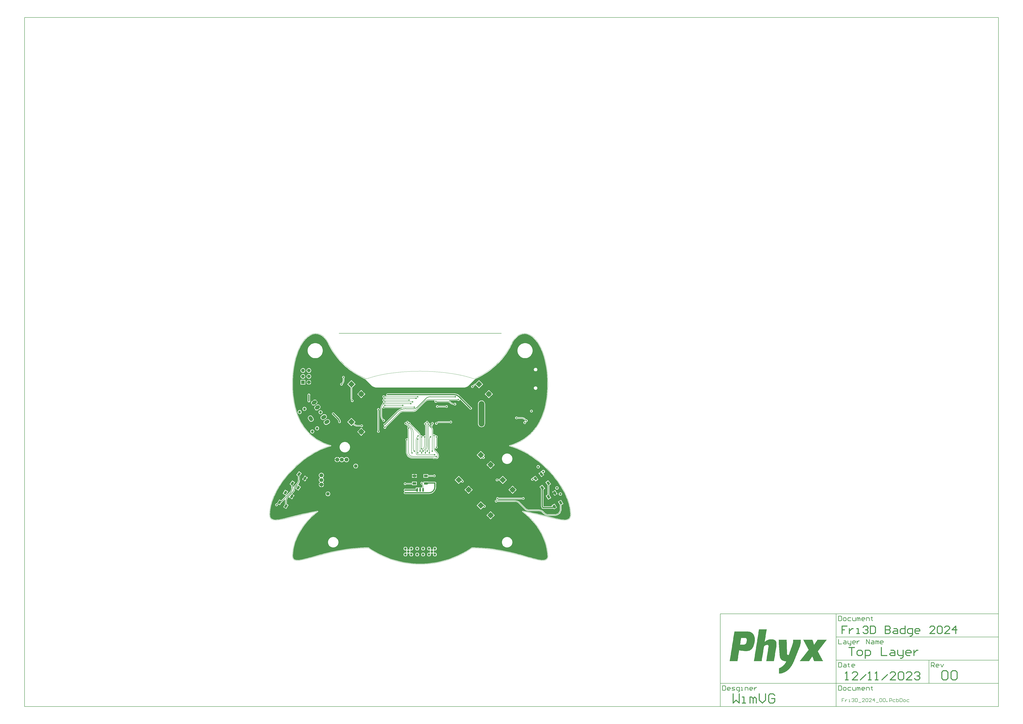
<source format=gtl>
G04*
G04 #@! TF.GenerationSoftware,Altium Limited,Altium Designer,23.10.1 (27)*
G04*
G04 Layer_Physical_Order=1*
G04 Layer_Color=3394611*
%FSLAX25Y25*%
%MOIN*%
G70*
G04*
G04 #@! TF.SameCoordinates,664102A9-8D34-4006-9C4C-70EFF305EB16*
G04*
G04*
G04 #@! TF.FilePolarity,Positive*
G04*
G01*
G75*
%ADD10C,0.00394*%
%ADD11C,0.00591*%
%ADD13C,0.00787*%
%ADD14C,0.01575*%
%ADD15C,0.00984*%
%ADD16P,0.11136X4X180.0*%
G04:AMPARAMS|DCode=17|XSize=59.06mil|YSize=39.37mil|CornerRadius=0mil|HoleSize=0mil|Usage=FLASHONLY|Rotation=59.000|XOffset=0mil|YOffset=0mil|HoleType=Round|Shape=Rectangle|*
%AMROTATEDRECTD17*
4,1,4,0.00167,-0.03545,-0.03208,-0.01517,-0.00167,0.03545,0.03208,0.01517,0.00167,-0.03545,0.0*
%
%ADD17ROTATEDRECTD17*%

G04:AMPARAMS|DCode=18|XSize=59.06mil|YSize=39.37mil|CornerRadius=0mil|HoleSize=0mil|Usage=FLASHONLY|Rotation=54.000|XOffset=0mil|YOffset=0mil|HoleType=Round|Shape=Rectangle|*
%AMROTATEDRECTD18*
4,1,4,-0.00143,-0.03546,-0.03328,-0.01232,0.00143,0.03546,0.03328,0.01232,-0.00143,-0.03546,0.0*
%
%ADD18ROTATEDRECTD18*%

%ADD19R,0.05906X0.03937*%
G04:AMPARAMS|DCode=20|XSize=59.06mil|YSize=39.37mil|CornerRadius=0mil|HoleSize=0mil|Usage=FLASHONLY|Rotation=127.000|XOffset=0mil|YOffset=0mil|HoleType=Round|Shape=Rectangle|*
%AMROTATEDRECTD20*
4,1,4,0.03349,-0.01174,0.00205,-0.03543,-0.03349,0.01174,-0.00205,0.03543,0.03349,-0.01174,0.0*
%
%ADD20ROTATEDRECTD20*%

G04:AMPARAMS|DCode=21|XSize=59.06mil|YSize=39.37mil|CornerRadius=0mil|HoleSize=0mil|Usage=FLASHONLY|Rotation=121.000|XOffset=0mil|YOffset=0mil|HoleType=Round|Shape=Rectangle|*
%AMROTATEDRECTD21*
4,1,4,0.03208,-0.01517,-0.00167,-0.03545,-0.03208,0.01517,0.00167,0.03545,0.03208,-0.01517,0.0*
%
%ADD21ROTATEDRECTD21*%

%ADD22R,0.03150X0.05906*%
%ADD32C,0.04724*%
%ADD43C,0.01968*%
%ADD44C,0.04331*%
%ADD45C,0.02559*%
G04:AMPARAMS|DCode=46|XSize=90.55mil|YSize=62.99mil|CornerRadius=0mil|HoleSize=0mil|Usage=FLASHONLY|Rotation=33.000|XOffset=0mil|YOffset=0mil|HoleType=Round|Shape=Round|*
%AMOVALD46*
21,1,0.02756,0.06299,0.00000,0.00000,33.0*
1,1,0.06299,-0.01156,-0.00751*
1,1,0.06299,0.01156,0.00751*
%
%ADD46OVALD46*%

G04:AMPARAMS|DCode=47|XSize=90.55mil|YSize=62.99mil|CornerRadius=0mil|HoleSize=0mil|Usage=FLASHONLY|Rotation=303.000|XOffset=0mil|YOffset=0mil|HoleType=Round|Shape=Round|*
%AMOVALD47*
21,1,0.02756,0.06299,0.00000,0.00000,303.0*
1,1,0.06299,-0.00751,0.01156*
1,1,0.06299,0.00751,-0.01156*
%
%ADD47OVALD47*%

%ADD48C,0.05906*%
%ADD49C,0.06693*%
%ADD50O,0.09843X0.43307*%
%ADD51C,0.03543*%
%ADD52R,0.05906X0.05906*%
%ADD53C,0.02362*%
G36*
X-175896Y390800D02*
X-173938Y390554D01*
X-172022Y390084D01*
X-170172Y389397D01*
X-169297Y388951D01*
X-168287Y388426D01*
X-166370Y387186D01*
X-164579Y385768D01*
X-162932Y384186D01*
X-162188Y383320D01*
X-162187Y383320D01*
X-162187Y383319D01*
X-161246Y382228D01*
X-159518Y379922D01*
X-157953Y377502D01*
X-156559Y374980D01*
X-155950Y373674D01*
X-155941Y373663D01*
X-155938Y373650D01*
X-154796Y371365D01*
X-154786Y371353D01*
X-154781Y371337D01*
X-152353Y366843D01*
X-152339Y366827D01*
X-152332Y366806D01*
X-149715Y362419D01*
X-149701Y362403D01*
X-149693Y362383D01*
X-146892Y358112D01*
X-146877Y358096D01*
X-146868Y358076D01*
X-143889Y353927D01*
X-143874Y353912D01*
X-143864Y353893D01*
X-140711Y349874D01*
X-140695Y349860D01*
X-140684Y349841D01*
X-137364Y345959D01*
X-137347Y345946D01*
X-137336Y345928D01*
X-133854Y342190D01*
X-133837Y342178D01*
X-133825Y342160D01*
X-130187Y338574D01*
X-130169Y338562D01*
X-130157Y338544D01*
X-126371Y335116D01*
X-126352Y335104D01*
X-126338Y335088D01*
X-122410Y331823D01*
X-122391Y331812D01*
X-122377Y331796D01*
X-118314Y328701D01*
X-118299Y328694D01*
X-118288Y328682D01*
X-116208Y327199D01*
X-116200Y327195D01*
X-116193Y327189D01*
X-113364Y325251D01*
X-113347Y325244D01*
X-113333Y325230D01*
X-107535Y321571D01*
X-107511Y321562D01*
X-107491Y321545D01*
X-101517Y318180D01*
X-101493Y318172D01*
X-101473Y318156D01*
X-95338Y315094D01*
X-95319Y315089D01*
X-95304Y315078D01*
X-92918Y313997D01*
X-92689Y313655D01*
X-82828Y303794D01*
X-82840Y303783D01*
X-81242Y302418D01*
X-79450Y301320D01*
X-77508Y300516D01*
X-75465Y300025D01*
X-73370Y299860D01*
Y299876D01*
X73370D01*
Y299860D01*
X75465Y300025D01*
X77508Y300516D01*
X79450Y301320D01*
X81242Y302418D01*
X82840Y303783D01*
X82828Y303794D01*
X92689Y313655D01*
X92914Y313991D01*
X94753Y314814D01*
X94766Y314824D01*
X94782Y314828D01*
X99860Y317296D01*
X99877Y317309D01*
X99898Y317316D01*
X104866Y319998D01*
X104883Y320012D01*
X104903Y320019D01*
X109752Y322910D01*
X109768Y322924D01*
X109789Y322932D01*
X114511Y326027D01*
X114526Y326042D01*
X114546Y326051D01*
X119132Y329344D01*
X119147Y329360D01*
X119166Y329369D01*
X123608Y332854D01*
X123623Y332871D01*
X123641Y332881D01*
X127931Y336551D01*
X127941Y336564D01*
X127955Y336573D01*
X130041Y338475D01*
X130048Y338485D01*
X130058Y338492D01*
X132025Y340375D01*
X132035Y340389D01*
X132049Y340399D01*
X135849Y344298D01*
X135862Y344317D01*
X135881Y344332D01*
X139498Y348401D01*
X139510Y348421D01*
X139528Y348436D01*
X142953Y352667D01*
X142964Y352688D01*
X142982Y352704D01*
X146209Y357089D01*
X146219Y357110D01*
X146235Y357126D01*
X149258Y361655D01*
X149267Y361677D01*
X149282Y361694D01*
X152093Y366356D01*
X152101Y366378D01*
X152116Y366396D01*
X154709Y371184D01*
X154714Y371200D01*
X154725Y371214D01*
X155938Y373651D01*
X155948Y373685D01*
X155967Y373715D01*
X156462Y374908D01*
X157642Y377206D01*
X159006Y379400D01*
X160544Y381476D01*
X162247Y383419D01*
X164103Y385216D01*
X166099Y386856D01*
X168223Y388328D01*
X169318Y388961D01*
X170173Y389397D01*
X172023Y390084D01*
X173939Y390554D01*
X175897Y390800D01*
X176877Y390810D01*
X177884Y390807D01*
X179897Y390586D01*
X181875Y390151D01*
X183795Y389506D01*
X184713Y389084D01*
X185790Y388585D01*
X187856Y387415D01*
X189820Y386080D01*
X191667Y384589D01*
X192527Y383770D01*
X192528Y383769D01*
X192529Y383768D01*
X193578Y382773D01*
X195554Y380662D01*
X197398Y378436D01*
X199104Y376102D01*
X199886Y374886D01*
X199887Y374885D01*
X199887Y374884D01*
X200835Y373417D01*
X202592Y370399D01*
X204207Y367303D01*
X205677Y364135D01*
X206338Y362519D01*
X206339Y362519D01*
X206339Y362518D01*
X207126Y360602D01*
X208554Y356716D01*
X209835Y352777D01*
X210966Y348793D01*
X211456Y346782D01*
X211456Y346781D01*
X211456Y346781D01*
X212030Y344437D01*
X213025Y339714D01*
X213868Y334962D01*
X214558Y330185D01*
X214825Y327786D01*
X214825Y327786D01*
X214825Y327786D01*
X215134Y325030D01*
X215595Y319502D01*
X215899Y313964D01*
X216044Y308419D01*
X216038Y305646D01*
X216039Y305640D01*
X216038Y305634D01*
X216061Y303259D01*
X215967Y298509D01*
X215734Y293764D01*
X215360Y289028D01*
X214848Y284306D01*
X214197Y279599D01*
X213408Y274915D01*
X212482Y270256D01*
X211951Y267944D01*
X211498Y266034D01*
X210458Y262240D01*
X209288Y258483D01*
X207990Y254769D01*
X207278Y252936D01*
X206640Y251295D01*
X205244Y248063D01*
X203731Y244883D01*
X202102Y241762D01*
X201231Y240232D01*
X201231Y240231D01*
X201230Y240230D01*
X200475Y238896D01*
X198865Y236287D01*
X197159Y233739D01*
X195358Y231257D01*
X193466Y228844D01*
X191484Y226504D01*
X189417Y224240D01*
X187266Y222054D01*
X186152Y221004D01*
X184344Y219321D01*
X180521Y216178D01*
X176511Y213279D01*
X172330Y210632D01*
X167993Y208249D01*
X163518Y206138D01*
X158920Y204308D01*
X154218Y202765D01*
X151824Y202140D01*
X151704Y202082D01*
X151578Y202040D01*
X151530Y201997D01*
X151472Y201970D01*
X151383Y201870D01*
X151283Y201782D01*
X151254Y201725D01*
X151212Y201677D01*
X151168Y201551D01*
X151109Y201431D01*
X151104Y201367D01*
X151084Y201307D01*
X151091Y201174D01*
X151082Y201041D01*
X151103Y200980D01*
X151107Y200916D01*
X151165Y200796D01*
X151207Y200670D01*
X151250Y200621D01*
X151277Y200564D01*
X151377Y200475D01*
X151465Y200375D01*
X151522Y200346D01*
X151570Y200304D01*
X151696Y200260D01*
X151816Y200201D01*
X153691Y199694D01*
X157404Y198557D01*
X161077Y197296D01*
X164707Y195913D01*
X168287Y194410D01*
X171816Y192788D01*
X175289Y191049D01*
X178701Y189195D01*
X180376Y188212D01*
X180380Y188211D01*
X180383Y188208D01*
X182191Y187166D01*
X185750Y184988D01*
X189249Y182715D01*
X192687Y180350D01*
X194374Y179123D01*
X194375Y179122D01*
X194376Y179121D01*
X196678Y177455D01*
X201169Y173972D01*
X205544Y170343D01*
X209796Y166571D01*
X213921Y162661D01*
X217915Y158617D01*
X221773Y154443D01*
X225490Y150144D01*
X229065Y145725D01*
X232491Y141190D01*
X235766Y136544D01*
X238885Y131793D01*
X240363Y129371D01*
X241386Y127658D01*
X243324Y124159D01*
X245150Y120600D01*
X246860Y116984D01*
X247656Y115149D01*
X247656Y115149D01*
X247656Y115148D01*
X248412Y113411D01*
X249787Y109880D01*
X251024Y106299D01*
X252121Y102671D01*
X252598Y100838D01*
X252598Y100838D01*
X252598Y100837D01*
X253049Y99110D01*
X253784Y95616D01*
X254350Y92090D01*
X254747Y88542D01*
X254859Y86760D01*
X254875Y86700D01*
X254875Y86638D01*
X254986Y86044D01*
X255072Y84838D01*
X255018Y83629D01*
X254826Y82435D01*
X254498Y81271D01*
X254039Y80153D01*
X253454Y79094D01*
X252752Y78109D01*
X252393Y77712D01*
X252063Y77435D01*
X251219Y76897D01*
X250312Y76473D01*
X249358Y76171D01*
X248866Y76082D01*
X248863Y76081D01*
X248860Y76081D01*
X248179Y75956D01*
X246804Y75796D01*
X245421Y75727D01*
X244037Y75751D01*
X243347Y75809D01*
X243343Y75809D01*
X243338Y75810D01*
X242412Y75879D01*
X240566Y76073D01*
X238726Y76323D01*
X236895Y76629D01*
X235984Y76810D01*
X235982D01*
X235980Y76811D01*
X234839Y77032D01*
X232561Y77504D01*
X230290Y78004D01*
X228025Y78533D01*
X226897Y78811D01*
X216140Y81511D01*
X216139Y81512D01*
X216139Y81512D01*
X203789Y84596D01*
X203785Y84596D01*
X203781Y84598D01*
X202048Y85015D01*
X202045Y85015D01*
X202042Y85016D01*
X198572Y85832D01*
X198568Y85832D01*
X198565Y85833D01*
X195088Y86624D01*
X195085Y86624D01*
X195081Y86625D01*
X191599Y87390D01*
X191596Y87390D01*
X191594Y87391D01*
X189851Y87764D01*
X189848Y87764D01*
X189846Y87765D01*
X187925Y88166D01*
X187921Y88167D01*
X187917Y88168D01*
X184068Y88941D01*
X184063Y88941D01*
X184058Y88943D01*
X180201Y89676D01*
X180196Y89676D01*
X180191Y89678D01*
X176326Y90370D01*
X176322Y90370D01*
X176319Y90372D01*
X174384Y90703D01*
X174230Y90699D01*
X174077Y90708D01*
X174036Y90693D01*
X173993Y90692D01*
X173852Y90630D01*
X173707Y90579D01*
X173675Y90550D01*
X173635Y90533D01*
X173529Y90421D01*
X173415Y90319D01*
X173396Y90280D01*
X173366Y90249D01*
X173311Y90105D01*
X173244Y89966D01*
X173241Y89923D01*
X173226Y89883D01*
X173230Y89729D01*
X173221Y89576D01*
X173235Y89535D01*
X173236Y89491D01*
X173299Y89351D01*
X173349Y89206D01*
X173378Y89173D01*
X173396Y89134D01*
X173507Y89028D01*
X173609Y88913D01*
X175366Y87585D01*
X178777Y84800D01*
X182083Y81890D01*
X185279Y78860D01*
X188359Y75713D01*
X191321Y72453D01*
X194160Y69086D01*
X196872Y65616D01*
X198162Y63832D01*
X199427Y62075D01*
X201810Y58452D01*
X204038Y54732D01*
X206108Y50923D01*
X207062Y48976D01*
X207063Y48976D01*
X207063Y48976D01*
X208008Y47047D01*
X209717Y43106D01*
X211241Y39089D01*
X212576Y35006D01*
X213147Y32935D01*
X213720Y30859D01*
X214650Y26654D01*
X215363Y22405D01*
X215858Y18126D01*
X215996Y15977D01*
X216024Y15872D01*
X216033Y15764D01*
X216208Y15154D01*
X216321Y13891D01*
X216192Y12630D01*
X215826Y11416D01*
X215236Y10293D01*
X214443Y9303D01*
X213477Y8482D01*
X212372Y7859D01*
X211816Y7673D01*
X211079Y7502D01*
X209487Y7286D01*
X207882Y7219D01*
X206278Y7303D01*
X205483Y7419D01*
X205472Y7419D01*
X205461Y7422D01*
X204280Y7569D01*
X201928Y7938D01*
X199589Y8384D01*
X197266Y8904D01*
X196114Y9202D01*
X196110Y9202D01*
X196107Y9204D01*
X194593Y9584D01*
X191571Y10370D01*
X188557Y11182D01*
X185550Y12020D01*
X184049Y12453D01*
X184045Y12453D01*
X184042Y12455D01*
X169440Y16536D01*
X169436Y16537D01*
X169431Y16539D01*
X167315Y17110D01*
X167311Y17110D01*
X167308Y17112D01*
X163067Y18222D01*
X163062Y18223D01*
X163058Y18225D01*
X158806Y19294D01*
X158801Y19294D01*
X158796Y19296D01*
X154534Y20323D01*
X154531Y20323D01*
X154527Y20324D01*
X152392Y20822D01*
X152389Y20822D01*
X152386Y20823D01*
X149986Y21366D01*
X149980Y21366D01*
X149975Y21369D01*
X145164Y22400D01*
X145156Y22400D01*
X145149Y22403D01*
X140323Y23363D01*
X140315D01*
X140308Y23366D01*
X135468Y24253D01*
X135462Y24253D01*
X135457Y24255D01*
X133032Y24671D01*
X133027Y24671D01*
X133023Y24673D01*
X130349Y25108D01*
X130341Y25108D01*
X130334Y25110D01*
X124974Y25905D01*
X124964Y25905D01*
X124955Y25908D01*
X119580Y26600D01*
X119571Y26600D01*
X119561Y26603D01*
X114174Y27193D01*
X114167Y27193D01*
X114160Y27194D01*
X111463Y27452D01*
X111458Y27451D01*
X111452Y27452D01*
X108512Y27701D01*
X108503Y27700D01*
X108495Y27703D01*
X102606Y28102D01*
X102594Y28101D01*
X102583Y28103D01*
X96687Y28372D01*
X96676Y28370D01*
X96665Y28372D01*
X90763Y28509D01*
X90755Y28508D01*
X90747Y28509D01*
X87796Y28528D01*
X87686Y28507D01*
X87573Y28505D01*
X87495Y28471D01*
X87411Y28455D01*
X87318Y28393D01*
X87215Y28348D01*
X84042Y26134D01*
X77479Y22036D01*
X70715Y18276D01*
X63770Y14865D01*
X56660Y11812D01*
X49403Y9125D01*
X42020Y6810D01*
X34528Y4873D01*
X26948Y3320D01*
X19298Y2155D01*
X11599Y1380D01*
X3870Y998D01*
X1Y1003D01*
X-0Y1003D01*
X-1Y1003D01*
X-3870Y998D01*
X-11598Y1380D01*
X-19298Y2155D01*
X-26947Y3320D01*
X-34527Y4873D01*
X-42019Y6810D01*
X-49402Y9125D01*
X-56658Y11812D01*
X-63768Y14865D01*
X-70714Y18276D01*
X-77476Y22036D01*
X-84039Y26134D01*
X-87213Y28348D01*
X-87318Y28394D01*
X-87414Y28457D01*
X-87495Y28472D01*
X-87571Y28505D01*
X-87686Y28507D01*
X-87799Y28528D01*
X-91860Y28477D01*
X-91870Y28475D01*
X-91881Y28477D01*
X-99998Y28203D01*
X-100012Y28199D01*
X-100026Y28201D01*
X-108132Y27697D01*
X-108146Y27693D01*
X-108160Y27695D01*
X-116248Y26961D01*
X-116262Y26957D01*
X-116276Y26959D01*
X-124340Y25997D01*
X-124354Y25992D01*
X-124369Y25993D01*
X-132402Y24803D01*
X-132416Y24798D01*
X-132430Y24798D01*
X-140427Y23381D01*
X-140440Y23376D01*
X-140455Y23376D01*
X-148408Y21733D01*
X-148418Y21729D01*
X-148429Y21729D01*
X-152388Y20823D01*
X-152390Y20822D01*
X-152392Y20822D01*
X-154526Y20324D01*
X-154530Y20323D01*
X-154534Y20323D01*
X-158796Y19296D01*
X-158800Y19294D01*
X-158805Y19293D01*
X-163057Y18225D01*
X-163061Y18223D01*
X-163066Y18222D01*
X-167307Y17111D01*
X-167311Y17110D01*
X-167315Y17110D01*
X-169431Y16539D01*
X-169435Y16536D01*
X-169440Y16536D01*
X-184041Y12455D01*
X-184045Y12453D01*
X-184049Y12453D01*
X-185549Y12020D01*
X-188556Y11182D01*
X-191570Y10370D01*
X-194593Y9583D01*
X-196106Y9204D01*
X-196109Y9202D01*
X-196113Y9202D01*
X-197265Y8904D01*
X-199589Y8384D01*
X-201927Y7938D01*
X-204279Y7569D01*
X-205460Y7422D01*
X-205471Y7419D01*
X-205482Y7419D01*
X-206277Y7303D01*
X-207881Y7219D01*
X-209486Y7286D01*
X-211078Y7502D01*
X-211857Y7683D01*
X-212370Y7807D01*
X-213332Y8265D01*
X-214178Y8912D01*
X-214873Y9719D01*
X-215113Y10153D01*
X-215408Y10796D01*
X-215837Y12222D01*
X-216066Y13692D01*
X-216090Y15180D01*
X-215999Y15919D01*
X-216001Y15946D01*
X-215994Y15973D01*
X-215847Y18119D01*
X-215344Y22391D01*
X-214632Y26633D01*
X-213713Y30836D01*
X-212590Y34988D01*
X-211263Y39080D01*
X-209738Y43102D01*
X-208018Y47045D01*
X-207062Y48972D01*
X-207062Y48974D01*
X-207060Y48976D01*
X-206106Y50923D01*
X-204036Y54732D01*
X-201807Y58452D01*
X-199425Y62074D01*
X-198159Y63833D01*
X-198159Y63833D01*
X-196230Y66508D01*
X-192076Y71632D01*
X-187639Y76512D01*
X-182933Y81134D01*
X-180454Y83308D01*
X-180453Y83309D01*
X-180453Y83310D01*
X-179622Y84040D01*
X-177935Y85473D01*
X-176223Y86874D01*
X-174485Y88245D01*
X-173605Y88915D01*
X-173503Y89030D01*
X-173391Y89137D01*
X-173374Y89176D01*
X-173346Y89208D01*
X-173295Y89354D01*
X-173233Y89495D01*
X-173232Y89538D01*
X-173218Y89578D01*
X-173228Y89732D01*
X-173224Y89887D01*
X-173240Y89927D01*
X-173242Y89969D01*
X-173310Y90108D01*
X-173366Y90252D01*
X-173395Y90283D01*
X-173414Y90321D01*
X-173530Y90423D01*
X-173636Y90535D01*
X-173675Y90552D01*
X-173707Y90580D01*
X-173853Y90631D01*
X-173994Y90693D01*
X-174037Y90694D01*
X-174077Y90708D01*
X-174231Y90698D01*
X-174386Y90702D01*
X-178075Y90055D01*
X-178081Y90053D01*
X-178088Y90053D01*
X-185448Y88661D01*
X-185457Y88658D01*
X-185466Y88658D01*
X-192800Y87134D01*
X-192809Y87131D01*
X-192818Y87131D01*
X-200124Y85477D01*
X-200130Y85474D01*
X-200137Y85474D01*
X-203778Y84598D01*
X-203782Y84596D01*
X-203787Y84596D01*
X-216137Y81512D01*
X-216137Y81512D01*
X-216138Y81511D01*
X-226896Y78811D01*
X-228023Y78533D01*
X-230287Y78004D01*
X-232558Y77504D01*
X-234836Y77032D01*
X-235978Y76811D01*
X-235980Y76810D01*
X-235982D01*
X-236893Y76629D01*
X-238724Y76323D01*
X-240564Y76073D01*
X-242410Y75879D01*
X-243336Y75810D01*
X-243340Y75809D01*
X-243345Y75809D01*
X-244035Y75751D01*
X-245419Y75727D01*
X-246802Y75796D01*
X-248177Y75956D01*
X-248858Y76081D01*
X-248861Y76081D01*
X-248863Y76082D01*
X-249356Y76171D01*
X-250310Y76473D01*
X-251217Y76897D01*
X-252061Y77435D01*
X-252428Y77743D01*
X-252775Y78060D01*
X-253397Y78820D01*
X-253902Y79662D01*
X-254280Y80568D01*
X-254401Y81044D01*
X-254576Y81737D01*
X-254810Y83154D01*
X-254925Y84585D01*
X-254921Y86022D01*
X-254859Y86737D01*
X-254859Y86743D01*
X-254858Y86748D01*
X-254720Y88583D01*
X-254285Y92237D01*
X-253692Y95869D01*
X-252943Y99472D01*
X-252039Y103039D01*
X-250980Y106564D01*
X-249771Y110039D01*
X-248412Y113459D01*
X-247659Y115138D01*
X-247657Y115144D01*
X-247654Y115149D01*
X-246858Y116984D01*
X-245148Y120600D01*
X-243322Y124159D01*
X-241384Y127658D01*
X-240358Y129376D01*
X-240358Y129376D01*
X-240358Y129376D01*
X-239291Y131167D01*
X-237057Y134688D01*
X-234727Y138146D01*
X-232302Y141539D01*
X-231043Y143201D01*
X-229327Y145466D01*
X-225747Y149882D01*
X-222026Y154179D01*
X-218166Y158352D01*
X-214171Y162397D01*
X-210047Y166309D01*
X-205797Y170085D01*
X-201426Y173719D01*
X-196939Y177209D01*
X-192340Y180551D01*
X-187634Y183740D01*
X-182827Y186774D01*
X-180378Y188210D01*
X-178650Y189207D01*
X-175129Y191098D01*
X-171551Y192881D01*
X-167921Y194554D01*
X-166082Y195334D01*
X-166081Y195335D01*
X-166081Y195335D01*
X-164346Y196073D01*
X-160825Y197420D01*
X-157257Y198637D01*
X-153646Y199723D01*
X-151822Y200199D01*
X-151699Y200258D01*
X-151569Y200303D01*
X-151524Y200343D01*
X-151470Y200369D01*
X-151379Y200472D01*
X-151276Y200563D01*
X-151250Y200617D01*
X-151209Y200662D01*
X-151165Y200792D01*
X-151105Y200915D01*
X-151101Y200975D01*
X-151081Y201032D01*
X-151089Y201169D01*
X-151081Y201306D01*
X-151101Y201363D01*
X-151104Y201423D01*
X-151164Y201546D01*
X-151209Y201676D01*
X-151249Y201721D01*
X-151275Y201775D01*
X-151378Y201866D01*
X-151469Y201969D01*
X-151523Y201995D01*
X-151568Y202035D01*
X-151698Y202080D01*
X-151821Y202140D01*
X-154185Y202760D01*
X-158832Y204284D01*
X-163376Y206087D01*
X-167804Y208162D01*
X-172098Y210502D01*
X-176242Y213097D01*
X-180221Y215939D01*
X-184020Y219016D01*
X-187627Y222318D01*
X-191026Y225833D01*
X-194206Y229547D01*
X-197156Y233447D01*
X-199863Y237518D01*
X-202319Y241746D01*
X-204515Y246115D01*
X-206441Y250609D01*
X-207266Y252911D01*
X-207273Y252922D01*
X-207276Y252935D01*
X-207988Y254769D01*
X-209286Y258483D01*
X-210456Y262240D01*
X-211495Y266034D01*
X-211950Y267948D01*
X-212463Y270110D01*
X-213354Y274464D01*
X-214109Y278844D01*
X-214726Y283246D01*
X-214966Y285455D01*
X-215239Y287969D01*
X-215647Y293009D01*
X-215914Y298058D01*
X-216042Y303113D01*
X-216036Y305641D01*
X-216037Y305647D01*
X-216036Y305654D01*
X-216061Y308247D01*
X-215956Y313432D01*
X-215693Y318613D01*
X-215275Y323782D01*
X-214701Y328937D01*
X-213971Y334072D01*
X-213086Y339183D01*
X-212048Y344265D01*
X-211453Y346786D01*
X-210964Y348793D01*
X-209832Y352777D01*
X-208552Y356715D01*
X-207124Y360602D01*
X-206337Y362518D01*
X-206336Y362519D01*
X-206336Y362519D01*
X-205675Y364135D01*
X-204205Y367303D01*
X-202589Y370399D01*
X-200833Y373417D01*
X-199885Y374884D01*
X-199884Y374885D01*
X-199883Y374886D01*
X-199102Y376102D01*
X-197396Y378436D01*
X-195551Y380662D01*
X-193576Y382773D01*
X-192527Y383768D01*
X-192526Y383769D01*
X-192525Y383770D01*
X-191665Y384589D01*
X-189818Y386080D01*
X-187855Y387415D01*
X-185788Y388585D01*
X-184711Y389084D01*
X-183793Y389506D01*
X-181873Y390151D01*
X-179896Y390586D01*
X-177883Y390808D01*
X-176876Y390810D01*
X-175896Y390800D01*
D02*
G37*
G36*
X690376Y-128249D02*
X690090D01*
Y-128535D01*
X689804D01*
Y-128821D01*
Y-129108D01*
X689517D01*
Y-129394D01*
X689231D01*
Y-129680D01*
X688945D01*
Y-129966D01*
Y-130253D01*
X688658D01*
Y-130539D01*
X688372D01*
Y-130825D01*
X688086D01*
Y-131112D01*
X687799D01*
Y-131398D01*
Y-131684D01*
X687513D01*
Y-131971D01*
X687227D01*
Y-132257D01*
X686940D01*
Y-132543D01*
Y-132830D01*
X686654D01*
Y-133116D01*
X686368D01*
Y-133402D01*
X686082D01*
Y-133689D01*
X685795D01*
Y-133975D01*
Y-134261D01*
X685509D01*
Y-134547D01*
X685223D01*
Y-134834D01*
X684936D01*
Y-135120D01*
Y-135406D01*
X684650D01*
Y-135693D01*
X684364D01*
Y-135979D01*
X684077D01*
Y-136265D01*
Y-136552D01*
X683791D01*
Y-136838D01*
X683505D01*
Y-137124D01*
X683218D01*
Y-137411D01*
X682932D01*
Y-137697D01*
Y-137983D01*
X682646D01*
Y-138270D01*
X682359D01*
Y-138556D01*
X682073D01*
Y-138842D01*
Y-139128D01*
X681787D01*
Y-139415D01*
X681500D01*
Y-139701D01*
X681214D01*
Y-139988D01*
Y-140274D01*
X680928D01*
Y-140560D01*
X680642D01*
Y-140846D01*
X680355D01*
Y-141133D01*
X680069D01*
Y-141419D01*
Y-141705D01*
X679783D01*
Y-141992D01*
X679496D01*
Y-142278D01*
X679210D01*
Y-142564D01*
Y-142851D01*
X678924D01*
Y-143137D01*
X678637D01*
Y-143423D01*
X678351D01*
Y-143710D01*
Y-143996D01*
X678065D01*
Y-144282D01*
X677778D01*
Y-144569D01*
X677492D01*
Y-144855D01*
X677206D01*
Y-145141D01*
Y-145427D01*
X676920D01*
Y-145714D01*
X676633D01*
Y-146000D01*
X676347D01*
Y-146286D01*
Y-146573D01*
X676060D01*
Y-146859D01*
X675774D01*
Y-147145D01*
X675488D01*
Y-147432D01*
X675202D01*
Y-147718D01*
Y-148004D01*
X675488D01*
Y-148291D01*
Y-148577D01*
X675774D01*
Y-148863D01*
Y-149150D01*
X676060D01*
Y-149436D01*
X676347D01*
Y-149722D01*
Y-150008D01*
X676633D01*
Y-150295D01*
Y-150581D01*
X676920D01*
Y-150867D01*
Y-151154D01*
X677206D01*
Y-151440D01*
Y-151726D01*
X677492D01*
Y-152013D01*
Y-152299D01*
X677778D01*
Y-152585D01*
Y-152872D01*
X678065D01*
Y-153158D01*
Y-153444D01*
X678351D01*
Y-153730D01*
Y-154017D01*
X678637D01*
Y-154303D01*
X678924D01*
Y-154589D01*
Y-154876D01*
X679210D01*
Y-155162D01*
Y-155448D01*
X679496D01*
Y-155735D01*
Y-156021D01*
X679783D01*
Y-156307D01*
Y-156594D01*
X680069D01*
Y-156880D01*
Y-157166D01*
X680355D01*
Y-157453D01*
Y-157739D01*
X680642D01*
Y-158025D01*
Y-158311D01*
X680928D01*
Y-158598D01*
X681214D01*
Y-158884D01*
Y-159170D01*
X681500D01*
Y-159457D01*
Y-159743D01*
X681787D01*
Y-160029D01*
Y-160316D01*
X682073D01*
Y-160602D01*
Y-160888D01*
X682359D01*
Y-161175D01*
Y-161461D01*
X682646D01*
Y-161747D01*
Y-162034D01*
X682932D01*
Y-162320D01*
Y-162606D01*
X683218D01*
Y-162892D01*
X683505D01*
Y-163179D01*
Y-163465D01*
X683791D01*
Y-163751D01*
Y-164038D01*
X684077D01*
Y-164324D01*
X668903D01*
Y-164038D01*
X668616D01*
Y-163751D01*
Y-163465D01*
Y-163179D01*
X668330D01*
Y-162892D01*
Y-162606D01*
Y-162320D01*
X668044D01*
Y-162034D01*
Y-161747D01*
X667758D01*
Y-161461D01*
Y-161175D01*
Y-160888D01*
X667471D01*
Y-160602D01*
Y-160316D01*
Y-160029D01*
X667185D01*
Y-159743D01*
Y-159457D01*
X666898D01*
Y-159170D01*
Y-158884D01*
Y-158598D01*
X666612D01*
Y-158311D01*
Y-158025D01*
Y-157739D01*
X666326D01*
Y-157453D01*
Y-157166D01*
Y-156880D01*
X666040D01*
Y-156594D01*
X665467D01*
Y-156880D01*
Y-157166D01*
X665181D01*
Y-157453D01*
X664894D01*
Y-157739D01*
Y-158025D01*
X664608D01*
Y-158311D01*
X664322D01*
Y-158598D01*
Y-158884D01*
X664035D01*
Y-159170D01*
X663749D01*
Y-159457D01*
Y-159743D01*
X663463D01*
Y-160029D01*
X663176D01*
Y-160316D01*
X662890D01*
Y-160602D01*
Y-160888D01*
X662604D01*
Y-161175D01*
X662318D01*
Y-161461D01*
Y-161747D01*
X662031D01*
Y-162034D01*
X661745D01*
Y-162320D01*
Y-162606D01*
X661459D01*
Y-162892D01*
X661172D01*
Y-163179D01*
Y-163465D01*
X660886D01*
Y-163751D01*
X660600D01*
Y-164038D01*
Y-164324D01*
X644566D01*
Y-164038D01*
X644852D01*
Y-163751D01*
X645139D01*
Y-163465D01*
X645425D01*
Y-163179D01*
X645711D01*
Y-162892D01*
Y-162606D01*
X645998D01*
Y-162320D01*
X646284D01*
Y-162034D01*
X646570D01*
Y-161747D01*
X646857D01*
Y-161461D01*
Y-161175D01*
X647143D01*
Y-160888D01*
X647429D01*
Y-160602D01*
X647716D01*
Y-160316D01*
Y-160029D01*
X648002D01*
Y-159743D01*
X648288D01*
Y-159457D01*
X648574D01*
Y-159170D01*
X648861D01*
Y-158884D01*
Y-158598D01*
X649147D01*
Y-158311D01*
X649433D01*
Y-158025D01*
X649720D01*
Y-157739D01*
X650006D01*
Y-157453D01*
Y-157166D01*
X650292D01*
Y-156880D01*
X650579D01*
Y-156594D01*
X650865D01*
Y-156307D01*
Y-156021D01*
X651151D01*
Y-155735D01*
X651438D01*
Y-155448D01*
X651724D01*
Y-155162D01*
X652010D01*
Y-154876D01*
Y-154589D01*
X652297D01*
Y-154303D01*
X652583D01*
Y-154017D01*
X652869D01*
Y-153730D01*
Y-153444D01*
X653156D01*
Y-153158D01*
X653442D01*
Y-152872D01*
X653728D01*
Y-152585D01*
X654014D01*
Y-152299D01*
Y-152013D01*
X654301D01*
Y-151726D01*
X654587D01*
Y-151440D01*
X654873D01*
Y-151154D01*
Y-150867D01*
X655160D01*
Y-150581D01*
X655446D01*
Y-150295D01*
X655732D01*
Y-150008D01*
X656019D01*
Y-149722D01*
Y-149436D01*
X656305D01*
Y-149150D01*
X656591D01*
Y-148863D01*
X656878D01*
Y-148577D01*
X657164D01*
Y-148291D01*
Y-148004D01*
X657450D01*
Y-147718D01*
X657736D01*
Y-147432D01*
X658023D01*
Y-147145D01*
Y-146859D01*
X658309D01*
Y-146573D01*
X658596D01*
Y-146286D01*
X658882D01*
Y-146000D01*
X659168D01*
Y-145714D01*
Y-145427D01*
X659454D01*
Y-145141D01*
Y-144855D01*
Y-144569D01*
X659168D01*
Y-144282D01*
X658882D01*
Y-143996D01*
Y-143710D01*
X658596D01*
Y-143423D01*
Y-143137D01*
X658309D01*
Y-142851D01*
Y-142564D01*
X658023D01*
Y-142278D01*
Y-141992D01*
X657736D01*
Y-141705D01*
Y-141419D01*
X657450D01*
Y-141133D01*
Y-140846D01*
X657164D01*
Y-140560D01*
X656878D01*
Y-140274D01*
Y-139988D01*
X656591D01*
Y-139701D01*
Y-139415D01*
X656305D01*
Y-139128D01*
Y-138842D01*
X656019D01*
Y-138556D01*
Y-138270D01*
X655732D01*
Y-137983D01*
Y-137697D01*
X655446D01*
Y-137411D01*
Y-137124D01*
X655160D01*
Y-136838D01*
X654873D01*
Y-136552D01*
Y-136265D01*
X654587D01*
Y-135979D01*
Y-135693D01*
X654301D01*
Y-135406D01*
Y-135120D01*
X654014D01*
Y-134834D01*
Y-134547D01*
X653728D01*
Y-134261D01*
Y-133975D01*
X653442D01*
Y-133689D01*
Y-133402D01*
X653156D01*
Y-133116D01*
Y-132830D01*
X652869D01*
Y-132543D01*
X652583D01*
Y-132257D01*
Y-131971D01*
X652297D01*
Y-131684D01*
Y-131398D01*
X652010D01*
Y-131112D01*
Y-130825D01*
X651724D01*
Y-130539D01*
Y-130253D01*
X651438D01*
Y-129966D01*
Y-129680D01*
X651151D01*
Y-129394D01*
Y-129108D01*
X650865D01*
Y-128821D01*
X650579D01*
Y-128535D01*
Y-128249D01*
X650292D01*
Y-127962D01*
X666040D01*
Y-128249D01*
X666326D01*
Y-128535D01*
Y-128821D01*
Y-129108D01*
X666612D01*
Y-129394D01*
Y-129680D01*
Y-129966D01*
X666898D01*
Y-130253D01*
Y-130539D01*
Y-130825D01*
X667185D01*
Y-131112D01*
Y-131398D01*
Y-131684D01*
X667471D01*
Y-131971D01*
Y-132257D01*
Y-132543D01*
X667758D01*
Y-132830D01*
Y-133116D01*
Y-133402D01*
X668044D01*
Y-133689D01*
Y-133975D01*
Y-134261D01*
X668330D01*
Y-134547D01*
Y-134834D01*
Y-135120D01*
X668616D01*
Y-135406D01*
Y-135693D01*
Y-135979D01*
Y-136265D01*
X669189D01*
Y-135979D01*
X669475D01*
Y-135693D01*
X669762D01*
Y-135406D01*
Y-135120D01*
X670048D01*
Y-134834D01*
X670334D01*
Y-134547D01*
Y-134261D01*
X670621D01*
Y-133975D01*
X670907D01*
Y-133689D01*
Y-133402D01*
X671193D01*
Y-133116D01*
X671480D01*
Y-132830D01*
Y-132543D01*
X671766D01*
Y-132257D01*
X672052D01*
Y-131971D01*
Y-131684D01*
X672338D01*
Y-131398D01*
X672625D01*
Y-131112D01*
Y-130825D01*
X672911D01*
Y-130539D01*
X673197D01*
Y-130253D01*
Y-129966D01*
X673484D01*
Y-129680D01*
X673770D01*
Y-129394D01*
Y-129108D01*
X674056D01*
Y-128821D01*
X674343D01*
Y-128535D01*
Y-128249D01*
X674629D01*
Y-127962D01*
X690376D01*
Y-128249D01*
D02*
G37*
G36*
X557241Y-114219D02*
X558959D01*
Y-114506D01*
X559818D01*
Y-114792D01*
X560676D01*
Y-115078D01*
X561535D01*
Y-115365D01*
X562108D01*
Y-115651D01*
X562394D01*
Y-115937D01*
X562967D01*
Y-116224D01*
X563253D01*
Y-116510D01*
X563826D01*
Y-116796D01*
X564112D01*
Y-117083D01*
X564398D01*
Y-117369D01*
X564685D01*
Y-117655D01*
X564971D01*
Y-117941D01*
X565258D01*
Y-118228D01*
X565544D01*
Y-118514D01*
Y-118800D01*
X565830D01*
Y-119087D01*
X566116D01*
Y-119373D01*
Y-119659D01*
X566403D01*
Y-119946D01*
X566689D01*
Y-120232D01*
Y-120518D01*
X566975D01*
Y-120805D01*
Y-121091D01*
Y-121377D01*
X567262D01*
Y-121663D01*
Y-121950D01*
Y-122236D01*
X567548D01*
Y-122522D01*
Y-122809D01*
Y-123095D01*
Y-123381D01*
X567834D01*
Y-123668D01*
Y-123954D01*
Y-124240D01*
Y-124527D01*
Y-124813D01*
X568121D01*
Y-125099D01*
Y-125385D01*
Y-125672D01*
Y-125958D01*
Y-126244D01*
Y-126531D01*
Y-126817D01*
Y-127103D01*
Y-127390D01*
Y-127676D01*
Y-127962D01*
Y-128249D01*
Y-128535D01*
Y-128821D01*
Y-129108D01*
Y-129394D01*
Y-129680D01*
Y-129966D01*
Y-130253D01*
Y-130539D01*
X567834D01*
Y-130825D01*
Y-131112D01*
Y-131398D01*
Y-131684D01*
Y-131971D01*
Y-132257D01*
Y-132543D01*
X567548D01*
Y-132830D01*
Y-133116D01*
Y-133402D01*
Y-133689D01*
Y-133975D01*
X567262D01*
Y-134261D01*
Y-134547D01*
Y-134834D01*
Y-135120D01*
Y-135406D01*
X566975D01*
Y-135693D01*
Y-135979D01*
Y-136265D01*
X566689D01*
Y-136552D01*
Y-136838D01*
Y-137124D01*
Y-137411D01*
X566403D01*
Y-137697D01*
Y-137983D01*
Y-138270D01*
X566116D01*
Y-138556D01*
Y-138842D01*
X565830D01*
Y-139128D01*
Y-139415D01*
Y-139701D01*
X565544D01*
Y-139988D01*
Y-140274D01*
X565258D01*
Y-140560D01*
Y-140846D01*
X564971D01*
Y-141133D01*
Y-141419D01*
X564685D01*
Y-141705D01*
X564398D01*
Y-141992D01*
Y-142278D01*
X564112D01*
Y-142564D01*
X563826D01*
Y-142851D01*
X563540D01*
Y-143137D01*
Y-143423D01*
X563253D01*
Y-143710D01*
X562967D01*
Y-143996D01*
X562681D01*
Y-144282D01*
X562394D01*
Y-144569D01*
X562108D01*
Y-144855D01*
X561535D01*
Y-145141D01*
X561249D01*
Y-145427D01*
X560676D01*
Y-145714D01*
X560390D01*
Y-146000D01*
X559818D01*
Y-146286D01*
X558959D01*
Y-146573D01*
X558100D01*
Y-146859D01*
X557241D01*
Y-147145D01*
X555523D01*
Y-147432D01*
X550369D01*
Y-147145D01*
X547792D01*
Y-146859D01*
X545788D01*
Y-146573D01*
X544357D01*
Y-146286D01*
X542925D01*
Y-146000D01*
X541494D01*
Y-146286D01*
Y-146573D01*
Y-146859D01*
Y-147145D01*
Y-147432D01*
Y-147718D01*
Y-148004D01*
X541207D01*
Y-148291D01*
Y-148577D01*
Y-148863D01*
Y-149150D01*
Y-149436D01*
Y-149722D01*
X540921D01*
Y-150008D01*
Y-150295D01*
Y-150581D01*
Y-150867D01*
Y-151154D01*
Y-151440D01*
X540635D01*
Y-151726D01*
Y-152013D01*
Y-152299D01*
Y-152585D01*
Y-152872D01*
Y-153158D01*
Y-153444D01*
X540348D01*
Y-153730D01*
Y-154017D01*
Y-154303D01*
Y-154589D01*
Y-154876D01*
Y-155162D01*
X540062D01*
Y-155448D01*
Y-155735D01*
Y-156021D01*
Y-156307D01*
Y-156594D01*
Y-156880D01*
X539776D01*
Y-157166D01*
Y-157453D01*
Y-157739D01*
Y-158025D01*
Y-158311D01*
Y-158598D01*
Y-158884D01*
X539489D01*
Y-159170D01*
Y-159457D01*
Y-159743D01*
Y-160029D01*
Y-160316D01*
Y-160602D01*
X539203D01*
Y-160888D01*
Y-161175D01*
Y-161461D01*
Y-161747D01*
Y-162034D01*
Y-162320D01*
X538917D01*
Y-162606D01*
Y-162892D01*
Y-163179D01*
Y-163465D01*
Y-163751D01*
Y-164038D01*
Y-164324D01*
X525460D01*
Y-164038D01*
X525746D01*
Y-163751D01*
Y-163465D01*
Y-163179D01*
Y-162892D01*
Y-162606D01*
X526033D01*
Y-162320D01*
Y-162034D01*
Y-161747D01*
Y-161461D01*
Y-161175D01*
Y-160888D01*
Y-160602D01*
X526319D01*
Y-160316D01*
Y-160029D01*
Y-159743D01*
Y-159457D01*
Y-159170D01*
Y-158884D01*
X526605D01*
Y-158598D01*
Y-158311D01*
Y-158025D01*
Y-157739D01*
Y-157453D01*
Y-157166D01*
X526892D01*
Y-156880D01*
Y-156594D01*
Y-156307D01*
Y-156021D01*
Y-155735D01*
Y-155448D01*
Y-155162D01*
X527178D01*
Y-154876D01*
Y-154589D01*
Y-154303D01*
Y-154017D01*
Y-153730D01*
Y-153444D01*
X527464D01*
Y-153158D01*
Y-152872D01*
Y-152585D01*
Y-152299D01*
Y-152013D01*
Y-151726D01*
X527750D01*
Y-151440D01*
Y-151154D01*
Y-150867D01*
Y-150581D01*
Y-150295D01*
Y-150008D01*
X528037D01*
Y-149722D01*
Y-149436D01*
Y-149150D01*
Y-148863D01*
Y-148577D01*
Y-148291D01*
Y-148004D01*
X528323D01*
Y-147718D01*
Y-147432D01*
Y-147145D01*
Y-146859D01*
Y-146573D01*
Y-146286D01*
X528609D01*
Y-146000D01*
Y-145714D01*
Y-145427D01*
Y-145141D01*
Y-144855D01*
Y-144569D01*
X528896D01*
Y-144282D01*
Y-143996D01*
Y-143710D01*
Y-143423D01*
Y-143137D01*
Y-142851D01*
X529182D01*
Y-142564D01*
Y-142278D01*
Y-141992D01*
Y-141705D01*
Y-141419D01*
Y-141133D01*
Y-140846D01*
X529468D01*
Y-140560D01*
Y-140274D01*
Y-139988D01*
Y-139701D01*
Y-139415D01*
Y-139128D01*
X529755D01*
Y-138842D01*
Y-138556D01*
Y-138270D01*
Y-137983D01*
Y-137697D01*
Y-137411D01*
X530041D01*
Y-137124D01*
Y-136838D01*
Y-136552D01*
Y-136265D01*
Y-135979D01*
Y-135693D01*
Y-135406D01*
X530327D01*
Y-135120D01*
Y-134834D01*
Y-134547D01*
Y-134261D01*
Y-133975D01*
Y-133689D01*
X530614D01*
Y-133402D01*
Y-133116D01*
Y-132830D01*
Y-132543D01*
Y-132257D01*
Y-131971D01*
X530900D01*
Y-131684D01*
Y-131398D01*
Y-131112D01*
Y-130825D01*
Y-130539D01*
Y-130253D01*
X531186D01*
Y-129966D01*
Y-129680D01*
Y-129394D01*
Y-129108D01*
Y-128821D01*
Y-128535D01*
Y-128249D01*
X531473D01*
Y-127962D01*
Y-127676D01*
Y-127390D01*
Y-127103D01*
Y-126817D01*
Y-126531D01*
X531759D01*
Y-126244D01*
Y-125958D01*
Y-125672D01*
Y-125385D01*
Y-125099D01*
Y-124813D01*
X532045D01*
Y-124527D01*
Y-124240D01*
Y-123954D01*
Y-123668D01*
Y-123381D01*
Y-123095D01*
Y-122809D01*
X532332D01*
Y-122522D01*
Y-122236D01*
Y-121950D01*
Y-121663D01*
Y-121377D01*
Y-121091D01*
X532618D01*
Y-120805D01*
Y-120518D01*
Y-120232D01*
Y-119946D01*
Y-119659D01*
Y-119373D01*
X532904D01*
Y-119087D01*
Y-118800D01*
Y-118514D01*
Y-118228D01*
Y-117941D01*
Y-117655D01*
Y-117369D01*
X533190D01*
Y-117083D01*
Y-116796D01*
Y-116510D01*
Y-116224D01*
Y-115937D01*
Y-115651D01*
X533477D01*
Y-115365D01*
Y-115078D01*
Y-114792D01*
Y-114506D01*
Y-114219D01*
Y-113933D01*
X557241D01*
Y-114219D01*
D02*
G37*
G36*
X646284Y-128249D02*
Y-128535D01*
Y-128821D01*
Y-129108D01*
Y-129394D01*
Y-129680D01*
Y-129966D01*
Y-130253D01*
Y-130539D01*
Y-130825D01*
Y-131112D01*
Y-131398D01*
Y-131684D01*
Y-131971D01*
Y-132257D01*
Y-132543D01*
Y-132830D01*
Y-133116D01*
Y-133402D01*
Y-133689D01*
Y-133975D01*
X645998D01*
Y-134261D01*
Y-134547D01*
Y-134834D01*
Y-135120D01*
Y-135406D01*
X645711D01*
Y-135693D01*
Y-135979D01*
Y-136265D01*
Y-136552D01*
X645425D01*
Y-136838D01*
Y-137124D01*
Y-137411D01*
Y-137697D01*
X645139D01*
Y-137983D01*
Y-138270D01*
Y-138556D01*
X644852D01*
Y-138842D01*
Y-139128D01*
Y-139415D01*
X644566D01*
Y-139701D01*
Y-139988D01*
Y-140274D01*
X644280D01*
Y-140560D01*
Y-140846D01*
Y-141133D01*
X643994D01*
Y-141419D01*
Y-141705D01*
X643707D01*
Y-141992D01*
Y-142278D01*
X643421D01*
Y-142564D01*
Y-142851D01*
Y-143137D01*
X643135D01*
Y-143423D01*
Y-143710D01*
X642848D01*
Y-143996D01*
Y-144282D01*
Y-144569D01*
X642562D01*
Y-144855D01*
Y-145141D01*
X642276D01*
Y-145427D01*
Y-145714D01*
Y-146000D01*
X641989D01*
Y-146286D01*
Y-146573D01*
X641703D01*
Y-146859D01*
Y-147145D01*
Y-147432D01*
X641417D01*
Y-147718D01*
Y-148004D01*
X641130D01*
Y-148291D01*
Y-148577D01*
Y-148863D01*
X640844D01*
Y-149150D01*
Y-149436D01*
X640558D01*
Y-149722D01*
Y-150008D01*
Y-150295D01*
X640271D01*
Y-150581D01*
Y-150867D01*
X639985D01*
Y-151154D01*
Y-151440D01*
Y-151726D01*
X639699D01*
Y-152013D01*
Y-152299D01*
X639412D01*
Y-152585D01*
Y-152872D01*
Y-153158D01*
X639126D01*
Y-153444D01*
Y-153730D01*
X638840D01*
Y-154017D01*
Y-154303D01*
Y-154589D01*
X638554D01*
Y-154876D01*
Y-155162D01*
X638267D01*
Y-155448D01*
Y-155735D01*
Y-156021D01*
X637981D01*
Y-156307D01*
Y-156594D01*
X637695D01*
Y-156880D01*
Y-157166D01*
Y-157453D01*
X637408D01*
Y-157739D01*
Y-158025D01*
X637122D01*
Y-158311D01*
Y-158598D01*
Y-158884D01*
X636836D01*
Y-159170D01*
Y-159457D01*
X636549D01*
Y-159743D01*
Y-160029D01*
Y-160316D01*
X636263D01*
Y-160602D01*
Y-160888D01*
X635977D01*
Y-161175D01*
Y-161461D01*
Y-161747D01*
X635690D01*
Y-162034D01*
Y-162320D01*
X635404D01*
Y-162606D01*
Y-162892D01*
Y-163179D01*
X635118D01*
Y-163465D01*
Y-163751D01*
X634831D01*
Y-164038D01*
Y-164324D01*
Y-164610D01*
X634545D01*
Y-164897D01*
Y-165183D01*
X634259D01*
Y-165469D01*
Y-165756D01*
X633973D01*
Y-166042D01*
Y-166328D01*
X633686D01*
Y-166615D01*
Y-166901D01*
Y-167187D01*
X633400D01*
Y-167473D01*
X633114D01*
Y-167760D01*
Y-168046D01*
Y-168333D01*
X632827D01*
Y-168619D01*
X632541D01*
Y-168905D01*
Y-169191D01*
X632255D01*
Y-169478D01*
Y-169764D01*
X631968D01*
Y-170050D01*
Y-170337D01*
X631682D01*
Y-170623D01*
Y-170909D01*
X631396D01*
Y-171196D01*
X631109D01*
Y-171482D01*
Y-171768D01*
X630823D01*
Y-172055D01*
Y-172341D01*
X630537D01*
Y-172627D01*
X630251D01*
Y-172914D01*
X629964D01*
Y-173200D01*
Y-173486D01*
X629678D01*
Y-173772D01*
X629392D01*
Y-174059D01*
Y-174345D01*
X629105D01*
Y-174631D01*
X628819D01*
Y-174918D01*
X628533D01*
Y-175204D01*
Y-175490D01*
X628246D01*
Y-175777D01*
X627960D01*
Y-176063D01*
X627674D01*
Y-176349D01*
X627387D01*
Y-176636D01*
X627101D01*
Y-176922D01*
Y-177208D01*
X626815D01*
Y-177495D01*
X626528D01*
Y-177781D01*
X626242D01*
Y-178067D01*
X625956D01*
Y-178353D01*
X625669D01*
Y-178640D01*
X625383D01*
Y-178926D01*
X625097D01*
Y-179212D01*
X624524D01*
Y-179499D01*
X624238D01*
Y-179785D01*
X623952D01*
Y-180071D01*
X623665D01*
Y-180358D01*
X623379D01*
Y-180644D01*
X622806D01*
Y-180930D01*
X622520D01*
Y-181217D01*
X621947D01*
Y-181503D01*
X621661D01*
Y-181789D01*
X621089D01*
Y-182076D01*
X620802D01*
Y-182362D01*
X620229D01*
Y-182648D01*
X619657D01*
Y-182934D01*
X619084D01*
Y-183221D01*
X618512D01*
Y-183507D01*
X617939D01*
Y-183793D01*
X617080D01*
Y-184080D01*
X616507D01*
Y-184366D01*
X615649D01*
Y-184652D01*
X614503D01*
Y-184939D01*
X613358D01*
Y-185225D01*
X611640D01*
Y-185511D01*
X609636D01*
Y-185798D01*
X609350D01*
Y-185511D01*
Y-185225D01*
Y-184939D01*
Y-184652D01*
Y-184366D01*
Y-184080D01*
Y-183793D01*
Y-183507D01*
Y-183221D01*
Y-182934D01*
Y-182648D01*
Y-182362D01*
Y-182076D01*
Y-181789D01*
Y-181503D01*
Y-181217D01*
Y-180930D01*
Y-180644D01*
Y-180358D01*
Y-180071D01*
Y-179785D01*
Y-179499D01*
Y-179212D01*
Y-178926D01*
Y-178640D01*
Y-178353D01*
Y-178067D01*
Y-177781D01*
Y-177495D01*
Y-177208D01*
Y-176922D01*
Y-176636D01*
Y-176349D01*
X609922D01*
Y-176063D01*
X610495D01*
Y-175777D01*
X611067D01*
Y-175490D01*
X611640D01*
Y-175204D01*
X612213D01*
Y-174918D01*
X612785D01*
Y-174631D01*
X613072D01*
Y-174345D01*
X613644D01*
Y-174059D01*
X613931D01*
Y-173772D01*
X614503D01*
Y-173486D01*
X614790D01*
Y-173200D01*
X615076D01*
Y-172914D01*
X615649D01*
Y-172627D01*
X615935D01*
Y-172341D01*
X616221D01*
Y-172055D01*
X616507D01*
Y-171768D01*
X616794D01*
Y-171482D01*
X617080D01*
Y-171196D01*
X617366D01*
Y-170909D01*
X617653D01*
Y-170623D01*
X617939D01*
Y-170337D01*
X618225D01*
Y-170050D01*
X618512D01*
Y-169764D01*
X618798D01*
Y-169478D01*
Y-169191D01*
X619084D01*
Y-168905D01*
X619371D01*
Y-168619D01*
X619657D01*
Y-168333D01*
Y-168046D01*
X619943D01*
Y-167760D01*
X620229D01*
Y-167473D01*
Y-167187D01*
X620516D01*
Y-166901D01*
Y-166615D01*
X620802D01*
Y-166328D01*
X621089D01*
Y-166042D01*
Y-165756D01*
X621375D01*
Y-165469D01*
Y-165183D01*
X621661D01*
Y-164897D01*
Y-164610D01*
X619943D01*
Y-164324D01*
X617939D01*
Y-164038D01*
X616794D01*
Y-163751D01*
X616221D01*
Y-163465D01*
X615362D01*
Y-163179D01*
X614790D01*
Y-162892D01*
X614503D01*
Y-162606D01*
X613931D01*
Y-162320D01*
X613644D01*
Y-162034D01*
X613358D01*
Y-161747D01*
X613072D01*
Y-161461D01*
X612785D01*
Y-161175D01*
X612499D01*
Y-160888D01*
Y-160602D01*
X612213D01*
Y-160316D01*
X611927D01*
Y-160029D01*
Y-159743D01*
X611640D01*
Y-159457D01*
Y-159170D01*
X611354D01*
Y-158884D01*
Y-158598D01*
X611067D01*
Y-158311D01*
Y-158025D01*
Y-157739D01*
X610781D01*
Y-157453D01*
Y-157166D01*
Y-156880D01*
Y-156594D01*
X610495D01*
Y-156307D01*
Y-156021D01*
Y-155735D01*
Y-155448D01*
Y-155162D01*
Y-154876D01*
Y-154589D01*
X610209D01*
Y-154303D01*
Y-154017D01*
Y-153730D01*
Y-153444D01*
Y-153158D01*
Y-152872D01*
Y-152585D01*
Y-152299D01*
Y-152013D01*
Y-151726D01*
Y-151440D01*
Y-151154D01*
Y-150867D01*
Y-150581D01*
Y-150295D01*
X609922D01*
Y-150008D01*
Y-149722D01*
Y-149436D01*
Y-149150D01*
Y-148863D01*
Y-148577D01*
Y-148291D01*
Y-148004D01*
Y-147718D01*
Y-147432D01*
Y-147145D01*
Y-146859D01*
Y-146573D01*
Y-146286D01*
Y-146000D01*
X609636D01*
Y-145714D01*
Y-145427D01*
Y-145141D01*
Y-144855D01*
Y-144569D01*
Y-144282D01*
Y-143996D01*
Y-143710D01*
Y-143423D01*
Y-143137D01*
Y-142851D01*
Y-142564D01*
Y-142278D01*
Y-141992D01*
Y-141705D01*
Y-141419D01*
X609350D01*
Y-141133D01*
Y-140846D01*
Y-140560D01*
Y-140274D01*
Y-139988D01*
Y-139701D01*
Y-139415D01*
Y-139128D01*
Y-138842D01*
Y-138556D01*
Y-138270D01*
Y-137983D01*
Y-137697D01*
Y-137411D01*
Y-137124D01*
Y-136838D01*
X609063D01*
Y-136552D01*
Y-136265D01*
Y-135979D01*
Y-135693D01*
Y-135406D01*
Y-135120D01*
Y-134834D01*
Y-134547D01*
Y-134261D01*
Y-133975D01*
Y-133689D01*
Y-133402D01*
Y-133116D01*
Y-132830D01*
X608777D01*
Y-132543D01*
Y-132257D01*
Y-131971D01*
Y-131684D01*
Y-131398D01*
Y-131112D01*
Y-130825D01*
Y-130539D01*
Y-130253D01*
Y-129966D01*
Y-129680D01*
Y-129394D01*
Y-129108D01*
Y-128821D01*
Y-128535D01*
Y-128249D01*
X608491D01*
Y-127962D01*
X622234D01*
Y-128249D01*
Y-128535D01*
Y-128821D01*
Y-129108D01*
Y-129394D01*
Y-129680D01*
Y-129966D01*
Y-130253D01*
Y-130539D01*
Y-130825D01*
Y-131112D01*
Y-131398D01*
Y-131684D01*
Y-131971D01*
X622520D01*
Y-132257D01*
Y-132543D01*
Y-132830D01*
Y-133116D01*
Y-133402D01*
Y-133689D01*
Y-133975D01*
Y-134261D01*
Y-134547D01*
Y-134834D01*
Y-135120D01*
Y-135406D01*
Y-135693D01*
Y-135979D01*
Y-136265D01*
Y-136552D01*
Y-136838D01*
Y-137124D01*
Y-137411D01*
Y-137697D01*
Y-137983D01*
Y-138270D01*
Y-138556D01*
Y-138842D01*
Y-139128D01*
Y-139415D01*
Y-139701D01*
Y-139988D01*
Y-140274D01*
Y-140560D01*
Y-140846D01*
Y-141133D01*
Y-141419D01*
Y-141705D01*
Y-141992D01*
Y-142278D01*
Y-142564D01*
Y-142851D01*
Y-143137D01*
Y-143423D01*
Y-143710D01*
X622806D01*
Y-143996D01*
X622520D01*
Y-144282D01*
Y-144569D01*
X622806D01*
Y-144855D01*
Y-145141D01*
Y-145427D01*
Y-145714D01*
Y-146000D01*
Y-146286D01*
Y-146573D01*
Y-146859D01*
Y-147145D01*
Y-147432D01*
Y-147718D01*
Y-148004D01*
Y-148291D01*
Y-148577D01*
Y-148863D01*
Y-149150D01*
Y-149436D01*
Y-149722D01*
Y-150008D01*
Y-150295D01*
Y-150581D01*
Y-150867D01*
Y-151154D01*
Y-151440D01*
Y-151726D01*
Y-152013D01*
X623093D01*
Y-152299D01*
Y-152585D01*
Y-152872D01*
X623379D01*
Y-153158D01*
X623665D01*
Y-153444D01*
X623952D01*
Y-153730D01*
X624811D01*
Y-154017D01*
X625669D01*
Y-153730D01*
X625956D01*
Y-153444D01*
Y-153158D01*
Y-152872D01*
X626242D01*
Y-152585D01*
Y-152299D01*
X626528D01*
Y-152013D01*
Y-151726D01*
Y-151440D01*
X626815D01*
Y-151154D01*
Y-150867D01*
Y-150581D01*
X627101D01*
Y-150295D01*
Y-150008D01*
Y-149722D01*
X627387D01*
Y-149436D01*
Y-149150D01*
Y-148863D01*
X627674D01*
Y-148577D01*
Y-148291D01*
X627960D01*
Y-148004D01*
Y-147718D01*
Y-147432D01*
X628246D01*
Y-147145D01*
Y-146859D01*
Y-146573D01*
X628533D01*
Y-146286D01*
Y-146000D01*
Y-145714D01*
X628819D01*
Y-145427D01*
Y-145141D01*
X629105D01*
Y-144855D01*
Y-144569D01*
Y-144282D01*
X629392D01*
Y-143996D01*
Y-143710D01*
Y-143423D01*
X629678D01*
Y-143137D01*
Y-142851D01*
Y-142564D01*
X629964D01*
Y-142278D01*
Y-141992D01*
X630251D01*
Y-141705D01*
Y-141419D01*
Y-141133D01*
X630537D01*
Y-140846D01*
Y-140560D01*
Y-140274D01*
X630823D01*
Y-139988D01*
Y-139701D01*
Y-139415D01*
X631109D01*
Y-139128D01*
Y-138842D01*
X631396D01*
Y-138556D01*
Y-138270D01*
Y-137983D01*
X631682D01*
Y-137697D01*
Y-137411D01*
Y-137124D01*
X631968D01*
Y-136838D01*
Y-136552D01*
Y-136265D01*
X632255D01*
Y-135979D01*
Y-135693D01*
Y-135406D01*
Y-135120D01*
X632541D01*
Y-134834D01*
Y-134547D01*
Y-134261D01*
Y-133975D01*
X632827D01*
Y-133689D01*
Y-133402D01*
Y-133116D01*
Y-132830D01*
Y-132543D01*
X633114D01*
Y-132257D01*
Y-131971D01*
Y-131684D01*
Y-131398D01*
Y-131112D01*
Y-130825D01*
X633400D01*
Y-130539D01*
Y-130253D01*
Y-129966D01*
Y-129680D01*
Y-129394D01*
Y-129108D01*
Y-128821D01*
Y-128535D01*
Y-128249D01*
Y-127962D01*
X646284D01*
Y-128249D01*
D02*
G37*
G36*
X588449Y-110784D02*
Y-111070D01*
X588163D01*
Y-111356D01*
Y-111643D01*
Y-111929D01*
Y-112215D01*
Y-112501D01*
Y-112788D01*
X587876D01*
Y-113074D01*
Y-113360D01*
Y-113647D01*
Y-113933D01*
Y-114219D01*
Y-114506D01*
X587590D01*
Y-114792D01*
Y-115078D01*
Y-115365D01*
Y-115651D01*
Y-115937D01*
Y-116224D01*
Y-116510D01*
X587304D01*
Y-116796D01*
Y-117083D01*
Y-117369D01*
Y-117655D01*
Y-117941D01*
Y-118228D01*
X587017D01*
Y-118514D01*
Y-118800D01*
Y-119087D01*
Y-119373D01*
Y-119659D01*
Y-119946D01*
X586731D01*
Y-120232D01*
Y-120518D01*
Y-120805D01*
Y-121091D01*
Y-121377D01*
Y-121663D01*
Y-121950D01*
X586445D01*
Y-122236D01*
Y-122522D01*
Y-122809D01*
Y-123095D01*
Y-123381D01*
Y-123668D01*
X586158D01*
Y-123954D01*
Y-124240D01*
Y-124527D01*
Y-124813D01*
Y-125099D01*
Y-125385D01*
X585872D01*
Y-125672D01*
Y-125958D01*
Y-126244D01*
Y-126531D01*
Y-126817D01*
Y-127103D01*
X585586D01*
Y-127390D01*
Y-127676D01*
Y-127962D01*
Y-128249D01*
Y-128535D01*
Y-128821D01*
Y-129108D01*
X585299D01*
Y-129394D01*
Y-129680D01*
Y-129966D01*
Y-130253D01*
Y-130539D01*
Y-130825D01*
X585013D01*
Y-131112D01*
Y-131398D01*
X585586D01*
Y-131112D01*
X585872D01*
Y-130825D01*
X586158D01*
Y-130539D01*
X586731D01*
Y-130253D01*
X587017D01*
Y-129966D01*
X587304D01*
Y-129680D01*
X587876D01*
Y-129394D01*
X588449D01*
Y-129108D01*
X588735D01*
Y-128821D01*
X589308D01*
Y-128535D01*
X590167D01*
Y-128249D01*
X590739D01*
Y-127962D01*
X591598D01*
Y-127676D01*
X593030D01*
Y-127390D01*
X599329D01*
Y-127676D01*
X600474D01*
Y-127962D01*
X601333D01*
Y-128249D01*
X601905D01*
Y-128535D01*
X602192D01*
Y-128821D01*
X602765D01*
Y-129108D01*
X603051D01*
Y-129394D01*
X603337D01*
Y-129680D01*
X603623D01*
Y-129966D01*
X603910D01*
Y-130253D01*
Y-130539D01*
X604196D01*
Y-130825D01*
Y-131112D01*
X604482D01*
Y-131398D01*
Y-131684D01*
Y-131971D01*
X604769D01*
Y-132257D01*
Y-132543D01*
Y-132830D01*
Y-133116D01*
X605055D01*
Y-133402D01*
Y-133689D01*
Y-133975D01*
Y-134261D01*
Y-134547D01*
Y-134834D01*
Y-135120D01*
Y-135406D01*
Y-135693D01*
Y-135979D01*
Y-136265D01*
Y-136552D01*
Y-136838D01*
Y-137124D01*
Y-137411D01*
Y-137697D01*
Y-137983D01*
Y-138270D01*
X604769D01*
Y-138556D01*
Y-138842D01*
Y-139128D01*
Y-139415D01*
Y-139701D01*
Y-139988D01*
Y-140274D01*
X604482D01*
Y-140560D01*
Y-140846D01*
Y-141133D01*
Y-141419D01*
Y-141705D01*
Y-141992D01*
Y-142278D01*
X604196D01*
Y-142564D01*
Y-142851D01*
Y-143137D01*
Y-143423D01*
Y-143710D01*
Y-143996D01*
X603910D01*
Y-144282D01*
Y-144569D01*
Y-144855D01*
Y-145141D01*
Y-145427D01*
Y-145714D01*
X603623D01*
Y-146000D01*
Y-146286D01*
Y-146573D01*
Y-146859D01*
Y-147145D01*
Y-147432D01*
X603337D01*
Y-147718D01*
Y-148004D01*
Y-148291D01*
Y-148577D01*
Y-148863D01*
Y-149150D01*
Y-149436D01*
X603051D01*
Y-149722D01*
Y-150008D01*
Y-150295D01*
Y-150581D01*
Y-150867D01*
Y-151154D01*
X602765D01*
Y-151440D01*
Y-151726D01*
Y-152013D01*
Y-152299D01*
Y-152585D01*
Y-152872D01*
X602478D01*
Y-153158D01*
Y-153444D01*
Y-153730D01*
Y-154017D01*
Y-154303D01*
Y-154589D01*
Y-154876D01*
X602192D01*
Y-155162D01*
Y-155448D01*
Y-155735D01*
Y-156021D01*
Y-156307D01*
Y-156594D01*
X601905D01*
Y-156880D01*
Y-157166D01*
Y-157453D01*
Y-157739D01*
Y-158025D01*
Y-158311D01*
X601619D01*
Y-158598D01*
Y-158884D01*
Y-159170D01*
Y-159457D01*
Y-159743D01*
Y-160029D01*
X601333D01*
Y-160316D01*
Y-160602D01*
Y-160888D01*
Y-161175D01*
Y-161461D01*
Y-161747D01*
Y-162034D01*
X601047D01*
Y-162320D01*
Y-162606D01*
Y-162892D01*
Y-163179D01*
Y-163465D01*
Y-163751D01*
X600760D01*
Y-164038D01*
Y-164324D01*
X587590D01*
Y-164038D01*
Y-163751D01*
X587876D01*
Y-163465D01*
Y-163179D01*
Y-162892D01*
Y-162606D01*
Y-162320D01*
Y-162034D01*
X588163D01*
Y-161747D01*
Y-161461D01*
Y-161175D01*
Y-160888D01*
Y-160602D01*
Y-160316D01*
Y-160029D01*
X588449D01*
Y-159743D01*
Y-159457D01*
Y-159170D01*
Y-158884D01*
Y-158598D01*
Y-158311D01*
X588735D01*
Y-158025D01*
Y-157739D01*
Y-157453D01*
Y-157166D01*
Y-156880D01*
Y-156594D01*
X589021D01*
Y-156307D01*
Y-156021D01*
Y-155735D01*
Y-155448D01*
Y-155162D01*
Y-154876D01*
Y-154589D01*
X589308D01*
Y-154303D01*
Y-154017D01*
Y-153730D01*
Y-153444D01*
Y-153158D01*
Y-152872D01*
X589594D01*
Y-152585D01*
Y-152299D01*
Y-152013D01*
Y-151726D01*
Y-151440D01*
Y-151154D01*
Y-150867D01*
X589880D01*
Y-150581D01*
Y-150295D01*
Y-150008D01*
Y-149722D01*
Y-149436D01*
Y-149150D01*
X590167D01*
Y-148863D01*
Y-148577D01*
Y-148291D01*
Y-148004D01*
Y-147718D01*
Y-147432D01*
X590453D01*
Y-147145D01*
Y-146859D01*
Y-146573D01*
Y-146286D01*
Y-146000D01*
Y-145714D01*
X590739D01*
Y-145427D01*
Y-145141D01*
Y-144855D01*
Y-144569D01*
Y-144282D01*
Y-143996D01*
Y-143710D01*
X591026D01*
Y-143423D01*
Y-143137D01*
Y-142851D01*
Y-142564D01*
Y-142278D01*
Y-141992D01*
X591312D01*
Y-141705D01*
Y-141419D01*
Y-141133D01*
Y-140846D01*
Y-140560D01*
Y-140274D01*
Y-139988D01*
X591598D01*
Y-139701D01*
Y-139415D01*
Y-139128D01*
Y-138842D01*
Y-138556D01*
Y-138270D01*
X591312D01*
Y-137983D01*
Y-137697D01*
X591026D01*
Y-137411D01*
X590739D01*
Y-137124D01*
X590167D01*
Y-136838D01*
X588449D01*
Y-137124D01*
X587017D01*
Y-137411D01*
X586158D01*
Y-137697D01*
X585586D01*
Y-137983D01*
X585299D01*
Y-138270D01*
X584727D01*
Y-138556D01*
X584440D01*
Y-138842D01*
X584154D01*
Y-139128D01*
Y-139415D01*
X583868D01*
Y-139701D01*
Y-139988D01*
Y-140274D01*
X583581D01*
Y-140560D01*
Y-140846D01*
Y-141133D01*
Y-141419D01*
Y-141705D01*
Y-141992D01*
X583295D01*
Y-142278D01*
Y-142564D01*
Y-142851D01*
Y-143137D01*
Y-143423D01*
Y-143710D01*
Y-143996D01*
X583009D01*
Y-144282D01*
Y-144569D01*
Y-144855D01*
Y-145141D01*
Y-145427D01*
Y-145714D01*
X582723D01*
Y-146000D01*
Y-146286D01*
Y-146573D01*
Y-146859D01*
Y-147145D01*
Y-147432D01*
X582436D01*
Y-147718D01*
Y-148004D01*
Y-148291D01*
Y-148577D01*
Y-148863D01*
Y-149150D01*
X582150D01*
Y-149436D01*
Y-149722D01*
Y-150008D01*
Y-150295D01*
Y-150581D01*
Y-150867D01*
Y-151154D01*
X581864D01*
Y-151440D01*
Y-151726D01*
Y-152013D01*
Y-152299D01*
Y-152585D01*
Y-152872D01*
X581577D01*
Y-153158D01*
Y-153444D01*
Y-153730D01*
Y-154017D01*
Y-154303D01*
Y-154589D01*
X581291D01*
Y-154876D01*
Y-155162D01*
Y-155448D01*
Y-155735D01*
Y-156021D01*
Y-156307D01*
Y-156594D01*
X581005D01*
Y-156880D01*
Y-157166D01*
Y-157453D01*
Y-157739D01*
Y-158025D01*
Y-158311D01*
X580718D01*
Y-158598D01*
Y-158884D01*
Y-159170D01*
Y-159457D01*
Y-159743D01*
Y-160029D01*
X580432D01*
Y-160316D01*
Y-160602D01*
Y-160888D01*
Y-161175D01*
Y-161461D01*
Y-161747D01*
X580146D01*
Y-162034D01*
Y-162320D01*
Y-162606D01*
Y-162892D01*
Y-163179D01*
Y-163465D01*
Y-163751D01*
X579859D01*
Y-164038D01*
Y-164324D01*
X566689D01*
Y-164038D01*
Y-163751D01*
X566975D01*
Y-163465D01*
Y-163179D01*
Y-162892D01*
Y-162606D01*
Y-162320D01*
Y-162034D01*
Y-161747D01*
X567262D01*
Y-161461D01*
Y-161175D01*
Y-160888D01*
Y-160602D01*
Y-160316D01*
Y-160029D01*
X567548D01*
Y-159743D01*
Y-159457D01*
Y-159170D01*
Y-158884D01*
Y-158598D01*
Y-158311D01*
X567834D01*
Y-158025D01*
Y-157739D01*
Y-157453D01*
Y-157166D01*
Y-156880D01*
Y-156594D01*
Y-156307D01*
X568121D01*
Y-156021D01*
Y-155735D01*
Y-155448D01*
Y-155162D01*
Y-154876D01*
Y-154589D01*
X568407D01*
Y-154303D01*
Y-154017D01*
Y-153730D01*
Y-153444D01*
Y-153158D01*
Y-152872D01*
X568693D01*
Y-152585D01*
Y-152299D01*
Y-152013D01*
Y-151726D01*
Y-151440D01*
Y-151154D01*
X568980D01*
Y-150867D01*
Y-150581D01*
Y-150295D01*
Y-150008D01*
Y-149722D01*
Y-149436D01*
Y-149150D01*
X569266D01*
Y-148863D01*
Y-148577D01*
Y-148291D01*
Y-148004D01*
Y-147718D01*
Y-147432D01*
X569552D01*
Y-147145D01*
Y-146859D01*
Y-146573D01*
Y-146286D01*
Y-146000D01*
Y-145714D01*
X569838D01*
Y-145427D01*
Y-145141D01*
Y-144855D01*
Y-144569D01*
Y-144282D01*
Y-143996D01*
Y-143710D01*
X570125D01*
Y-143423D01*
Y-143137D01*
Y-142851D01*
Y-142564D01*
Y-142278D01*
Y-141992D01*
X570411D01*
Y-141705D01*
Y-141419D01*
Y-141133D01*
Y-140846D01*
Y-140560D01*
Y-140274D01*
X570697D01*
Y-139988D01*
Y-139701D01*
Y-139415D01*
Y-139128D01*
Y-138842D01*
Y-138556D01*
X570984D01*
Y-138270D01*
Y-137983D01*
Y-137697D01*
Y-137411D01*
Y-137124D01*
Y-136838D01*
Y-136552D01*
X571270D01*
Y-136265D01*
Y-135979D01*
Y-135693D01*
Y-135406D01*
Y-135120D01*
Y-134834D01*
X571556D01*
Y-134547D01*
Y-134261D01*
Y-133975D01*
Y-133689D01*
Y-133402D01*
Y-133116D01*
X571843D01*
Y-132830D01*
Y-132543D01*
Y-132257D01*
Y-131971D01*
Y-131684D01*
Y-131398D01*
X572129D01*
Y-131112D01*
Y-130825D01*
Y-130539D01*
Y-130253D01*
Y-129966D01*
Y-129680D01*
Y-129394D01*
X572415D01*
Y-129108D01*
Y-128821D01*
Y-128535D01*
Y-128249D01*
Y-127962D01*
Y-127676D01*
X572702D01*
Y-127390D01*
Y-127103D01*
Y-126817D01*
Y-126531D01*
Y-126244D01*
Y-125958D01*
X572988D01*
Y-125672D01*
Y-125385D01*
Y-125099D01*
Y-124813D01*
Y-124527D01*
Y-124240D01*
Y-123954D01*
X573274D01*
Y-123668D01*
Y-123381D01*
Y-123095D01*
Y-122809D01*
Y-122522D01*
Y-122236D01*
X573560D01*
Y-121950D01*
Y-121663D01*
Y-121377D01*
Y-121091D01*
Y-120805D01*
Y-120518D01*
X573847D01*
Y-120232D01*
Y-119946D01*
Y-119659D01*
Y-119373D01*
Y-119087D01*
Y-118800D01*
X574133D01*
Y-118514D01*
Y-118228D01*
Y-117941D01*
Y-117655D01*
Y-117369D01*
Y-117083D01*
Y-116796D01*
X574419D01*
Y-116510D01*
Y-116224D01*
Y-115937D01*
Y-115651D01*
Y-115365D01*
Y-115078D01*
X574706D01*
Y-114792D01*
Y-114506D01*
Y-114219D01*
Y-113933D01*
Y-113647D01*
Y-113360D01*
X574992D01*
Y-113074D01*
Y-112788D01*
Y-112501D01*
Y-112215D01*
Y-111929D01*
Y-111643D01*
Y-111356D01*
X575278D01*
Y-111070D01*
Y-110784D01*
Y-110497D01*
X588449D01*
Y-110784D01*
D02*
G37*
%LPC*%
G36*
X179124Y375401D02*
X177110D01*
X175120Y375086D01*
X173205Y374463D01*
X171410Y373549D01*
X169781Y372365D01*
X168357Y370941D01*
X167173Y369312D01*
X166259Y367517D01*
X165636Y365602D01*
X165321Y363613D01*
Y361599D01*
X165636Y359609D01*
X166259Y357694D01*
X167173Y355899D01*
X168357Y354270D01*
X169781Y352846D01*
X171410Y351662D01*
X173205Y350748D01*
X175120Y350125D01*
X177110Y349810D01*
X179124D01*
X181113Y350125D01*
X183028Y350748D01*
X184823Y351662D01*
X186452Y352846D01*
X187876Y354270D01*
X189060Y355899D01*
X189974Y357694D01*
X190597Y359609D01*
X190912Y361599D01*
Y363613D01*
X190597Y365602D01*
X189974Y367517D01*
X189060Y369312D01*
X187876Y370941D01*
X186452Y372365D01*
X184823Y373549D01*
X183028Y374463D01*
X181113Y375086D01*
X179124Y375401D01*
D02*
G37*
G36*
X-177102Y375401D02*
X-179116D01*
X-181105Y375086D01*
X-183021Y374463D01*
X-184815Y373549D01*
X-186445Y372365D01*
X-187869Y370941D01*
X-189053Y369312D01*
X-189967Y367517D01*
X-190589Y365602D01*
X-190904Y363613D01*
Y361598D01*
X-190589Y359609D01*
X-189967Y357694D01*
X-189053Y355899D01*
X-187869Y354270D01*
X-186445Y352846D01*
X-184815Y351662D01*
X-183021Y350748D01*
X-181105Y350125D01*
X-179116Y349810D01*
X-177102D01*
X-175113Y350125D01*
X-173197Y350748D01*
X-171403Y351662D01*
X-169774Y352846D01*
X-168350Y354270D01*
X-167166Y355899D01*
X-166251Y357694D01*
X-165629Y359609D01*
X-165314Y361598D01*
Y363613D01*
X-165629Y365602D01*
X-166251Y367517D01*
X-167166Y369312D01*
X-168350Y370941D01*
X-169774Y372365D01*
X-171403Y373549D01*
X-173197Y374463D01*
X-175113Y375086D01*
X-177102Y375401D01*
D02*
G37*
G36*
X196414Y333403D02*
X195637D01*
X194886Y333202D01*
X194213Y332814D01*
X193663Y332264D01*
X193274Y331590D01*
X193073Y330839D01*
Y330062D01*
X193274Y329311D01*
X193663Y328638D01*
X194213Y328088D01*
X194886Y327699D01*
X195637Y327498D01*
X196414D01*
X197166Y327699D01*
X197839Y328088D01*
X198389Y328638D01*
X198777Y329311D01*
X198978Y330062D01*
Y330839D01*
X198777Y331590D01*
X198389Y332264D01*
X197839Y332814D01*
X197166Y333202D01*
X196414Y333403D01*
D02*
G37*
G36*
X-188458Y332835D02*
X-189495D01*
X-190496Y332566D01*
X-191394Y332048D01*
X-192127Y331315D01*
X-192645Y330417D01*
X-192913Y329416D01*
Y328379D01*
X-192645Y327378D01*
X-192127Y326480D01*
X-191394Y325747D01*
X-190496Y325229D01*
X-189495Y324961D01*
X-188458D01*
X-187457Y325229D01*
X-186559Y325747D01*
X-185826Y326480D01*
X-185308Y327378D01*
X-185039Y328379D01*
Y329416D01*
X-185308Y330417D01*
X-185826Y331315D01*
X-186559Y332048D01*
X-187457Y332566D01*
X-188458Y332835D01*
D02*
G37*
G36*
X-198458D02*
X-199495D01*
X-200496Y332566D01*
X-201394Y332048D01*
X-202127Y331315D01*
X-202645Y330417D01*
X-202913Y329416D01*
Y328379D01*
X-202645Y327378D01*
X-202127Y326480D01*
X-201394Y325747D01*
X-200496Y325229D01*
X-199495Y324961D01*
X-198458D01*
X-197457Y325229D01*
X-196559Y325747D01*
X-195826Y326480D01*
X-195308Y327378D01*
X-195039Y328379D01*
Y329416D01*
X-195308Y330417D01*
X-195826Y331315D01*
X-196559Y332048D01*
X-197457Y332566D01*
X-198458Y332835D01*
D02*
G37*
G36*
X-188458Y322835D02*
X-189495D01*
X-190496Y322566D01*
X-191394Y322048D01*
X-192127Y321315D01*
X-192645Y320417D01*
X-192913Y319416D01*
Y318379D01*
X-192645Y317378D01*
X-192127Y316480D01*
X-191394Y315747D01*
X-190496Y315229D01*
X-189495Y314961D01*
X-188458D01*
X-187457Y315229D01*
X-186559Y315747D01*
X-185826Y316480D01*
X-185308Y317378D01*
X-185039Y318379D01*
Y319416D01*
X-185308Y320417D01*
X-185826Y321315D01*
X-186559Y322048D01*
X-187457Y322566D01*
X-188458Y322835D01*
D02*
G37*
G36*
X-198458D02*
X-199495D01*
X-200496Y322566D01*
X-201394Y322048D01*
X-202127Y321315D01*
X-202645Y320417D01*
X-202913Y319416D01*
Y318379D01*
X-202645Y317378D01*
X-202127Y316480D01*
X-201394Y315747D01*
X-200496Y315229D01*
X-199495Y314961D01*
X-198458D01*
X-197457Y315229D01*
X-196559Y315747D01*
X-195826Y316480D01*
X-195308Y317378D01*
X-195039Y318379D01*
Y319416D01*
X-195308Y320417D01*
X-195826Y321315D01*
X-196559Y322048D01*
X-197457Y322566D01*
X-198458Y322835D01*
D02*
G37*
G36*
X-188456Y312850D02*
X-188476D01*
Y309398D01*
X-185024D01*
Y309418D01*
X-185293Y310423D01*
X-185813Y311325D01*
X-186549Y312061D01*
X-187451Y312581D01*
X-188456Y312850D01*
D02*
G37*
G36*
X-189476D02*
X-189497D01*
X-190502Y312581D01*
X-191403Y312061D01*
X-192139Y311325D01*
X-192660Y310423D01*
X-192929Y309418D01*
Y309398D01*
X-189476D01*
Y312850D01*
D02*
G37*
G36*
X-129710Y319730D02*
X-130571D01*
X-131367Y319401D01*
X-131976Y318792D01*
X-132306Y317996D01*
Y317134D01*
X-131976Y316338D01*
X-131445Y315807D01*
Y311191D01*
X-131440Y311168D01*
X-131567Y310205D01*
X-131948Y309285D01*
X-132539Y308514D01*
X-132559Y308501D01*
X-133285Y307776D01*
X-134036D01*
X-134832Y307446D01*
X-135441Y306837D01*
X-135770Y306041D01*
Y305180D01*
X-135441Y304384D01*
X-134832Y303775D01*
X-134036Y303445D01*
X-133175D01*
X-132379Y303775D01*
X-131770Y304384D01*
X-131440Y305180D01*
Y305931D01*
X-130714Y306656D01*
X-130710Y306652D01*
X-129912Y307625D01*
X-129318Y308735D01*
X-128953Y309939D01*
X-128830Y311191D01*
X-128836D01*
Y315807D01*
X-128305Y316338D01*
X-127975Y317134D01*
Y317996D01*
X-128305Y318792D01*
X-128914Y319401D01*
X-129710Y319730D01*
D02*
G37*
G36*
X-195039Y312835D02*
X-202913D01*
Y304961D01*
X-195039D01*
Y312835D01*
D02*
G37*
G36*
X-185024Y308398D02*
X-188476D01*
Y304945D01*
X-188456D01*
X-187451Y305214D01*
X-186549Y305735D01*
X-185813Y306471D01*
X-185293Y307372D01*
X-185024Y308377D01*
Y308398D01*
D02*
G37*
G36*
X-189476D02*
X-192929D01*
Y308377D01*
X-192660Y307372D01*
X-192139Y306471D01*
X-191403Y305735D01*
X-190502Y305214D01*
X-189497Y304945D01*
X-189476D01*
Y308398D01*
D02*
G37*
G36*
X99916Y312556D02*
X93992Y306631D01*
X92691Y306237D01*
X91143Y305409D01*
X89786Y304295D01*
X89798Y304283D01*
X89150Y303635D01*
X88399D01*
X87603Y303305D01*
X86994Y302696D01*
X86664Y301900D01*
Y301039D01*
X86994Y300243D01*
X87603Y299634D01*
X88399Y299304D01*
X89261D01*
X90056Y299634D01*
X90666Y300243D01*
X90995Y301039D01*
Y301790D01*
X91643Y302438D01*
X91654Y302454D01*
X92599Y303229D01*
X93694Y303815D01*
X94495Y304057D01*
X99916Y298636D01*
X106876Y305596D01*
X99916Y312556D01*
D02*
G37*
G36*
X196414Y301986D02*
X195637D01*
X194886Y301785D01*
X194213Y301396D01*
X193663Y300846D01*
X193274Y300173D01*
X193073Y299422D01*
Y298645D01*
X193274Y297894D01*
X193663Y297220D01*
X194213Y296671D01*
X194886Y296282D01*
X195637Y296081D01*
X196414D01*
X197166Y296282D01*
X197839Y296671D01*
X198389Y297220D01*
X198777Y297894D01*
X198978Y298645D01*
Y299422D01*
X198777Y300173D01*
X198389Y300846D01*
X197839Y301396D01*
X197166Y301785D01*
X196414Y301986D01*
D02*
G37*
G36*
X-99916Y295874D02*
X-103053Y292737D01*
X-99916Y289599D01*
X-96779Y292737D01*
X-99916Y295874D01*
D02*
G37*
G36*
X116619D02*
X113482Y292737D01*
X116619Y289599D01*
X119757Y292737D01*
X116619Y295874D01*
D02*
G37*
G36*
X120464Y292030D02*
X117326Y288892D01*
X120464Y285755D01*
X123601Y288892D01*
X120464Y292030D01*
D02*
G37*
G36*
X-96071Y292030D02*
X-99209Y288892D01*
X-96071Y285755D01*
X-92934Y288892D01*
X-96071Y292030D01*
D02*
G37*
G36*
X-103761D02*
X-106898Y288892D01*
X-103761Y285755D01*
X-100623Y288892D01*
X-103761Y292030D01*
D02*
G37*
G36*
X112775Y292030D02*
X109637Y288892D01*
X112775Y285755D01*
X115912Y288892D01*
X112775Y292030D01*
D02*
G37*
G36*
X-54961Y290040D02*
X-55822D01*
X-56618Y289711D01*
X-57227Y289101D01*
X-57557Y288306D01*
Y287444D01*
X-57227Y286648D01*
X-57120Y286541D01*
X-57446Y285753D01*
X-60250D01*
X-60781Y286284D01*
X-61577Y286614D01*
X-62439D01*
X-63234Y286284D01*
X-63844Y285675D01*
X-64173Y284879D01*
Y284018D01*
X-63844Y283222D01*
X-63234Y282613D01*
X-62439Y282283D01*
X-62203Y281931D01*
X-62205Y281927D01*
Y281065D01*
X-62840Y280542D01*
X-63234Y280379D01*
X-63844Y279770D01*
X-64173Y278974D01*
Y278113D01*
X-63844Y277317D01*
X-63234Y276708D01*
X-62439Y276378D01*
X-62203Y276025D01*
X-62205Y276021D01*
Y275160D01*
X-62840Y274637D01*
X-63234Y274474D01*
X-63844Y273864D01*
X-64173Y273068D01*
Y272292D01*
X-65098Y271209D01*
X-66026Y269695D01*
X-66706Y268055D01*
X-67120Y266329D01*
X-67259Y264559D01*
X-67250D01*
Y252174D01*
X-67259D01*
X-67120Y250404D01*
X-66706Y248678D01*
X-66026Y247037D01*
X-65098Y245524D01*
X-64173Y244440D01*
Y243664D01*
X-63844Y242868D01*
X-63234Y242259D01*
X-62439Y241930D01*
X-61577D01*
X-60781Y242259D01*
X-60172Y242868D01*
X-59842Y243664D01*
Y244526D01*
X-60172Y245321D01*
X-60781Y245931D01*
X-61577Y246260D01*
X-62308D01*
X-63189Y247334D01*
X-63994Y248840D01*
X-64490Y250474D01*
X-64652Y252117D01*
X-64640Y252174D01*
Y264559D01*
X-64652Y264616D01*
X-64589Y265249D01*
X-64110Y265414D01*
X-63779Y265441D01*
X-63234Y264897D01*
X-62439Y264567D01*
X-61577D01*
X-60781Y264897D01*
X-60250Y265428D01*
X-30987D01*
X-30857Y264640D01*
X-33073Y263888D01*
X-35732Y262577D01*
X-38196Y260930D01*
X-40424Y258976D01*
X-40411Y258962D01*
X-60003Y239370D01*
X-60470D01*
X-61266Y239040D01*
X-61875Y238431D01*
X-62205Y237635D01*
Y236774D01*
X-61875Y235978D01*
X-61266Y235369D01*
X-60786Y235170D01*
Y234318D01*
X-61266Y234119D01*
X-61875Y233510D01*
X-62205Y232714D01*
Y231853D01*
X-61875Y231057D01*
X-61266Y230448D01*
X-60470Y230118D01*
X-59609D01*
X-58813Y230448D01*
X-58204Y231057D01*
X-57874Y231853D01*
Y232604D01*
X-33646Y256832D01*
X-33640Y256841D01*
X-32765Y257559D01*
X-31758Y258098D01*
X-30664Y258429D01*
X-29538Y258540D01*
X-29528Y258538D01*
X-13000D01*
Y258528D01*
X-11231Y258667D01*
X-9504Y259082D01*
X-7864Y259761D01*
X-6350Y260689D01*
X-5000Y261842D01*
X-5007Y261849D01*
X8820Y275676D01*
X8853Y275725D01*
X10129Y276772D01*
X11635Y277577D01*
X13269Y278073D01*
X14912Y278234D01*
X14969Y278223D01*
X24132D01*
X24588Y277436D01*
X24409Y277006D01*
Y276144D01*
X24739Y275348D01*
X25348Y274739D01*
X26144Y274410D01*
X27005D01*
X27801Y274739D01*
X28332Y275270D01*
X46429D01*
X46494Y275283D01*
X47836Y275107D01*
X49148Y274563D01*
X49692Y274146D01*
X50275Y273653D01*
X50275Y273653D01*
X51626Y272500D01*
X53139Y271572D01*
X54780Y270893D01*
X56506Y270478D01*
X57225Y270422D01*
X57828Y269818D01*
X58624Y269488D01*
X59486D01*
X60282Y269818D01*
X60891Y270427D01*
X61221Y271223D01*
Y272084D01*
X60891Y272880D01*
X60282Y273489D01*
X59486Y273819D01*
X58624D01*
X57828Y273489D01*
X57370Y273030D01*
X56576Y273109D01*
X54942Y273604D01*
X53436Y274409D01*
X52687Y275024D01*
X52113Y275538D01*
X52113Y275538D01*
X50895Y276538D01*
X49505Y277281D01*
X48996Y277436D01*
X49113Y278223D01*
X63203D01*
X63734Y277692D01*
X64530Y277362D01*
X65391D01*
X66187Y277692D01*
X66796Y278301D01*
X67126Y279097D01*
Y279316D01*
X67913Y279642D01*
X83636Y263919D01*
X83794Y263537D01*
X84403Y262928D01*
X85199Y262598D01*
X86061D01*
X86857Y262928D01*
X87466Y263537D01*
X87795Y264333D01*
Y265195D01*
X87466Y265990D01*
X86857Y266599D01*
X86474Y266758D01*
X66867Y286365D01*
X66856Y286372D01*
X65433Y287587D01*
X63827Y288572D01*
X62087Y289293D01*
X60255Y289733D01*
X58390Y289879D01*
X58377Y289882D01*
X-54579D01*
X-54961Y290040D01*
D02*
G37*
G36*
X116619Y288185D02*
X113482Y285048D01*
X116619Y281910D01*
X119757Y285048D01*
X116619Y288185D01*
D02*
G37*
G36*
X-99916D02*
X-103053Y285048D01*
X-99916Y281910D01*
X-96779Y285048D01*
X-99916Y288185D01*
D02*
G37*
G36*
X-116619Y312556D02*
X-123579Y305596D01*
X-117924Y299941D01*
Y281088D01*
X-117929D01*
X-117808Y279859D01*
X-117450Y278677D01*
X-117218Y278243D01*
X-117323Y277990D01*
Y277128D01*
X-116993Y276332D01*
X-116384Y275723D01*
X-115588Y275394D01*
X-114727D01*
X-113931Y275723D01*
X-113322Y276332D01*
X-112992Y277128D01*
Y277990D01*
X-113322Y278786D01*
X-113931Y279395D01*
X-114727Y279724D01*
X-115027D01*
X-115196Y280133D01*
X-115319Y281068D01*
X-115315Y281088D01*
Y299941D01*
X-109660Y305596D01*
X-116619Y312556D01*
D02*
G37*
G36*
X-178936Y279453D02*
X-180010Y279254D01*
X-180997Y278784D01*
X-181733Y278306D01*
X-179726Y275215D01*
X-175534Y277937D01*
X-175917Y278384D01*
X-176817Y279003D01*
X-177847Y279368D01*
X-178936Y279453D01*
D02*
G37*
G36*
X-188546Y289567D02*
X-189407D01*
X-190203Y289237D01*
X-190812Y288628D01*
X-191142Y287832D01*
Y286971D01*
X-190983Y286589D01*
Y277978D01*
X-191142Y277596D01*
Y276735D01*
X-190812Y275939D01*
X-190203Y275330D01*
X-189407Y275000D01*
X-188546D01*
X-187750Y275330D01*
X-187141Y275939D01*
X-186811Y276735D01*
Y277596D01*
X-186969Y277978D01*
Y286589D01*
X-186811Y286971D01*
Y287832D01*
X-187141Y288628D01*
X-187750Y289237D01*
X-188546Y289567D01*
D02*
G37*
G36*
X-182572Y277761D02*
X-183308Y277283D01*
X-184139Y276573D01*
X-184758Y275673D01*
X-185122Y274643D01*
X-185208Y273554D01*
X-185009Y272479D01*
X-184756Y271948D01*
X-180564Y274670D01*
X-182572Y277761D01*
D02*
G37*
G36*
X-174990Y277098D02*
X-179181Y274376D01*
X-177174Y271285D01*
X-176437Y271763D01*
X-175607Y272473D01*
X-174988Y273374D01*
X-174623Y274404D01*
X-174537Y275493D01*
X-174736Y276567D01*
X-174990Y277098D01*
D02*
G37*
G36*
X-180020Y273832D02*
X-184211Y271110D01*
X-183829Y270662D01*
X-182929Y270043D01*
X-181899Y269679D01*
X-180809Y269593D01*
X-179735Y269792D01*
X-178749Y270263D01*
X-178013Y270741D01*
X-180020Y273832D01*
D02*
G37*
G36*
X-173575Y271199D02*
X-174650Y271000D01*
X-175636Y270529D01*
X-176372Y270051D01*
X-174365Y266960D01*
X-170174Y269682D01*
X-170556Y270129D01*
X-171456Y270748D01*
X-172486Y271113D01*
X-173575Y271199D01*
D02*
G37*
G36*
X29565Y269882D02*
X28703D01*
X27907Y269552D01*
X27298Y268943D01*
X26969Y268147D01*
Y267286D01*
X27298Y266490D01*
X27907Y265881D01*
X28703Y265551D01*
X29565D01*
X30360Y265881D01*
X30859Y266380D01*
X43124D01*
X43655Y265848D01*
X44451Y265519D01*
X45313D01*
X46108Y265848D01*
X46718Y266458D01*
X47047Y267253D01*
Y268115D01*
X46718Y268911D01*
X46108Y269520D01*
X45313Y269849D01*
X44451D01*
X43655Y269520D01*
X43124Y268989D01*
X30924D01*
X30360Y269552D01*
X29565Y269882D01*
D02*
G37*
G36*
X-177211Y269506D02*
X-177947Y269028D01*
X-178778Y268319D01*
X-179397Y267418D01*
X-179762Y266388D01*
X-179847Y265299D01*
X-179648Y264225D01*
X-179395Y263694D01*
X-175204Y266416D01*
X-177211Y269506D01*
D02*
G37*
G36*
X-169629Y268843D02*
X-173820Y266122D01*
X-171813Y263031D01*
X-171077Y263509D01*
X-170246Y264218D01*
X-169627Y265119D01*
X-169263Y266149D01*
X-169177Y267238D01*
X-169376Y268312D01*
X-169629Y268843D01*
D02*
G37*
G36*
X-174659Y265577D02*
X-178850Y262855D01*
X-178468Y262408D01*
X-177568Y261789D01*
X-176538Y261424D01*
X-175449Y261338D01*
X-174374Y261538D01*
X-173388Y262008D01*
X-172652Y262486D01*
X-174659Y265577D01*
D02*
G37*
G36*
X-196117Y267167D02*
X-196997Y267121D01*
X-197835Y266848D01*
X-198574Y266369D01*
X-199164Y265714D01*
X-199564Y264929D01*
X-199747Y264067D01*
X-199701Y263187D01*
X-199428Y262349D01*
X-198949Y261610D01*
X-198294Y261020D01*
X-197509Y260620D01*
X-196647Y260437D01*
X-195767Y260483D01*
X-194929Y260755D01*
X-194190Y261235D01*
X-193600Y261890D01*
X-193200Y262675D01*
X-193017Y263537D01*
X-193063Y264417D01*
X-193335Y265255D01*
X-193815Y265994D01*
X-194470Y266584D01*
X-195255Y266984D01*
X-196117Y267167D01*
D02*
G37*
G36*
X188789Y262358D02*
X187919Y262124D01*
X187204Y261576D01*
X186754Y260796D01*
X186636Y259903D01*
X186869Y259033D01*
X187418Y258319D01*
X188198Y257869D01*
X189091Y257751D01*
X189960Y257984D01*
X190675Y258533D01*
X191125Y259312D01*
X191243Y260205D01*
X191010Y261075D01*
X190461Y261790D01*
X189681Y262240D01*
X188789Y262358D01*
D02*
G37*
G36*
X-204372Y261806D02*
X-205252Y261760D01*
X-206090Y261488D01*
X-206829Y261008D01*
X-207418Y260353D01*
X-207818Y259568D01*
X-208001Y258706D01*
X-207955Y257826D01*
X-207683Y256988D01*
X-207203Y256249D01*
X-206548Y255660D01*
X-205763Y255260D01*
X-204901Y255076D01*
X-204022Y255122D01*
X-203184Y255395D01*
X-202445Y255875D01*
X-201855Y256529D01*
X-201455Y257315D01*
X-201272Y258176D01*
X-201318Y259056D01*
X-201590Y259894D01*
X-202070Y260633D01*
X-202725Y261223D01*
X-203510Y261623D01*
X-204372Y261806D01*
D02*
G37*
G36*
X-168887Y261379D02*
X-169767Y261333D01*
X-170605Y261060D01*
X-171344Y260580D01*
X-171933Y259926D01*
X-172333Y259141D01*
X-172516Y258279D01*
X-172470Y257399D01*
X-172198Y256561D01*
X-171718Y255822D01*
X-171063Y255232D01*
X-170278Y254832D01*
X-169416Y254649D01*
X-168536Y254695D01*
X-167698Y254967D01*
X-166959Y255447D01*
X-166370Y256102D01*
X-165970Y256887D01*
X-165787Y257749D01*
X-165833Y258629D01*
X-166105Y259467D01*
X-166585Y260206D01*
X-167240Y260796D01*
X-168025Y261196D01*
X-168887Y261379D01*
D02*
G37*
G36*
X-162853Y254674D02*
X-163924Y254475D01*
X-164906Y254007D01*
X-167217Y252506D01*
X-168045Y251799D01*
X-168661Y250902D01*
X-169025Y249876D01*
X-169110Y248791D01*
X-168912Y247720D01*
X-168443Y246738D01*
X-167736Y245910D01*
X-166839Y245294D01*
X-165813Y244930D01*
X-164728Y244845D01*
X-163658Y245043D01*
X-162676Y245512D01*
X-160364Y247013D01*
X-159537Y247720D01*
X-158920Y248617D01*
X-158557Y249643D01*
X-158471Y250728D01*
X-158670Y251798D01*
X-159138Y252781D01*
X-159845Y253608D01*
X-160742Y254225D01*
X-161768Y254588D01*
X-162853Y254674D01*
D02*
G37*
G36*
X52596Y243496D02*
X51735D01*
X50939Y243166D01*
X50408Y242635D01*
X32768D01*
Y242652D01*
X31073Y242485D01*
X29443Y241991D01*
X28121Y241284D01*
X27990Y241339D01*
X27128D01*
X26333Y241009D01*
X25723Y240400D01*
X25394Y239604D01*
Y238742D01*
X25723Y237947D01*
X26333Y237337D01*
X27128Y237008D01*
X27990D01*
X28786Y237337D01*
X29395Y237947D01*
X29724Y238742D01*
Y239183D01*
X30446Y239569D01*
X31585Y239914D01*
X32754Y240029D01*
X32768Y240026D01*
X50408D01*
X50939Y239495D01*
X51735Y239165D01*
X52596D01*
X53392Y239495D01*
X54001Y240104D01*
X54331Y240900D01*
Y241761D01*
X54001Y242557D01*
X53392Y243166D01*
X52596Y243496D01*
D02*
G37*
G36*
X163973Y250575D02*
X163112D01*
X162316Y250245D01*
X161707Y249636D01*
X161377Y248840D01*
Y247979D01*
X161707Y247183D01*
X162316Y246574D01*
X163112Y246244D01*
X163973D01*
X164769Y246574D01*
X165300Y247105D01*
X171464D01*
X171522Y247116D01*
X173164Y246954D01*
X174798Y246459D01*
X176305Y245653D01*
X177580Y244606D01*
X177613Y244558D01*
X178150Y244021D01*
Y243347D01*
X178110Y243227D01*
X177562Y242630D01*
X177411Y242650D01*
X176541Y242417D01*
X175826Y241869D01*
X175376Y241089D01*
X175258Y240196D01*
X175491Y239326D01*
X176040Y238612D01*
X176820Y238162D01*
X177713Y238044D01*
X178582Y238277D01*
X179297Y238825D01*
X179747Y239605D01*
X179865Y240498D01*
X179787Y240788D01*
X180402Y241535D01*
X180746D01*
X181542Y241865D01*
X182151Y242474D01*
X182480Y243270D01*
Y244131D01*
X182151Y244927D01*
X181542Y245536D01*
X180746Y245866D01*
X180027D01*
X179465Y246410D01*
X179465Y246410D01*
X178115Y247563D01*
X176601Y248491D01*
X174961Y249170D01*
X173234Y249584D01*
X171464Y249724D01*
Y249714D01*
X165300D01*
X164769Y250245D01*
X163973Y250575D01*
D02*
G37*
G36*
X-186629Y252612D02*
X-187700Y252414D01*
X-188682Y251945D01*
X-189510Y251238D01*
X-190126Y250341D01*
X-190490Y249315D01*
X-190575Y248230D01*
X-190377Y247160D01*
X-189908Y246177D01*
X-188407Y243866D01*
X-187700Y243039D01*
X-186803Y242422D01*
X-185777Y242059D01*
X-184692Y241973D01*
X-183622Y242172D01*
X-182639Y242640D01*
X-181812Y243347D01*
X-181195Y244244D01*
X-180832Y245270D01*
X-180746Y246355D01*
X-180945Y247426D01*
X-181413Y248408D01*
X-182914Y250719D01*
X-183621Y251547D01*
X-184518Y252163D01*
X-185544Y252527D01*
X-186629Y252612D01*
D02*
G37*
G36*
X-147207Y257677D02*
X-148068D01*
X-148864Y257347D01*
X-149474Y256738D01*
X-149803Y255943D01*
Y255081D01*
X-149474Y254285D01*
X-148864Y253676D01*
X-148482Y253518D01*
X-140654Y245690D01*
X-140560Y245627D01*
X-139733Y244549D01*
X-139170Y243190D01*
X-139068Y242416D01*
X-139173Y242163D01*
Y241302D01*
X-138844Y240506D01*
X-138234Y239897D01*
X-137439Y239567D01*
X-136577D01*
X-135781Y239897D01*
X-135172Y240506D01*
X-134843Y241302D01*
Y242163D01*
X-135096Y242774D01*
X-135178Y243609D01*
X-135725Y245413D01*
X-136614Y247076D01*
X-137810Y248534D01*
X-137816Y248528D01*
X-145644Y256356D01*
X-145802Y256738D01*
X-146411Y257347D01*
X-147207Y257677D01*
D02*
G37*
G36*
X-157493Y246419D02*
X-158563Y246221D01*
X-159546Y245752D01*
X-161857Y244251D01*
X-162684Y243544D01*
X-163301Y242647D01*
X-163664Y241621D01*
X-163750Y240536D01*
X-163551Y239466D01*
X-163083Y238483D01*
X-162376Y237656D01*
X-161479Y237039D01*
X-160453Y236676D01*
X-159368Y236590D01*
X-158297Y236789D01*
X-157315Y237257D01*
X-155004Y238758D01*
X-154176Y239465D01*
X-153560Y240362D01*
X-153196Y241388D01*
X-153111Y242473D01*
X-153309Y243544D01*
X-153778Y244526D01*
X-154485Y245354D01*
X-155382Y245970D01*
X-156408Y246334D01*
X-157493Y246419D01*
D02*
G37*
G36*
X-116619Y248579D02*
X-123579Y241619D01*
X-116619Y234660D01*
X-114596Y236684D01*
X-113996Y237137D01*
X-112646Y235984D01*
X-111132Y235057D01*
X-109492Y234377D01*
X-107766Y233963D01*
X-105996Y233823D01*
Y233833D01*
X-100970D01*
X-100439Y233302D01*
X-99643Y232972D01*
X-98782D01*
X-97986Y233302D01*
X-97377Y233911D01*
X-97047Y234707D01*
Y235568D01*
X-97377Y236364D01*
X-97986Y236974D01*
X-98782Y237303D01*
X-99643D01*
X-100439Y236974D01*
X-100970Y236442D01*
X-105996D01*
X-106053Y236431D01*
X-107695Y236593D01*
X-109330Y237089D01*
X-110836Y237894D01*
X-111625Y238541D01*
X-111702Y239577D01*
X-109660Y241619D01*
X-116619Y248579D01*
D02*
G37*
G36*
X104204Y278053D02*
X103047Y277939D01*
X101934Y277602D01*
X100908Y277053D01*
X100008Y276315D01*
X99270Y275416D01*
X98722Y274390D01*
X98384Y273277D01*
X98270Y272119D01*
Y238655D01*
X98384Y237497D01*
X98722Y236384D01*
X99270Y235358D01*
X100008Y234459D01*
X100908Y233721D01*
X101934Y233172D01*
X103047Y232835D01*
X104204Y232721D01*
X105362Y232835D01*
X106475Y233172D01*
X107501Y233721D01*
X108401Y234459D01*
X109139Y235358D01*
X109687Y236384D01*
X110025Y237497D01*
X110139Y238655D01*
Y272119D01*
X110025Y273277D01*
X109687Y274390D01*
X109139Y275416D01*
X108401Y276315D01*
X107501Y277053D01*
X106475Y277602D01*
X105362Y277939D01*
X104204Y278053D01*
D02*
G37*
G36*
X-174675Y234148D02*
X-175555Y234102D01*
X-176393Y233830D01*
X-177132Y233350D01*
X-177721Y232695D01*
X-178121Y231910D01*
X-178304Y231048D01*
X-178258Y230168D01*
X-177986Y229330D01*
X-177506Y228591D01*
X-176851Y228002D01*
X-176066Y227602D01*
X-175204Y227418D01*
X-174324Y227465D01*
X-173486Y227737D01*
X-172747Y228217D01*
X-172158Y228872D01*
X-171758Y229657D01*
X-171574Y230519D01*
X-171621Y231399D01*
X-171893Y232237D01*
X-172373Y232976D01*
X-173028Y233565D01*
X-173813Y233965D01*
X-174675Y234148D01*
D02*
G37*
G36*
X-99916Y231898D02*
X-103053Y228761D01*
X-99916Y225623D01*
X-96779Y228761D01*
X-99916Y231898D01*
D02*
G37*
G36*
X-70435Y264961D02*
X-71297D01*
X-72093Y264631D01*
X-72702Y264022D01*
X-73032Y263226D01*
Y262365D01*
X-72702Y261569D01*
X-72371Y261238D01*
Y226951D01*
X-72702Y226620D01*
X-73032Y225824D01*
Y224963D01*
X-72702Y224167D01*
X-72093Y223558D01*
X-71297Y223228D01*
X-70435D01*
X-69640Y223558D01*
X-69030Y224167D01*
X-68701Y224963D01*
Y225824D01*
X-69030Y226620D01*
X-69361Y226951D01*
Y261238D01*
X-69030Y261569D01*
X-68701Y262365D01*
Y263226D01*
X-69030Y264022D01*
X-69640Y264631D01*
X-70435Y264961D01*
D02*
G37*
G36*
X-182929Y228788D02*
X-183809Y228742D01*
X-184647Y228469D01*
X-185386Y227989D01*
X-185976Y227335D01*
X-186376Y226550D01*
X-186559Y225688D01*
X-186513Y224808D01*
X-186241Y223970D01*
X-185761Y223231D01*
X-185106Y222641D01*
X-184321Y222241D01*
X-183459Y222058D01*
X-182579Y222104D01*
X-181741Y222376D01*
X-181002Y222856D01*
X-180412Y223511D01*
X-180012Y224296D01*
X-179829Y225158D01*
X-179875Y226038D01*
X-180148Y226876D01*
X-180628Y227615D01*
X-181282Y228204D01*
X-182067Y228605D01*
X-182929Y228788D01*
D02*
G37*
G36*
X-103761Y228053D02*
X-106898Y224916D01*
X-103761Y221779D01*
X-100623Y224916D01*
X-103761Y228053D01*
D02*
G37*
G36*
X-96071Y228053D02*
X-99209Y224916D01*
X-96072Y221779D01*
X-92934Y224916D01*
X-96071Y228053D01*
D02*
G37*
G36*
X-99916Y224209D02*
X-103053Y221072D01*
X-99916Y217934D01*
X-96779Y221072D01*
X-99916Y224209D01*
D02*
G37*
G36*
X-21223Y243307D02*
X-22084D01*
X-22880Y242977D01*
X-23489Y242368D01*
X-23690Y241884D01*
X-24176Y241339D01*
X-25037D01*
X-25833Y241009D01*
X-26442Y240400D01*
X-26772Y239604D01*
Y238742D01*
X-26442Y237947D01*
X-25833Y237337D01*
X-25037Y237008D01*
X-24286D01*
X-20829Y233551D01*
X-20912Y233135D01*
X-21521Y232526D01*
X-21850Y231730D01*
Y230869D01*
X-21521Y230073D01*
X-20990Y229542D01*
Y214057D01*
X-21777Y213601D01*
X-22207Y213779D01*
X-23068D01*
X-23864Y213450D01*
X-24474Y212841D01*
X-24803Y212045D01*
Y211184D01*
X-24474Y210388D01*
X-23942Y209857D01*
Y190118D01*
X-23967D01*
X-23768Y188100D01*
X-23180Y186159D01*
X-22224Y184371D01*
X-20937Y182803D01*
X-19369Y181517D01*
X-17581Y180561D01*
X-15640Y179972D01*
X-13622Y179773D01*
Y179798D01*
X20832D01*
X21509Y179532D01*
X21509Y179532D01*
X22330Y178983D01*
X23300Y178790D01*
Y178814D01*
X27559D01*
Y178802D01*
X28664Y178947D01*
X29693Y179374D01*
X30578Y180052D01*
X31256Y180937D01*
X31682Y181966D01*
X31828Y183071D01*
X31816D01*
Y184055D01*
X31832D01*
X31670Y185703D01*
X31189Y187288D01*
X30408Y188749D01*
X29357Y190029D01*
X29346Y190018D01*
X25529Y193836D01*
X25497Y193857D01*
X25069Y194497D01*
X24919Y195252D01*
X24927Y195290D01*
Y196922D01*
X25475Y197127D01*
X25714Y197149D01*
X26273Y196590D01*
X27069Y196260D01*
X27931D01*
X28727Y196590D01*
X29336Y197199D01*
X29665Y197994D01*
Y198856D01*
X29336Y199652D01*
X28805Y200183D01*
Y214581D01*
X29336Y215112D01*
X29665Y215908D01*
Y216769D01*
X29336Y217565D01*
X28727Y218174D01*
X27931Y218504D01*
X27069D01*
X26575Y218299D01*
X25852Y218683D01*
X25787Y218760D01*
Y218935D01*
X25458Y219730D01*
X24849Y220340D01*
X24053Y220669D01*
X23191D01*
X22761Y220491D01*
X21974Y220947D01*
Y226713D01*
X21981D01*
X21851Y228368D01*
X21463Y229983D01*
X20828Y231517D01*
X20079Y232739D01*
X20120Y232837D01*
Y233698D01*
X20111Y233720D01*
X20471Y234159D01*
X21305Y235719D01*
X21782Y237290D01*
X21896Y237337D01*
X22505Y237947D01*
X22835Y238742D01*
Y239604D01*
X22505Y240400D01*
X21896Y241009D01*
X21100Y241339D01*
X20239D01*
X19443Y241009D01*
X18834Y240400D01*
X18504Y239604D01*
Y238742D01*
X18834Y237947D01*
X19157Y237624D01*
X18883Y236723D01*
X18291Y235616D01*
X18142Y235433D01*
X17524D01*
X16728Y235103D01*
X16118Y234494D01*
X15871Y233898D01*
X15084Y234055D01*
Y235567D01*
X15194Y235778D01*
X15990Y236108D01*
X16600Y236717D01*
X16929Y237513D01*
Y238374D01*
X16600Y239170D01*
X15990Y239779D01*
X15194Y240109D01*
X14579D01*
X14081Y240606D01*
X13976Y240813D01*
Y241572D01*
X13647Y242368D01*
X13038Y242977D01*
X12242Y243307D01*
X11380D01*
X10584Y242977D01*
X9975Y242368D01*
X9646Y241572D01*
Y241248D01*
X9338Y240640D01*
X8918Y240543D01*
X8428D01*
X7632Y240213D01*
X7023Y239604D01*
X6693Y238809D01*
Y237947D01*
X7023Y237151D01*
X7632Y236542D01*
X8427Y236212D01*
X8538Y236002D01*
Y218910D01*
X7931Y218504D01*
X7069D01*
X6273Y218174D01*
X5664Y217565D01*
X5394Y216912D01*
X5383Y216910D01*
X4617D01*
X4606Y216912D01*
X4336Y217565D01*
X3727Y218174D01*
X2931Y218504D01*
X2069D01*
X1904Y218436D01*
X982Y218906D01*
X761Y219827D01*
X81Y221467D01*
X-847Y222981D01*
X-2000Y224331D01*
X-2007Y224324D01*
X-2007Y224324D01*
X-16535Y238853D01*
Y239604D01*
X-16865Y240400D01*
X-17474Y241009D01*
X-18270Y241339D01*
X-19131D01*
X-19617Y241884D01*
X-19818Y242368D01*
X-20427Y242977D01*
X-21223Y243307D01*
D02*
G37*
G36*
X-127080Y207677D02*
X-128825D01*
X-130537Y207337D01*
X-132149Y206669D01*
X-133600Y205700D01*
X-134833Y204466D01*
X-135803Y203015D01*
X-136471Y201403D01*
X-136811Y199691D01*
Y197946D01*
X-136471Y196235D01*
X-135803Y194623D01*
X-134833Y193172D01*
X-133600Y191938D01*
X-132149Y190969D01*
X-130537Y190301D01*
X-128825Y189961D01*
X-127080D01*
X-125369Y190301D01*
X-123757Y190969D01*
X-122306Y191938D01*
X-121072Y193172D01*
X-120103Y194623D01*
X-119435Y196235D01*
X-119095Y197946D01*
Y199691D01*
X-119435Y201403D01*
X-120103Y203015D01*
X-121072Y204466D01*
X-122306Y205700D01*
X-123757Y206669D01*
X-125369Y207337D01*
X-127080Y207677D01*
D02*
G37*
G36*
X102869Y192477D02*
X95909Y185517D01*
X102869Y178557D01*
X104476Y180164D01*
X105405Y179980D01*
X105448Y179876D01*
X106057Y179267D01*
X106853Y178937D01*
X107714D01*
X108510Y179267D01*
X109119Y179876D01*
X109449Y180672D01*
Y181533D01*
X109119Y182329D01*
X108510Y182938D01*
X108406Y182981D01*
X108221Y183910D01*
X109828Y185517D01*
X102869Y192477D01*
D02*
G37*
G36*
X-141378Y182112D02*
X-141450D01*
X-142556Y181816D01*
X-143547Y181243D01*
X-144356Y180434D01*
X-144928Y179443D01*
X-145224Y178338D01*
Y178265D01*
X-141378D01*
Y182112D01*
D02*
G37*
G36*
X-140306D02*
X-140378D01*
Y177765D01*
Y173419D01*
X-140306D01*
X-139200Y173715D01*
X-138209Y174287D01*
X-137400Y175096D01*
X-137325Y175226D01*
X-136538D01*
X-136469Y175106D01*
X-135663Y174300D01*
X-134675Y173730D01*
X-133574Y173435D01*
X-132433D01*
X-131332Y173730D01*
X-130344Y174300D01*
X-129538Y175106D01*
X-129461Y175241D01*
X-128673D01*
X-128595Y175106D01*
X-127789Y174300D01*
X-126802Y173730D01*
X-125700Y173435D01*
X-124560D01*
X-123458Y173730D01*
X-122471Y174300D01*
X-121665Y175106D01*
X-121094Y176094D01*
X-120799Y177195D01*
Y178335D01*
X-121094Y179437D01*
X-121665Y180424D01*
X-122471Y181231D01*
X-123458Y181801D01*
X-124560Y182096D01*
X-125700D01*
X-126802Y181801D01*
X-127789Y181231D01*
X-128595Y180424D01*
X-128673Y180290D01*
X-129461D01*
X-129538Y180424D01*
X-130344Y181231D01*
X-131332Y181801D01*
X-132433Y182096D01*
X-133574D01*
X-134675Y181801D01*
X-135663Y181231D01*
X-136469Y180424D01*
X-136538Y180305D01*
X-137325D01*
X-137400Y180434D01*
X-138209Y181243D01*
X-139200Y181816D01*
X-140306Y182112D01*
D02*
G37*
G36*
X-141378Y177265D02*
X-145224D01*
Y177193D01*
X-144928Y176088D01*
X-144356Y175096D01*
X-143547Y174287D01*
X-142556Y173715D01*
X-141450Y173419D01*
X-141378D01*
Y177265D01*
D02*
G37*
G36*
X148510Y187992D02*
X146765D01*
X145054Y187652D01*
X143442Y186984D01*
X141991Y186014D01*
X140757Y184781D01*
X139788Y183330D01*
X139120Y181718D01*
X138779Y180006D01*
Y178261D01*
X139120Y176550D01*
X139788Y174938D01*
X140757Y173487D01*
X141991Y172253D01*
X143442Y171284D01*
X145054Y170616D01*
X146765Y170276D01*
X148510D01*
X150222Y170616D01*
X151834Y171284D01*
X153285Y172253D01*
X154518Y173487D01*
X155488Y174938D01*
X156156Y176550D01*
X156496Y178261D01*
Y180006D01*
X156156Y181718D01*
X155488Y183330D01*
X154518Y184781D01*
X153285Y186014D01*
X151834Y186984D01*
X150222Y187652D01*
X148510Y187992D01*
D02*
G37*
G36*
X119572Y175796D02*
X116435Y172658D01*
X119572Y169521D01*
X122710Y172658D01*
X119572Y175796D01*
D02*
G37*
G36*
X115728Y171951D02*
X112590Y168814D01*
X115727Y165676D01*
X118865Y168814D01*
X115728Y171951D01*
D02*
G37*
G36*
X123417Y171951D02*
X120279Y168814D01*
X123417Y165676D01*
X126554Y168814D01*
X123417Y171951D01*
D02*
G37*
G36*
X-108864Y170679D02*
X-109900D01*
X-110901Y170410D01*
X-111799Y169892D01*
X-112532Y169159D01*
X-113051Y168261D01*
X-113319Y167260D01*
Y166223D01*
X-113051Y165222D01*
X-112532Y164324D01*
X-111799Y163591D01*
X-110901Y163073D01*
X-109900Y162805D01*
X-108864D01*
X-107862Y163073D01*
X-106965Y163591D01*
X-106231Y164324D01*
X-105713Y165222D01*
X-105445Y166223D01*
Y167260D01*
X-105713Y168261D01*
X-106231Y169159D01*
X-106965Y169892D01*
X-107862Y170410D01*
X-108864Y170679D01*
D02*
G37*
G36*
X200672Y168212D02*
X199947Y168186D01*
X199253Y167974D01*
X198637Y167590D01*
X198142Y167059D01*
X197802Y166418D01*
X197638Y165711D01*
X197664Y164986D01*
X197876Y164292D01*
X198260Y163677D01*
X198791Y163182D01*
X199432Y162841D01*
X200139Y162678D01*
X200864Y162703D01*
X201558Y162916D01*
X202173Y163300D01*
X202668Y163831D01*
X203009Y164471D01*
X203172Y165179D01*
X203147Y165904D01*
X202935Y166598D01*
X202550Y167213D01*
X202020Y167708D01*
X201379Y168049D01*
X200672Y168212D01*
D02*
G37*
G36*
X119572Y168107D02*
X116435Y164969D01*
X119572Y161832D01*
X122710Y164969D01*
X119572Y168107D01*
D02*
G37*
G36*
X203051Y155927D02*
X201079Y154441D01*
X203157Y151683D01*
X205129Y153169D01*
X203667Y155109D01*
X203367Y154883D01*
X203436Y154947D01*
X203486Y155022D01*
X203516Y155107D01*
X203527Y155203D01*
X203520Y155304D01*
X203051Y155927D01*
D02*
G37*
G36*
X-5693Y152969D02*
X-9146D01*
Y150500D01*
X-5693D01*
Y152969D01*
D02*
G37*
G36*
X-10146D02*
X-13598D01*
Y150500D01*
X-10146D01*
Y152969D01*
D02*
G37*
G36*
X209310Y160157D02*
X208585Y160131D01*
X207891Y159919D01*
X207275Y159535D01*
X206780Y159004D01*
X206483Y158444D01*
X205821Y158014D01*
X205192Y157540D01*
X203992Y156636D01*
X204008Y156596D01*
X204056Y156498D01*
X204098Y156426D01*
X204198Y156307D01*
X204303Y156199D01*
X204404Y156113D01*
X204503Y156050D01*
X204597Y156009D01*
X204688Y155991D01*
X204776Y155994D01*
X204860Y156020D01*
X204940Y156068D01*
X204466Y155711D01*
X206228Y153372D01*
X208607Y150215D01*
X210578Y151700D01*
X208965Y153842D01*
X209347Y154643D01*
X209502Y154648D01*
X210196Y154860D01*
X210811Y155245D01*
X211306Y155776D01*
X211647Y156416D01*
X211810Y157123D01*
X211785Y157849D01*
X211573Y158543D01*
X211188Y159158D01*
X210658Y159653D01*
X210017Y159993D01*
X209310Y160157D01*
D02*
G37*
G36*
X205730Y152371D02*
X203759Y150885D01*
X205837Y148127D01*
X207808Y149613D01*
X205730Y152371D01*
D02*
G37*
G36*
X13583Y152953D02*
X5709D01*
Y147047D01*
X13583D01*
Y148695D01*
X22407D01*
X22938Y148164D01*
X23734Y147835D01*
X24596D01*
X25391Y148164D01*
X26000Y148773D01*
X26330Y149569D01*
Y150431D01*
X26000Y151227D01*
X25391Y151836D01*
X24596Y152165D01*
X23734D01*
X22938Y151836D01*
X22407Y151305D01*
X13583D01*
Y152953D01*
D02*
G37*
G36*
X-5693Y149500D02*
X-9146D01*
Y147031D01*
X-5693D01*
Y149500D01*
D02*
G37*
G36*
X-10146D02*
X-13598D01*
Y147031D01*
X-10146D01*
Y149500D01*
D02*
G37*
G36*
X195756Y150410D02*
X191040Y146856D01*
X191040Y146856D01*
X190503Y146260D01*
X190147D01*
X189351Y145930D01*
X188742Y145321D01*
X188412Y144525D01*
Y143664D01*
X188742Y142868D01*
X189351Y142259D01*
X190147Y141929D01*
X191008D01*
X191804Y142259D01*
X192413Y142868D01*
X192642Y143421D01*
X193366Y143604D01*
X193500Y143591D01*
X195778Y140568D01*
X200495Y144122D01*
X195756Y150410D01*
D02*
G37*
G36*
X-195699Y150551D02*
X-197728Y147758D01*
X-195731Y146307D01*
X-193702Y149100D01*
X-195699Y150551D01*
D02*
G37*
G36*
X140270Y150154D02*
X134615Y144499D01*
X132185D01*
X131654Y145030D01*
X130859Y145360D01*
X129997D01*
X129201Y145030D01*
X128592Y144421D01*
X128262Y143625D01*
Y142763D01*
X128592Y141968D01*
X129201Y141358D01*
X129997Y141029D01*
X130859D01*
X131654Y141358D01*
X132185Y141890D01*
X134615D01*
X140270Y136234D01*
X147230Y143194D01*
X140270Y150154D01*
D02*
G37*
G36*
X-192893Y148512D02*
X-194922Y145719D01*
X-192925Y144268D01*
X-190896Y147061D01*
X-192893Y148512D01*
D02*
G37*
G36*
X-198316Y146949D02*
X-200346Y144155D01*
X-198348Y142704D01*
X-196319Y145498D01*
X-198316Y146949D01*
D02*
G37*
G36*
X-195510Y144910D02*
X-197539Y142116D01*
X-195542Y140666D01*
X-193513Y143459D01*
X-195510Y144910D01*
D02*
G37*
G36*
X65467Y150154D02*
X58508Y143194D01*
X65467Y136234D01*
X69043Y139810D01*
X69972Y139625D01*
X70015Y139522D01*
X70624Y138912D01*
X71420Y138583D01*
X72281D01*
X73077Y138912D01*
X73686Y139522D01*
X74016Y140317D01*
Y141179D01*
X73686Y141975D01*
X73077Y142584D01*
X72973Y142627D01*
X72427Y143194D01*
X72427Y143194D01*
X72427Y143194D01*
X65467Y150154D01*
D02*
G37*
G36*
X-5709Y140354D02*
X-13583D01*
Y138116D01*
X-23833D01*
X-24364Y138647D01*
X-25160Y138976D01*
X-26021D01*
X-26817Y138647D01*
X-27426Y138038D01*
X-27756Y137242D01*
Y136380D01*
X-27426Y135584D01*
X-26817Y134975D01*
X-26021Y134646D01*
X-25160D01*
X-24364Y134975D01*
X-23833Y135506D01*
X-13583D01*
Y134449D01*
X-5709D01*
Y140354D01*
D02*
G37*
G36*
X13583D02*
X5709D01*
Y138353D01*
X4921Y137970D01*
Y138226D01*
X4592Y139022D01*
X3982Y139631D01*
X3187Y139961D01*
X2325D01*
X1529Y139631D01*
X920Y139022D01*
X591Y138226D01*
Y137365D01*
X920Y136569D01*
X1529Y135960D01*
X2325Y135630D01*
X2780D01*
X3217Y134813D01*
X3579Y133619D01*
X3699Y132397D01*
X3695Y132378D01*
Y130315D01*
X2575D01*
Y130331D01*
X500D01*
Y126378D01*
X-500D01*
Y130331D01*
X-2575D01*
Y130315D01*
X-7559D01*
Y127991D01*
X-24778D01*
X-25160Y128150D01*
X-26021D01*
X-26817Y127820D01*
X-27426Y127211D01*
X-27756Y126415D01*
Y125554D01*
X-27426Y124758D01*
X-26817Y124149D01*
X-26702Y124101D01*
Y123249D01*
X-26883Y123174D01*
X-27492Y122565D01*
X-27822Y121769D01*
Y120907D01*
X-27492Y120112D01*
X-26883Y119502D01*
X-26087Y119173D01*
X-25226D01*
X-24844Y119331D01*
X15000D01*
X15013Y119334D01*
X16878Y119481D01*
X18710Y119920D01*
X20450Y120641D01*
X22057Y121625D01*
X23489Y122849D01*
X24713Y124282D01*
X25697Y125888D01*
X26418Y127628D01*
X26858Y129460D01*
X27005Y131325D01*
X27007Y131338D01*
Y137016D01*
X27165Y137398D01*
Y138260D01*
X26836Y139056D01*
X26227Y139665D01*
X25431Y139994D01*
X24569D01*
X24187Y139836D01*
X13583D01*
Y140354D01*
D02*
G37*
G36*
X-167079Y155324D02*
X-168220D01*
X-169321Y155029D01*
X-170309Y154459D01*
X-171115Y153653D01*
X-171685Y152665D01*
X-171980Y151564D01*
Y150424D01*
X-171685Y149322D01*
X-171115Y148335D01*
X-170309Y147528D01*
X-170174Y147450D01*
Y146663D01*
X-170309Y146585D01*
X-171115Y145779D01*
X-171685Y144791D01*
X-171980Y143690D01*
Y142549D01*
X-171685Y141448D01*
X-171115Y140461D01*
X-170309Y139654D01*
X-170190Y139585D01*
Y138798D01*
X-170318Y138724D01*
X-171128Y137914D01*
X-171700Y136923D01*
X-171996Y135818D01*
Y135746D01*
X-167650D01*
X-163303D01*
Y135818D01*
X-163599Y136923D01*
X-164172Y137914D01*
X-164981Y138724D01*
X-165110Y138798D01*
Y139585D01*
X-164990Y139654D01*
X-164184Y140461D01*
X-163614Y141448D01*
X-163319Y142549D01*
Y143690D01*
X-163614Y144791D01*
X-164184Y145779D01*
X-164990Y146585D01*
X-165125Y146663D01*
Y147450D01*
X-164990Y147528D01*
X-164184Y148335D01*
X-163614Y149322D01*
X-163319Y150424D01*
Y151564D01*
X-163614Y152665D01*
X-164184Y153653D01*
X-164990Y154459D01*
X-165978Y155029D01*
X-167079Y155324D01*
D02*
G37*
G36*
X-205888Y157934D02*
X-210516Y151564D01*
X-207318Y149241D01*
Y143211D01*
X-207305Y143144D01*
X-207462Y141550D01*
X-207946Y139953D01*
X-208733Y138481D01*
X-209750Y137242D01*
X-209806Y137204D01*
X-213072Y133938D01*
X-213082Y133948D01*
X-213568Y133356D01*
X-214191Y132598D01*
X-214859Y131346D01*
X-215647Y131544D01*
Y134455D01*
X-212449Y138856D01*
X-217227Y142327D01*
X-221855Y135957D01*
X-218657Y133634D01*
Y129116D01*
X-218644Y129049D01*
X-218801Y127455D01*
X-219286Y125858D01*
X-220073Y124385D01*
X-221089Y123147D01*
X-221145Y123109D01*
X-227288Y116967D01*
X-227913Y117456D01*
X-227910Y117461D01*
X-227910Y117461D01*
X-227907Y117466D01*
X-224219Y123602D01*
X-229281Y126644D01*
X-233337Y119895D01*
X-228425Y116943D01*
X-228388Y116828D01*
X-228155Y116100D01*
X-236050Y108205D01*
X-239217Y110108D01*
X-242843Y104073D01*
X-244011Y102906D01*
X-244478D01*
X-245274Y102576D01*
X-245883Y101967D01*
X-246213Y101171D01*
Y100310D01*
X-245883Y99514D01*
X-245274Y98905D01*
X-244478Y98575D01*
X-243616D01*
X-242821Y98905D01*
X-242212Y99514D01*
X-241882Y100310D01*
Y100777D01*
X-240791Y101868D01*
X-238211Y100317D01*
X-235636Y104602D01*
X-235463Y104694D01*
X-234582Y105417D01*
X-234576Y105421D01*
X-234576Y105421D01*
X-234576Y105421D01*
X-234019Y105978D01*
X-229846Y110152D01*
X-229132Y109752D01*
X-229285Y109114D01*
X-229427Y107313D01*
X-229420D01*
Y101952D01*
X-232474Y96870D01*
X-227412Y93828D01*
X-223356Y100578D01*
X-226410Y102412D01*
Y107313D01*
X-226423Y107380D01*
X-226266Y108974D01*
X-225781Y110572D01*
X-224994Y112043D01*
X-223978Y113282D01*
X-223921Y113320D01*
X-222915Y114326D01*
X-222294Y113842D01*
X-222559Y113400D01*
X-220444Y112129D01*
X-218408Y115517D01*
X-216372Y118905D01*
X-217051Y119313D01*
X-217146Y120095D01*
X-214501Y122740D01*
X-214500Y122740D01*
X-214499Y122741D01*
X-213721Y123688D01*
X-213143Y124770D01*
X-212787Y125944D01*
X-212667Y127165D01*
X-212667D01*
X-212646Y127944D01*
X-212562Y128796D01*
X-212227Y129902D01*
X-211682Y130921D01*
X-210966Y131794D01*
X-210946Y131807D01*
X-210945Y131809D01*
X-210944Y131810D01*
X-208477Y134276D01*
X-207876Y133763D01*
X-211663Y128552D01*
X-206885Y125081D01*
X-202257Y131451D01*
X-206868Y134801D01*
X-207140Y135695D01*
X-206500Y136445D01*
X-205556Y137985D01*
X-204865Y139654D01*
X-204443Y141410D01*
X-204301Y143211D01*
X-204308D01*
Y150062D01*
X-201110Y154463D01*
X-205888Y157934D01*
D02*
G37*
G36*
X-163303Y134746D02*
X-167150D01*
Y130899D01*
X-167077D01*
X-165972Y131195D01*
X-164981Y131767D01*
X-164172Y132577D01*
X-163599Y133568D01*
X-163303Y134673D01*
Y134746D01*
D02*
G37*
G36*
X-168150D02*
X-171996D01*
Y134673D01*
X-171700Y133568D01*
X-171128Y132577D01*
X-170318Y131767D01*
X-169327Y131195D01*
X-168222Y130899D01*
X-168150D01*
Y134746D01*
D02*
G37*
G36*
X156974Y133473D02*
X153836Y130335D01*
X156974Y127198D01*
X160111Y130335D01*
X156974Y133473D01*
D02*
G37*
G36*
X82171D02*
X79033Y130335D01*
X82171Y127198D01*
X85308Y130335D01*
X82171Y133473D01*
D02*
G37*
G36*
X232631Y132238D02*
X231906D01*
X231205Y132050D01*
X230576Y131687D01*
X230063Y131174D01*
X229701Y130545D01*
X229513Y129844D01*
Y129119D01*
X229701Y128418D01*
X230063Y127789D01*
X230576Y127276D01*
X231205Y126914D01*
X231906Y126726D01*
X232631D01*
X233332Y126914D01*
X233961Y127276D01*
X234474Y127789D01*
X234837Y128418D01*
X235025Y129119D01*
Y129844D01*
X234837Y130545D01*
X234474Y131174D01*
X233961Y131687D01*
X233332Y132050D01*
X232631Y132238D01*
D02*
G37*
G36*
X86015Y129628D02*
X82878Y126491D01*
X86015Y123353D01*
X89152Y126491D01*
X86015Y129628D01*
D02*
G37*
G36*
X160818Y129628D02*
X157681Y126491D01*
X160818Y123353D01*
X163956Y126491D01*
X160818Y129628D01*
D02*
G37*
G36*
X153129D02*
X149992Y126491D01*
X153129Y123353D01*
X156267Y126491D01*
X153129Y129628D01*
D02*
G37*
G36*
X78326Y129628D02*
X75189Y126491D01*
X78326Y123353D01*
X81463Y126491D01*
X78326Y129628D01*
D02*
G37*
G36*
X229193Y125978D02*
X227077Y124707D01*
X228855Y121747D01*
X230971Y123019D01*
X229193Y125978D01*
D02*
G37*
G36*
X226220Y124192D02*
X224104Y122920D01*
X225882Y119961D01*
X226625Y120408D01*
X226535Y120448D01*
X226398Y120491D01*
X226248Y120525D01*
X226084Y120550D01*
X225905Y120564D01*
X225713Y120569D01*
X225121Y121553D01*
X225308Y121558D01*
X225469Y121573D01*
X225604Y121598D01*
X225712Y121633D01*
X225795Y121678D01*
X225852Y121733D01*
X225883Y121798D01*
X225888Y121872D01*
X225867Y121957D01*
X225820Y122052D01*
X226760Y120488D01*
X227998Y121232D01*
X226220Y124192D01*
D02*
G37*
G36*
X156974Y125784D02*
X153836Y122646D01*
X156974Y119509D01*
X160111Y122646D01*
X156974Y125784D01*
D02*
G37*
G36*
X82171Y125784D02*
X79033Y122646D01*
X82171Y119509D01*
X85308Y122646D01*
X82171Y125784D01*
D02*
G37*
G36*
X231486Y122161D02*
X229370Y120890D01*
X231148Y117930D01*
X233264Y119202D01*
X231486Y122161D01*
D02*
G37*
G36*
X238537Y122009D02*
X237811D01*
X237110Y121821D01*
X236482Y121458D01*
X235969Y120945D01*
X235606Y120317D01*
X235418Y119616D01*
Y118890D01*
X235606Y118189D01*
X235969Y117561D01*
X236482Y117048D01*
X237110Y116685D01*
X237811Y116497D01*
X238537D01*
X239238Y116685D01*
X239866Y117048D01*
X240379Y117561D01*
X240742Y118189D01*
X240930Y118890D01*
Y119616D01*
X240742Y120317D01*
X240379Y120945D01*
X239866Y121458D01*
X239238Y121821D01*
X238537Y122009D01*
D02*
G37*
G36*
X228513Y120375D02*
X226397Y119104D01*
X228175Y116144D01*
X230291Y117415D01*
X228513Y120375D01*
D02*
G37*
G36*
X-156107Y123434D02*
X-157144D01*
X-158145Y123166D01*
X-159043Y122647D01*
X-159776Y121914D01*
X-160294Y121017D01*
X-160562Y120015D01*
Y118979D01*
X-160294Y117977D01*
X-159776Y117079D01*
X-159043Y116347D01*
X-158145Y115828D01*
X-157144Y115560D01*
X-156107D01*
X-155106Y115828D01*
X-154208Y116347D01*
X-153475Y117079D01*
X-152957Y117977D01*
X-152688Y118979D01*
Y120015D01*
X-152957Y121017D01*
X-153475Y121914D01*
X-154208Y122647D01*
X-155106Y123166D01*
X-156107Y123434D01*
D02*
G37*
G36*
X-215515Y118391D02*
X-217293Y115431D01*
X-215177Y114160D01*
X-213399Y117119D01*
X-215515Y118391D01*
D02*
G37*
G36*
X175628Y113878D02*
X174767D01*
X173971Y113549D01*
X173440Y113017D01*
X133155D01*
X132624Y113549D01*
X131828Y113878D01*
X130967D01*
X130171Y113549D01*
X129562Y112940D01*
X129232Y112144D01*
Y111282D01*
X129562Y110486D01*
X130015Y110033D01*
X129569Y109365D01*
X129368Y109449D01*
X128506D01*
X127710Y109119D01*
X127101Y108510D01*
X126772Y107714D01*
Y106853D01*
X127101Y106057D01*
X127710Y105448D01*
X128506Y105118D01*
X129368D01*
X130164Y105448D01*
X130695Y105979D01*
X161212D01*
X161269Y105990D01*
X162912Y105828D01*
X164546Y105333D01*
X166053Y104528D01*
X167328Y103481D01*
X167361Y103432D01*
X177251Y93542D01*
X177251Y93542D01*
X177244Y93535D01*
X178594Y92382D01*
X180108Y91454D01*
X181748Y90775D01*
X183475Y90360D01*
X185245Y90221D01*
Y90231D01*
X201567D01*
X201624Y90242D01*
X203266Y90080D01*
X204901Y89585D01*
X206407Y88779D01*
X207683Y87732D01*
X207715Y87684D01*
X209731Y85668D01*
X209724Y85661D01*
X211074Y84508D01*
X212588Y83580D01*
X214229Y82901D01*
X215955Y82486D01*
X217725Y82347D01*
Y82357D01*
X228622D01*
Y82347D01*
X230392Y82486D01*
X232118Y82901D01*
X233759Y83580D01*
X235273Y84508D01*
X236623Y85661D01*
X237776Y87011D01*
X238703Y88525D01*
X239383Y90165D01*
X239797Y91891D01*
X239936Y93661D01*
X239927D01*
Y100718D01*
X243178Y102671D01*
X239123Y109421D01*
X234061Y106379D01*
X237317Y100959D01*
Y93661D01*
X237329Y93604D01*
X237167Y91962D01*
X236671Y90327D01*
X235866Y88821D01*
X234783Y87501D01*
X233463Y86417D01*
X231956Y85612D01*
X230322Y85116D01*
X228679Y84955D01*
X228622Y84966D01*
X217725D01*
X217668Y84955D01*
X216025Y85116D01*
X214391Y85612D01*
X212884Y86417D01*
X211609Y87464D01*
X211576Y87513D01*
X209560Y89529D01*
X209567Y89536D01*
X208217Y90689D01*
X206703Y91617D01*
X205063Y92296D01*
X203337Y92711D01*
X201567Y92850D01*
Y92840D01*
X185245D01*
X185187Y92829D01*
X183545Y92990D01*
X181910Y93486D01*
X180404Y94291D01*
X179128Y95338D01*
X179096Y95387D01*
X169206Y105277D01*
X169213Y105284D01*
X167863Y106437D01*
X166349Y107365D01*
X164708Y108044D01*
X162982Y108459D01*
X161212Y108598D01*
Y108588D01*
X131016D01*
X130886Y108793D01*
X131342Y109548D01*
X131828D01*
X132624Y109877D01*
X133155Y110408D01*
X173440D01*
X173971Y109877D01*
X174767Y109548D01*
X175628D01*
X176424Y109877D01*
X177033Y110486D01*
X177363Y111282D01*
Y112144D01*
X177033Y112940D01*
X176424Y113549D01*
X175628Y113878D01*
D02*
G37*
G36*
X-217808Y114574D02*
X-219586Y111614D01*
X-217470Y110343D01*
X-215692Y113302D01*
X-217808Y114574D01*
D02*
G37*
G36*
X217427Y142585D02*
X212711Y139031D01*
X216213Y134384D01*
Y118161D01*
X213326Y116426D01*
X217382Y109677D01*
X222444Y112719D01*
X219223Y118078D01*
Y134079D01*
X222166Y136297D01*
X217427Y142585D01*
D02*
G37*
G36*
X102869Y106847D02*
X95909Y99887D01*
X102869Y92927D01*
X106779Y96837D01*
X107835Y96780D01*
X108025Y96589D01*
X108821Y96260D01*
X109683D01*
X110478Y96589D01*
X111088Y97199D01*
X111417Y97995D01*
Y98856D01*
X111088Y99652D01*
X110478Y100261D01*
X109683Y100591D01*
X109125D01*
X102869Y106847D01*
D02*
G37*
G36*
X207366Y135003D02*
X202649Y131449D01*
X205370Y127839D01*
Y99042D01*
X205360D01*
X205555Y97559D01*
X206127Y96177D01*
X206329Y95914D01*
X206629Y95190D01*
X207238Y94581D01*
X208034Y94251D01*
X208895D01*
X209277Y94410D01*
X223910D01*
X223932Y94414D01*
X225380Y94557D01*
X226299Y94836D01*
X227317Y93141D01*
X232379Y96183D01*
X228324Y102932D01*
X223262Y99891D01*
X223670Y99211D01*
X223225Y98424D01*
X209871D01*
X209384Y99042D01*
Y126665D01*
X212105Y128715D01*
X207366Y135003D01*
D02*
G37*
G36*
X119572Y90166D02*
X116435Y87028D01*
X119572Y83891D01*
X122710Y87028D01*
X119572Y90166D01*
D02*
G37*
G36*
X115728Y86321D02*
X112590Y83184D01*
X115727Y80046D01*
X118865Y83184D01*
X115728Y86321D01*
D02*
G37*
G36*
X123417Y86321D02*
X120279Y83184D01*
X123417Y80046D01*
X126554Y83184D01*
X123417Y86321D01*
D02*
G37*
G36*
X119572Y82477D02*
X116435Y79339D01*
X119572Y76202D01*
X122710Y79339D01*
X119572Y82477D01*
D02*
G37*
G36*
X148510Y46260D02*
X146765D01*
X145054Y45919D01*
X143442Y45252D01*
X141991Y44282D01*
X140757Y43048D01*
X139788Y41598D01*
X139120Y39985D01*
X138779Y38274D01*
Y36529D01*
X139120Y34818D01*
X139788Y33206D01*
X140757Y31755D01*
X141991Y30521D01*
X143442Y29552D01*
X145054Y28884D01*
X146765Y28543D01*
X148510D01*
X150222Y28884D01*
X151834Y29552D01*
X153285Y30521D01*
X154518Y31755D01*
X155488Y33206D01*
X156156Y34818D01*
X156496Y36529D01*
Y38274D01*
X156156Y39985D01*
X155488Y41598D01*
X154518Y43048D01*
X153285Y44282D01*
X151834Y45252D01*
X150222Y45919D01*
X148510Y46260D01*
D02*
G37*
G36*
X-146765D02*
X-148510D01*
X-150222Y45919D01*
X-151834Y45252D01*
X-153285Y44282D01*
X-154518Y43048D01*
X-155488Y41598D01*
X-156156Y39985D01*
X-156496Y38274D01*
Y36529D01*
X-156156Y34818D01*
X-155488Y33206D01*
X-154518Y31755D01*
X-153285Y30521D01*
X-151834Y29552D01*
X-150222Y28884D01*
X-148510Y28543D01*
X-146765D01*
X-145054Y28884D01*
X-143442Y29552D01*
X-141991Y30521D01*
X-140757Y31755D01*
X-139788Y33206D01*
X-139120Y34818D01*
X-138779Y36529D01*
Y38274D01*
X-139120Y39985D01*
X-139788Y41598D01*
X-140757Y43048D01*
X-141991Y44282D01*
X-143442Y45252D01*
X-145054Y45919D01*
X-146765Y46260D01*
D02*
G37*
G36*
X25415Y29803D02*
X24585D01*
X23784Y29588D01*
X23066Y29174D01*
X22480Y28587D01*
X22065Y27869D01*
X21850Y27068D01*
Y26239D01*
X22065Y25438D01*
X22241Y25133D01*
X21665Y24557D01*
X21292Y24772D01*
X20441Y25000D01*
X19559D01*
X18708Y24772D01*
X18335Y24557D01*
X17759Y25133D01*
X17935Y25438D01*
X18150Y26239D01*
Y27068D01*
X17935Y27869D01*
X17520Y28587D01*
X16934Y29174D01*
X16216Y29588D01*
X15415Y29803D01*
X14585D01*
X13784Y29588D01*
X13066Y29174D01*
X12480Y28587D01*
X12065Y27869D01*
X11850Y27068D01*
Y26239D01*
X12065Y25438D01*
X12480Y24720D01*
X13066Y24133D01*
X13784Y23719D01*
X14585Y23504D01*
X15415D01*
X16216Y23719D01*
X16521Y23895D01*
X17097Y23318D01*
X16882Y22945D01*
X16654Y22094D01*
Y21213D01*
X16882Y20362D01*
X17097Y19989D01*
X16521Y19412D01*
X16216Y19589D01*
X15415Y19803D01*
X14585D01*
X13784Y19589D01*
X13066Y19174D01*
X12480Y18587D01*
X12065Y17869D01*
X11850Y17068D01*
Y16239D01*
X12065Y15438D01*
X12480Y14720D01*
X13066Y14133D01*
X13784Y13719D01*
X14585Y13504D01*
X15415D01*
X16216Y13719D01*
X16934Y14133D01*
X17520Y14720D01*
X17935Y15438D01*
X18150Y16239D01*
Y17068D01*
X17935Y17869D01*
X17759Y18174D01*
X18335Y18750D01*
X18708Y18535D01*
X19559Y18307D01*
X20441D01*
X21292Y18535D01*
X21665Y18750D01*
X22241Y18174D01*
X22065Y17869D01*
X21850Y17068D01*
Y16239D01*
X22065Y15438D01*
X22480Y14720D01*
X23066Y14133D01*
X23784Y13719D01*
X24585Y13504D01*
X25415D01*
X26216Y13719D01*
X26934Y14133D01*
X27520Y14720D01*
X27935Y15438D01*
X28150Y16239D01*
Y17068D01*
X27935Y17869D01*
X27520Y18587D01*
X26934Y19174D01*
X26216Y19589D01*
X25415Y19803D01*
X24585D01*
X23784Y19589D01*
X23480Y19412D01*
X22903Y19989D01*
X23118Y20362D01*
X23346Y21213D01*
Y22094D01*
X23118Y22945D01*
X22903Y23318D01*
X23480Y23895D01*
X23784Y23719D01*
X24585Y23504D01*
X25415D01*
X26216Y23719D01*
X26934Y24133D01*
X27520Y24720D01*
X27935Y25438D01*
X28150Y26239D01*
Y27068D01*
X27935Y27869D01*
X27520Y28587D01*
X26934Y29174D01*
X26216Y29588D01*
X25415Y29803D01*
D02*
G37*
G36*
X-14585D02*
X-15415D01*
X-16216Y29588D01*
X-16934Y29174D01*
X-17520Y28587D01*
X-17935Y27869D01*
X-18150Y27068D01*
Y26239D01*
X-17935Y25438D01*
X-17759Y25133D01*
X-18335Y24557D01*
X-18708Y24772D01*
X-19559Y25000D01*
X-20441D01*
X-21292Y24772D01*
X-21665Y24557D01*
X-22241Y25133D01*
X-22065Y25438D01*
X-21850Y26239D01*
Y27068D01*
X-22065Y27869D01*
X-22480Y28587D01*
X-23066Y29174D01*
X-23784Y29588D01*
X-24585Y29803D01*
X-25415D01*
X-26216Y29588D01*
X-26934Y29174D01*
X-27520Y28587D01*
X-27935Y27869D01*
X-28150Y27068D01*
Y26239D01*
X-27935Y25438D01*
X-27520Y24720D01*
X-26934Y24133D01*
X-26216Y23719D01*
X-25415Y23504D01*
X-24585D01*
X-23784Y23719D01*
X-23480Y23895D01*
X-22903Y23318D01*
X-23118Y22945D01*
X-23346Y22094D01*
Y21213D01*
X-23118Y20362D01*
X-22903Y19989D01*
X-23480Y19412D01*
X-23784Y19589D01*
X-24585Y19803D01*
X-25415D01*
X-26216Y19589D01*
X-26934Y19174D01*
X-27520Y18587D01*
X-27935Y17869D01*
X-28150Y17068D01*
Y16239D01*
X-27935Y15438D01*
X-27520Y14720D01*
X-26934Y14133D01*
X-26216Y13719D01*
X-25415Y13504D01*
X-24585D01*
X-23784Y13719D01*
X-23066Y14133D01*
X-22480Y14720D01*
X-22065Y15438D01*
X-21850Y16239D01*
Y17068D01*
X-22065Y17869D01*
X-22241Y18174D01*
X-21665Y18750D01*
X-21292Y18535D01*
X-20441Y18307D01*
X-19559D01*
X-18708Y18535D01*
X-18335Y18750D01*
X-17759Y18174D01*
X-17935Y17869D01*
X-18150Y17068D01*
Y16239D01*
X-17935Y15438D01*
X-17520Y14720D01*
X-16934Y14133D01*
X-16216Y13719D01*
X-15415Y13504D01*
X-14585D01*
X-13784Y13719D01*
X-13066Y14133D01*
X-12480Y14720D01*
X-12065Y15438D01*
X-11850Y16239D01*
Y17068D01*
X-12065Y17869D01*
X-12480Y18587D01*
X-13066Y19174D01*
X-13784Y19589D01*
X-14585Y19803D01*
X-15415D01*
X-16216Y19589D01*
X-16521Y19412D01*
X-17097Y19989D01*
X-16882Y20362D01*
X-16654Y21213D01*
Y22094D01*
X-16882Y22945D01*
X-17097Y23318D01*
X-16521Y23895D01*
X-16216Y23719D01*
X-15415Y23504D01*
X-14585D01*
X-13784Y23719D01*
X-13066Y24133D01*
X-12480Y24720D01*
X-12065Y25438D01*
X-11850Y26239D01*
Y27068D01*
X-12065Y27869D01*
X-12480Y28587D01*
X-13066Y29174D01*
X-13784Y29588D01*
X-14585Y29803D01*
D02*
G37*
G36*
X5415D02*
X4585D01*
X3784Y29588D01*
X3066Y29174D01*
X2480Y28587D01*
X2065Y27869D01*
X1850Y27068D01*
Y26239D01*
X2065Y25438D01*
X2480Y24720D01*
X3066Y24133D01*
X3784Y23719D01*
X4585Y23504D01*
X5415D01*
X6216Y23719D01*
X6934Y24133D01*
X7520Y24720D01*
X7935Y25438D01*
X8150Y26239D01*
Y27068D01*
X7935Y27869D01*
X7520Y28587D01*
X6934Y29174D01*
X6216Y29588D01*
X5415Y29803D01*
D02*
G37*
G36*
X-4585D02*
X-5415D01*
X-6216Y29588D01*
X-6934Y29174D01*
X-7520Y28587D01*
X-7935Y27869D01*
X-8150Y27068D01*
Y26239D01*
X-7935Y25438D01*
X-7520Y24720D01*
X-6934Y24133D01*
X-6216Y23719D01*
X-5415Y23504D01*
X-4585D01*
X-3784Y23719D01*
X-3066Y24133D01*
X-2480Y24720D01*
X-2065Y25438D01*
X-1850Y26239D01*
Y27068D01*
X-2065Y27869D01*
X-2480Y28587D01*
X-3066Y29174D01*
X-3784Y29588D01*
X-4585Y29803D01*
D02*
G37*
G36*
X5415Y19803D02*
X4585D01*
X3784Y19589D01*
X3066Y19174D01*
X2480Y18587D01*
X2065Y17869D01*
X1850Y17068D01*
Y16239D01*
X2065Y15438D01*
X2480Y14720D01*
X3066Y14133D01*
X3784Y13719D01*
X4585Y13504D01*
X5415D01*
X6216Y13719D01*
X6934Y14133D01*
X7520Y14720D01*
X7935Y15438D01*
X8150Y16239D01*
Y17068D01*
X7935Y17869D01*
X7520Y18587D01*
X6934Y19174D01*
X6216Y19589D01*
X5415Y19803D01*
D02*
G37*
G36*
X-4585D02*
X-5415D01*
X-6216Y19589D01*
X-6934Y19174D01*
X-7520Y18587D01*
X-7935Y17869D01*
X-8150Y17068D01*
Y16239D01*
X-7935Y15438D01*
X-7520Y14720D01*
X-6934Y14133D01*
X-6216Y13719D01*
X-5415Y13504D01*
X-4585D01*
X-3784Y13719D01*
X-3066Y14133D01*
X-2480Y14720D01*
X-2065Y15438D01*
X-1850Y16239D01*
Y17068D01*
X-2065Y17869D01*
X-2480Y18587D01*
X-3066Y19174D01*
X-3784Y19589D01*
X-4585Y19803D01*
D02*
G37*
%LPD*%
G36*
X-129414Y316618D02*
X-129585Y316412D01*
X-129654Y316310D01*
X-129712Y316209D01*
X-129760Y316108D01*
X-129797Y316008D01*
X-129824Y315909D01*
X-129840Y315811D01*
X-129845Y315713D01*
X-130436D01*
X-130441Y315811D01*
X-130457Y315909D01*
X-130483Y316008D01*
X-130521Y316108D01*
X-130568Y316209D01*
X-130627Y316310D01*
X-130696Y316412D01*
X-130776Y316514D01*
X-130866Y316618D01*
X-130967Y316722D01*
X-129314D01*
X-129414Y316618D01*
D02*
G37*
G36*
X-132087Y306711D02*
X-132152Y306638D01*
X-132211Y306557D01*
X-132262Y306468D01*
X-132306Y306371D01*
X-132343Y306267D01*
X-132374Y306154D01*
X-132397Y306033D01*
X-132413Y305904D01*
X-132422Y305767D01*
X-132424Y305622D01*
X-133593Y306791D01*
X-133449Y306793D01*
X-133183Y306819D01*
X-133062Y306842D01*
X-132949Y306872D01*
X-132844Y306909D01*
X-132747Y306954D01*
X-132658Y307005D01*
X-132577Y307064D01*
X-132504Y307129D01*
X-132087Y306711D01*
D02*
G37*
G36*
X95018Y304943D02*
X95004Y304998D01*
X94976Y305044D01*
X94933Y305079D01*
X94874Y305105D01*
X94800Y305120D01*
X94712Y305126D01*
X94608Y305121D01*
X94490Y305106D01*
X94356Y305082D01*
X94207Y305047D01*
X93919Y305580D01*
X94111Y305632D01*
X94432Y305737D01*
X94562Y305791D01*
X94670Y305846D01*
X94758Y305902D01*
X94825Y305958D01*
X94871Y306015D01*
X94897Y306073D01*
X94901Y306132D01*
X95018Y304943D01*
D02*
G37*
G36*
X90348Y302570D02*
X90283Y302497D01*
X90224Y302416D01*
X90173Y302327D01*
X90129Y302230D01*
X90092Y302125D01*
X90061Y302012D01*
X90038Y301892D01*
X90022Y301763D01*
X90013Y301626D01*
X90011Y301481D01*
X88842Y302650D01*
X88986Y302652D01*
X89252Y302677D01*
X89373Y302701D01*
X89486Y302731D01*
X89591Y302768D01*
X89688Y302813D01*
X89777Y302864D01*
X89858Y302922D01*
X89931Y302988D01*
X90348Y302570D01*
D02*
G37*
G36*
X59196Y283622D02*
X59127Y283686D01*
X59053Y283743D01*
X58973Y283793D01*
X58888Y283837D01*
X58797Y283873D01*
X58700Y283904D01*
X58598Y283927D01*
X58490Y283944D01*
X58376Y283954D01*
X58257Y283957D01*
Y284941D01*
X58376Y284945D01*
X58490Y284955D01*
X58598Y284971D01*
X58700Y284995D01*
X58797Y285025D01*
X58888Y285062D01*
X58973Y285105D01*
X59053Y285156D01*
X59127Y285212D01*
X59196Y285276D01*
Y283622D01*
D02*
G37*
G36*
X-4781Y283622D02*
X-4884Y283723D01*
X-5090Y283893D01*
X-5192Y283962D01*
X-5293Y284021D01*
X-5394Y284068D01*
X-5494Y284106D01*
X-5593Y284132D01*
X-5691Y284148D01*
X-5789Y284154D01*
X-5789Y284744D01*
X-5691Y284749D01*
X-5593Y284765D01*
X-5494Y284792D01*
X-5394Y284829D01*
X-5293Y284877D01*
X-5192Y284935D01*
X-5090Y285004D01*
X-4988Y285084D01*
X-4884Y285175D01*
X-4781Y285276D01*
X-4781Y283622D01*
D02*
G37*
G36*
X-61061Y285175D02*
X-60855Y285004D01*
X-60753Y284935D01*
X-60652Y284877D01*
X-60551Y284829D01*
X-60451Y284792D01*
X-60352Y284765D01*
X-60254Y284749D01*
X-60156Y284744D01*
Y284154D01*
X-60254Y284148D01*
X-60352Y284132D01*
X-60451Y284106D01*
X-60551Y284068D01*
X-60652Y284021D01*
X-60753Y283962D01*
X-60855Y283893D01*
X-60957Y283813D01*
X-61061Y283723D01*
X-61164Y283622D01*
Y285276D01*
X-61061Y285175D01*
D02*
G37*
G36*
X-7733Y280669D02*
X-7837Y280770D01*
X-8043Y280940D01*
X-8145Y281010D01*
X-8246Y281068D01*
X-8347Y281116D01*
X-8446Y281153D01*
X-8546Y281179D01*
X-8644Y281195D01*
X-8742Y281201D01*
Y281791D01*
X-8644Y281797D01*
X-8546Y281813D01*
X-8446Y281839D01*
X-8347Y281876D01*
X-8246Y281924D01*
X-8145Y281983D01*
X-8043Y282052D01*
X-7940Y282132D01*
X-7837Y282222D01*
X-7733Y282323D01*
Y280669D01*
D02*
G37*
G36*
X-59092Y282222D02*
X-58886Y282052D01*
X-58784Y281983D01*
X-58683Y281924D01*
X-58583Y281876D01*
X-58483Y281839D01*
X-58384Y281813D01*
X-58285Y281797D01*
X-58187Y281791D01*
Y281201D01*
X-58285Y281195D01*
X-58384Y281179D01*
X-58483Y281153D01*
X-58583Y281116D01*
X-58683Y281068D01*
X-58784Y281010D01*
X-58886Y280940D01*
X-58989Y280861D01*
X-59092Y280770D01*
X-59196Y280669D01*
Y282323D01*
X-59092Y282222D01*
D02*
G37*
G36*
X64117Y278701D02*
X64013Y278802D01*
X63808Y278972D01*
X63706Y279041D01*
X63604Y279099D01*
X63504Y279147D01*
X63404Y279185D01*
X63305Y279211D01*
X63206Y279227D01*
X63108Y279232D01*
Y279823D01*
X63206Y279828D01*
X63305Y279844D01*
X63404Y279871D01*
X63504Y279908D01*
X63604Y279956D01*
X63706Y280014D01*
X63808Y280083D01*
X63910Y280163D01*
X64013Y280253D01*
X64117Y280354D01*
Y278701D01*
D02*
G37*
G36*
X-19544Y277716D02*
X-19648Y277818D01*
X-19854Y277988D01*
X-19956Y278057D01*
X-20057Y278115D01*
X-20157Y278163D01*
X-20257Y278200D01*
X-20357Y278227D01*
X-20455Y278243D01*
X-20553Y278248D01*
X-20553Y278839D01*
X-20455Y278844D01*
X-20357Y278860D01*
X-20257Y278886D01*
X-20157Y278924D01*
X-20057Y278972D01*
X-19956Y279030D01*
X-19854Y279099D01*
X-19751Y279179D01*
X-19648Y279269D01*
X-19544Y279370D01*
X-19544Y277716D01*
D02*
G37*
G36*
X-61061Y279269D02*
X-60855Y279099D01*
X-60753Y279030D01*
X-60652Y278972D01*
X-60551Y278924D01*
X-60451Y278886D01*
X-60352Y278860D01*
X-60254Y278844D01*
X-60156Y278839D01*
Y278248D01*
X-60254Y278243D01*
X-60352Y278227D01*
X-60451Y278200D01*
X-60551Y278163D01*
X-60652Y278115D01*
X-60753Y278057D01*
X-60855Y277988D01*
X-60957Y277908D01*
X-61061Y277818D01*
X-61164Y277716D01*
Y279370D01*
X-61061Y279269D01*
D02*
G37*
G36*
X27522Y277301D02*
X27728Y277131D01*
X27830Y277061D01*
X27931Y277003D01*
X28032Y276955D01*
X28131Y276918D01*
X28231Y276891D01*
X28329Y276875D01*
X28427Y276870D01*
Y276279D01*
X28329Y276274D01*
X28231Y276258D01*
X28131Y276232D01*
X28032Y276195D01*
X27931Y276147D01*
X27830Y276088D01*
X27728Y276019D01*
X27625Y275939D01*
X27522Y275849D01*
X27418Y275748D01*
Y277402D01*
X27522Y277301D01*
D02*
G37*
G36*
X-13639Y274764D02*
X-13743Y274865D01*
X-13948Y275035D01*
X-14050Y275104D01*
X-14151Y275162D01*
X-14252Y275210D01*
X-14352Y275247D01*
X-14451Y275274D01*
X-14550Y275290D01*
X-14648Y275295D01*
Y275886D01*
X-14550Y275891D01*
X-14451Y275907D01*
X-14352Y275934D01*
X-14252Y275971D01*
X-14151Y276019D01*
X-14050Y276077D01*
X-13948Y276146D01*
X-13846Y276226D01*
X-13743Y276316D01*
X-13639Y276417D01*
Y274764D01*
D02*
G37*
G36*
X-59092Y276316D02*
X-58886Y276146D01*
X-58784Y276077D01*
X-58683Y276019D01*
X-58583Y275971D01*
X-58483Y275934D01*
X-58384Y275907D01*
X-58285Y275891D01*
X-58187Y275886D01*
Y275295D01*
X-58285Y275290D01*
X-58384Y275274D01*
X-58483Y275247D01*
X-58583Y275210D01*
X-58683Y275162D01*
X-58784Y275104D01*
X-58886Y275035D01*
X-58989Y274955D01*
X-59092Y274865D01*
X-59196Y274764D01*
Y276417D01*
X-59092Y276316D01*
D02*
G37*
G36*
X58206Y270833D02*
X58104Y270934D01*
X57900Y271108D01*
X57799Y271180D01*
X57699Y271243D01*
X57599Y271297D01*
X57499Y271340D01*
X57400Y271375D01*
X57301Y271399D01*
X57203Y271414D01*
X57207Y272008D01*
X57304Y272003D01*
X57402Y272010D01*
X57500Y272028D01*
X57600Y272059D01*
X57701Y272101D01*
X57802Y272154D01*
X57904Y272220D01*
X58008Y272297D01*
X58112Y272386D01*
X58217Y272486D01*
X58206Y270833D01*
D02*
G37*
G36*
X-16591Y271811D02*
X-16695Y271912D01*
X-16901Y272082D01*
X-17003Y272151D01*
X-17104Y272210D01*
X-17205Y272257D01*
X-17305Y272295D01*
X-17404Y272321D01*
X-17502Y272337D01*
X-17600Y272342D01*
Y272933D01*
X-17502Y272938D01*
X-17404Y272954D01*
X-17305Y272981D01*
X-17205Y273018D01*
X-17104Y273066D01*
X-17003Y273124D01*
X-16901Y273194D01*
X-16799Y273273D01*
X-16695Y273364D01*
X-16591Y273465D01*
Y271811D01*
D02*
G37*
G36*
X-61061Y273364D02*
X-60855Y273194D01*
X-60753Y273124D01*
X-60652Y273066D01*
X-60551Y273018D01*
X-60451Y272981D01*
X-60352Y272954D01*
X-60254Y272938D01*
X-60156Y272933D01*
Y272342D01*
X-60254Y272337D01*
X-60352Y272321D01*
X-60451Y272295D01*
X-60551Y272257D01*
X-60652Y272210D01*
X-60753Y272151D01*
X-60855Y272082D01*
X-60957Y272002D01*
X-61061Y271912D01*
X-61164Y271811D01*
Y273465D01*
X-61061Y273364D01*
D02*
G37*
G36*
X-30371Y268858D02*
X-30475Y268959D01*
X-30681Y269129D01*
X-30782Y269198D01*
X-30884Y269257D01*
X-30984Y269305D01*
X-31084Y269342D01*
X-31183Y269369D01*
X-31282Y269385D01*
X-31380Y269390D01*
Y269980D01*
X-31282Y269986D01*
X-31183Y270002D01*
X-31084Y270028D01*
X-30984Y270065D01*
X-30884Y270113D01*
X-30782Y270172D01*
X-30681Y270241D01*
X-30578Y270321D01*
X-30475Y270411D01*
X-30371Y270512D01*
Y268858D01*
D02*
G37*
G36*
X-59092Y270411D02*
X-58886Y270241D01*
X-58784Y270172D01*
X-58683Y270113D01*
X-58583Y270065D01*
X-58483Y270028D01*
X-58384Y270002D01*
X-58285Y269986D01*
X-58187Y269980D01*
Y269390D01*
X-58285Y269385D01*
X-58384Y269369D01*
X-58483Y269342D01*
X-58583Y269305D01*
X-58683Y269257D01*
X-58784Y269198D01*
X-58886Y269129D01*
X-58989Y269050D01*
X-59092Y268959D01*
X-59196Y268858D01*
Y270512D01*
X-59092Y270411D01*
D02*
G37*
G36*
X-10650Y265905D02*
X-10754Y266006D01*
X-10960Y266177D01*
X-11061Y266246D01*
X-11163Y266304D01*
X-11263Y266352D01*
X-11363Y266389D01*
X-11462Y266416D01*
X-11561Y266432D01*
X-11659Y266437D01*
Y267028D01*
X-11561Y267033D01*
X-11462Y267049D01*
X-11363Y267075D01*
X-11263Y267113D01*
X-11163Y267160D01*
X-11061Y267219D01*
X-10960Y267288D01*
X-10857Y267368D01*
X-10754Y267458D01*
X-10650Y267559D01*
Y265905D01*
D02*
G37*
G36*
X-61061Y267458D02*
X-60855Y267288D01*
X-60753Y267219D01*
X-60652Y267160D01*
X-60551Y267113D01*
X-60451Y267075D01*
X-60352Y267049D01*
X-60254Y267033D01*
X-60156Y267028D01*
Y266437D01*
X-60254Y266432D01*
X-60352Y266416D01*
X-60451Y266389D01*
X-60551Y266352D01*
X-60652Y266304D01*
X-60753Y266246D01*
X-60855Y266177D01*
X-60957Y266097D01*
X-61061Y266006D01*
X-61164Y265905D01*
Y267559D01*
X-61061Y267458D01*
D02*
G37*
G36*
X-58431Y238117D02*
X-58513Y238030D01*
X-58586Y237943D01*
X-58651Y237855D01*
X-58707Y237766D01*
X-58754Y237676D01*
X-58792Y237585D01*
X-58822Y237494D01*
X-58843Y237403D01*
X-58855Y237310D01*
X-58858Y237216D01*
X-60028Y238386D01*
X-59934Y238389D01*
X-59842Y238401D01*
X-59750Y238422D01*
X-59659Y238452D01*
X-59568Y238490D01*
X-59478Y238537D01*
X-59390Y238593D01*
X-59301Y238658D01*
X-59214Y238731D01*
X-59127Y238813D01*
X-58431Y238117D01*
D02*
G37*
G36*
X-58521Y233384D02*
X-58586Y233311D01*
X-58645Y233230D01*
X-58696Y233141D01*
X-58740Y233045D01*
X-58778Y232940D01*
X-58808Y232827D01*
X-58831Y232706D01*
X-58847Y232577D01*
X-58856Y232440D01*
X-58858Y232295D01*
X-60028Y233465D01*
X-59883Y233467D01*
X-59617Y233492D01*
X-59496Y233515D01*
X-59383Y233545D01*
X-59278Y233582D01*
X-59181Y233627D01*
X-59092Y233678D01*
X-59011Y233736D01*
X-58938Y233802D01*
X-58521Y233384D01*
D02*
G37*
G36*
X-116085Y300627D02*
X-116135Y300600D01*
X-116179Y300556D01*
X-116218Y300494D01*
X-116250Y300414D01*
X-116277Y300317D01*
X-116297Y300201D01*
X-116312Y300069D01*
X-116324Y299750D01*
X-116915D01*
X-116918Y299918D01*
X-116941Y300201D01*
X-116962Y300317D01*
X-116988Y300414D01*
X-117021Y300494D01*
X-117059Y300556D01*
X-117104Y300600D01*
X-117154Y300627D01*
X-117210Y300636D01*
X-116029D01*
X-116085Y300627D01*
D02*
G37*
G36*
X-115914Y279182D02*
X-115859Y279102D01*
X-115794Y279030D01*
X-115717Y278965D01*
X-115630Y278907D01*
X-115532Y278858D01*
X-115422Y278815D01*
X-115302Y278780D01*
X-115171Y278753D01*
X-115030Y278733D01*
X-116329Y277711D01*
X-116313Y277855D01*
X-116299Y278126D01*
X-116300Y278253D01*
X-116322Y278490D01*
X-116342Y278599D01*
X-116368Y278703D01*
X-116400Y278801D01*
X-116437Y278893D01*
X-115958Y279270D01*
X-115914Y279182D01*
D02*
G37*
G36*
X30100Y268417D02*
X30200Y268325D01*
X30300Y268244D01*
X30400Y268174D01*
X30499Y268115D01*
X30598Y268066D01*
X30698Y268028D01*
X30797Y268001D01*
X30895Y267985D01*
X30994Y267979D01*
X30977Y267389D01*
X30880Y267384D01*
X30782Y267368D01*
X30683Y267342D01*
X30582Y267305D01*
X30480Y267258D01*
X30377Y267201D01*
X30273Y267133D01*
X30168Y267055D01*
X30062Y266966D01*
X29954Y266867D01*
X30000Y268520D01*
X30100Y268417D01*
D02*
G37*
G36*
X44038Y266857D02*
X43935Y266958D01*
X43729Y267128D01*
X43627Y267198D01*
X43526Y267256D01*
X43425Y267304D01*
X43325Y267341D01*
X43226Y267368D01*
X43128Y267384D01*
X43030Y267389D01*
Y267979D01*
X43128Y267985D01*
X43226Y268001D01*
X43325Y268027D01*
X43425Y268064D01*
X43526Y268112D01*
X43627Y268171D01*
X43729Y268240D01*
X43831Y268320D01*
X43935Y268410D01*
X44038Y268511D01*
Y266857D01*
D02*
G37*
G36*
X51322Y240504D02*
X51218Y240605D01*
X51012Y240775D01*
X50910Y240844D01*
X50809Y240903D01*
X50709Y240950D01*
X50609Y240988D01*
X50510Y241014D01*
X50411Y241030D01*
X50313Y241036D01*
Y241626D01*
X50411Y241631D01*
X50510Y241647D01*
X50609Y241674D01*
X50709Y241711D01*
X50809Y241759D01*
X50910Y241817D01*
X51012Y241886D01*
X51115Y241966D01*
X51218Y242057D01*
X51322Y242158D01*
Y240504D01*
D02*
G37*
G36*
X29214Y240078D02*
X29133Y240023D01*
X29059Y239959D01*
X28993Y239885D01*
X28934Y239801D01*
X28883Y239707D01*
X28839Y239604D01*
X28802Y239490D01*
X28773Y239367D01*
X28751Y239233D01*
X28737Y239090D01*
X27665Y240350D01*
X27810Y240339D01*
X28081Y240338D01*
X28207Y240347D01*
X28326Y240362D01*
X28439Y240384D01*
X28545Y240412D01*
X28645Y240446D01*
X28738Y240487D01*
X28825Y240534D01*
X29214Y240078D01*
D02*
G37*
G36*
X164490Y249135D02*
X164695Y248965D01*
X164797Y248896D01*
X164899Y248837D01*
X164999Y248790D01*
X165099Y248752D01*
X165198Y248726D01*
X165297Y248710D01*
X165395Y248705D01*
Y248114D01*
X165297Y248109D01*
X165198Y248093D01*
X165099Y248066D01*
X164999Y248029D01*
X164899Y247981D01*
X164797Y247923D01*
X164695Y247854D01*
X164593Y247774D01*
X164490Y247684D01*
X164386Y247583D01*
Y249236D01*
X164490Y249135D01*
D02*
G37*
G36*
X179287Y245154D02*
X179368Y245095D01*
X179457Y245044D01*
X179554Y245000D01*
X179659Y244963D01*
X179772Y244932D01*
X179893Y244909D01*
X180021Y244893D01*
X180158Y244884D01*
X180303Y244882D01*
X179134Y243713D01*
X179132Y243858D01*
X179107Y244123D01*
X179084Y244244D01*
X179053Y244357D01*
X179016Y244462D01*
X178972Y244559D01*
X178920Y244648D01*
X178862Y244729D01*
X178796Y244802D01*
X179214Y245219D01*
X179287Y245154D01*
D02*
G37*
G36*
X-113470Y239226D02*
X-113493Y239178D01*
X-113503Y239125D01*
X-113500Y239068D01*
X-113485Y239007D01*
X-113457Y238941D01*
X-113416Y238871D01*
X-113363Y238797D01*
X-113296Y238718D01*
X-113218Y238635D01*
X-113635Y238218D01*
X-113718Y238297D01*
X-113797Y238363D01*
X-113871Y238416D01*
X-113941Y238457D01*
X-114007Y238485D01*
X-114068Y238500D01*
X-114125Y238503D01*
X-114178Y238493D01*
X-114226Y238470D01*
X-114270Y238435D01*
X-113435Y239270D01*
X-113470Y239226D01*
D02*
G37*
G36*
X-100056Y234311D02*
X-100160Y234412D01*
X-100366Y234582D01*
X-100468Y234651D01*
X-100569Y234710D01*
X-100669Y234757D01*
X-100769Y234795D01*
X-100868Y234821D01*
X-100967Y234837D01*
X-101065Y234842D01*
Y235433D01*
X-100967Y235438D01*
X-100868Y235454D01*
X-100769Y235481D01*
X-100669Y235518D01*
X-100569Y235566D01*
X-100468Y235624D01*
X-100366Y235694D01*
X-100263Y235773D01*
X-100160Y235864D01*
X-100056Y235965D01*
Y234311D01*
D02*
G37*
G36*
X-70103Y261883D02*
X-70160Y261809D01*
X-70210Y261730D01*
X-70253Y261644D01*
X-70290Y261553D01*
X-70320Y261456D01*
X-70344Y261354D01*
X-70361Y261246D01*
X-70371Y261132D01*
X-70374Y261013D01*
X-71358D01*
X-71362Y261132D01*
X-71372Y261246D01*
X-71388Y261354D01*
X-71412Y261456D01*
X-71442Y261553D01*
X-71479Y261644D01*
X-71522Y261730D01*
X-71572Y261809D01*
X-71629Y261883D01*
X-71693Y261952D01*
X-70039D01*
X-70103Y261883D01*
D02*
G37*
G36*
X-70371Y227057D02*
X-70361Y226943D01*
X-70344Y226835D01*
X-70320Y226733D01*
X-70290Y226636D01*
X-70253Y226545D01*
X-70210Y226459D01*
X-70160Y226380D01*
X-70103Y226306D01*
X-70039Y226237D01*
X-71693D01*
X-71629Y226306D01*
X-71572Y226380D01*
X-71522Y226459D01*
X-71479Y226545D01*
X-71442Y226636D01*
X-71412Y226733D01*
X-71388Y226835D01*
X-71372Y226943D01*
X-71362Y227057D01*
X-71358Y227176D01*
X-70374D01*
X-70371Y227057D01*
D02*
G37*
G36*
X12537Y240194D02*
X12367Y239989D01*
X12298Y239887D01*
X12239Y239786D01*
X12191Y239685D01*
X12154Y239585D01*
X12128Y239486D01*
X12112Y239387D01*
X12106Y239289D01*
X11516D01*
X11510Y239387D01*
X11495Y239486D01*
X11468Y239585D01*
X11431Y239685D01*
X11383Y239786D01*
X11324Y239887D01*
X11255Y239989D01*
X11176Y240091D01*
X11085Y240194D01*
X10984Y240298D01*
X12638D01*
X12537Y240194D01*
D02*
G37*
G36*
X-20833Y240274D02*
X-20909Y240163D01*
X-20972Y240054D01*
X-21022Y239948D01*
X-21060Y239843D01*
X-21085Y239740D01*
X-21097Y239640D01*
X-21096Y239541D01*
X-21083Y239445D01*
X-21057Y239351D01*
X-21659Y239289D01*
X-21693Y239382D01*
X-21736Y239475D01*
X-21788Y239568D01*
X-21848Y239661D01*
X-21916Y239754D01*
X-21994Y239847D01*
X-22080Y239940D01*
X-22278Y240125D01*
X-22390Y240218D01*
X-20745Y240387D01*
X-20833Y240274D01*
D02*
G37*
G36*
X-17518Y239017D02*
X-17492Y238751D01*
X-17469Y238630D01*
X-17439Y238517D01*
X-17402Y238412D01*
X-17357Y238315D01*
X-17306Y238226D01*
X-17248Y238145D01*
X-17182Y238072D01*
X-17600Y237655D01*
X-17673Y237720D01*
X-17754Y237779D01*
X-17843Y237830D01*
X-17940Y237874D01*
X-18045Y237912D01*
X-18158Y237942D01*
X-18278Y237965D01*
X-18407Y237981D01*
X-18544Y237990D01*
X-18689Y237992D01*
X-17520Y239161D01*
X-17518Y239017D01*
D02*
G37*
G36*
X-23423D02*
X-23398Y238751D01*
X-23375Y238630D01*
X-23345Y238517D01*
X-23307Y238412D01*
X-23263Y238315D01*
X-23212Y238226D01*
X-23153Y238145D01*
X-23088Y238072D01*
X-23505Y237655D01*
X-23578Y237720D01*
X-23659Y237779D01*
X-23748Y237830D01*
X-23845Y237874D01*
X-23950Y237912D01*
X-24063Y237942D01*
X-24184Y237965D01*
X-24313Y237981D01*
X-24450Y237990D01*
X-24595Y237992D01*
X-23425Y239161D01*
X-23423Y239017D01*
D02*
G37*
G36*
X21429Y238269D02*
X21320Y238173D01*
X21128Y237982D01*
X21046Y237887D01*
X20973Y237791D01*
X20910Y237696D01*
X20855Y237601D01*
X20809Y237506D01*
X20773Y237410D01*
X20746Y237315D01*
X20149Y237361D01*
X20167Y237457D01*
X20173Y237554D01*
X20166Y237654D01*
X20147Y237755D01*
X20117Y237858D01*
X20074Y237962D01*
X20019Y238068D01*
X19951Y238175D01*
X19872Y238285D01*
X19780Y238396D01*
X21429Y238269D01*
D02*
G37*
G36*
X9994Y238016D02*
X9952Y237618D01*
X9949Y237495D01*
X9958Y237264D01*
X9970Y237156D01*
X9988Y237053D01*
X10011Y236955D01*
X9489Y236598D01*
X9463Y236693D01*
X9424Y236781D01*
X9373Y236860D01*
X9309Y236933D01*
X9233Y236998D01*
X9144Y237056D01*
X9043Y237106D01*
X8929Y237149D01*
X8802Y237185D01*
X8662Y237213D01*
X10019Y238159D01*
X9994Y238016D01*
D02*
G37*
G36*
X14960Y236778D02*
X14820Y236750D01*
X14694Y236715D01*
X14579Y236672D01*
X14478Y236621D01*
X14389Y236564D01*
X14313Y236498D01*
X14249Y236426D01*
X14198Y236346D01*
X14159Y236259D01*
X14133Y236164D01*
X13611Y236520D01*
X13634Y236619D01*
X13652Y236722D01*
X13664Y236830D01*
X13674Y237061D01*
X13670Y237184D01*
X13647Y237444D01*
X13628Y237582D01*
X13603Y237724D01*
X14960Y236778D01*
D02*
G37*
G36*
X19408Y234433D02*
X19353Y234350D01*
X19304Y234260D01*
X19261Y234164D01*
X19224Y234061D01*
X19194Y233950D01*
X19170Y233834D01*
X19152Y233710D01*
X19140Y233579D01*
X19135Y233298D01*
X17948Y234449D01*
X18093Y234454D01*
X18228Y234466D01*
X18355Y234487D01*
X18472Y234515D01*
X18580Y234551D01*
X18678Y234595D01*
X18768Y234646D01*
X18848Y234706D01*
X18919Y234773D01*
X18980Y234848D01*
X19408Y234433D01*
D02*
G37*
G36*
X19124Y233036D02*
X19128Y232766D01*
X19140Y232641D01*
X19159Y232523D01*
X19184Y232411D01*
X19215Y232307D01*
X19253Y232209D01*
X19298Y232117D01*
X19349Y232033D01*
X18902Y231639D01*
X18843Y231717D01*
X18775Y231788D01*
X18698Y231851D01*
X18611Y231907D01*
X18514Y231956D01*
X18408Y231997D01*
X18293Y232031D01*
X18169Y232058D01*
X18034Y232077D01*
X17891Y232088D01*
X19132Y233181D01*
X19124Y233036D01*
D02*
G37*
G36*
X-18959Y230352D02*
X-19129Y230146D01*
X-19198Y230044D01*
X-19257Y229943D01*
X-19305Y229842D01*
X-19342Y229743D01*
X-19368Y229643D01*
X-19385Y229545D01*
X-19390Y229447D01*
X-19980D01*
X-19986Y229545D01*
X-20002Y229643D01*
X-20028Y229743D01*
X-20065Y229842D01*
X-20113Y229943D01*
X-20172Y230044D01*
X-20241Y230146D01*
X-20321Y230249D01*
X-20411Y230352D01*
X-20512Y230456D01*
X-18858D01*
X-18959Y230352D01*
D02*
G37*
G36*
X24348Y217557D02*
X24178Y217351D01*
X24109Y217249D01*
X24050Y217148D01*
X24002Y217047D01*
X23965Y216947D01*
X23939Y216848D01*
X23923Y216750D01*
X23917Y216652D01*
X23327D01*
X23322Y216750D01*
X23305Y216848D01*
X23279Y216947D01*
X23242Y217047D01*
X23194Y217148D01*
X23135Y217249D01*
X23066Y217351D01*
X22987Y217453D01*
X22896Y217557D01*
X22795Y217660D01*
X24449D01*
X24348Y217557D01*
D02*
G37*
G36*
X-3442Y216728D02*
X-3587Y216724D01*
X-3723Y216713D01*
X-3851Y216694D01*
X-3969Y216668D01*
X-4079Y216633D01*
X-4179Y216592D01*
X-4271Y216542D01*
X-4354Y216485D01*
X-4427Y216421D01*
X-4492Y216348D01*
X-4915Y216765D01*
X-4857Y216845D01*
X-4805Y216933D01*
X-4759Y217027D01*
X-4720Y217129D01*
X-4687Y217237D01*
X-4661Y217353D01*
X-4641Y217476D01*
X-4628Y217606D01*
X-4620Y217887D01*
X-3442Y216728D01*
D02*
G37*
G36*
X17605Y215162D02*
X17462Y215145D01*
X17330Y215121D01*
X17208Y215089D01*
X17097Y215050D01*
X16996Y215003D01*
X16905Y214948D01*
X16825Y214886D01*
X16754Y214817D01*
X16695Y214740D01*
X16645Y214656D01*
X16178Y215039D01*
X16221Y215128D01*
X16257Y215224D01*
X16287Y215326D01*
X16311Y215434D01*
X16329Y215548D01*
X16341Y215668D01*
X16346Y215794D01*
X16339Y216066D01*
X16326Y216210D01*
X17605Y215162D01*
D02*
G37*
G36*
X28226Y215391D02*
X28056Y215185D01*
X27987Y215084D01*
X27928Y214982D01*
X27880Y214882D01*
X27843Y214782D01*
X27817Y214683D01*
X27801Y214584D01*
X27795Y214486D01*
X27205D01*
X27199Y214584D01*
X27183Y214683D01*
X27157Y214782D01*
X27120Y214882D01*
X27072Y214982D01*
X27013Y215084D01*
X26944Y215185D01*
X26865Y215288D01*
X26774Y215391D01*
X26673Y215495D01*
X28327D01*
X28226Y215391D01*
D02*
G37*
G36*
X8226D02*
X8056Y215185D01*
X7987Y215084D01*
X7928Y214982D01*
X7880Y214882D01*
X7843Y214782D01*
X7817Y214683D01*
X7801Y214584D01*
X7795Y214486D01*
X7205D01*
X7199Y214584D01*
X7183Y214683D01*
X7157Y214782D01*
X7120Y214882D01*
X7072Y214982D01*
X7013Y215084D01*
X6944Y215185D01*
X6865Y215288D01*
X6774Y215391D01*
X6673Y215495D01*
X8327D01*
X8226Y215391D01*
D02*
G37*
G36*
X3226D02*
X3056Y215185D01*
X2987Y215084D01*
X2928Y214982D01*
X2880Y214882D01*
X2843Y214782D01*
X2816Y214683D01*
X2801Y214584D01*
X2795Y214486D01*
X2205D01*
X2199Y214584D01*
X2183Y214683D01*
X2157Y214782D01*
X2120Y214882D01*
X2072Y214982D01*
X2013Y215084D01*
X1944Y215185D01*
X1865Y215288D01*
X1774Y215391D01*
X1673Y215495D01*
X3327D01*
X3226Y215391D01*
D02*
G37*
G36*
X-3211Y211651D02*
X-3381Y211445D01*
X-3450Y211344D01*
X-3509Y211242D01*
X-3557Y211142D01*
X-3594Y211042D01*
X-3621Y210943D01*
X-3636Y210844D01*
X-3642Y210746D01*
X-4232D01*
X-4238Y210844D01*
X-4253Y210943D01*
X-4280Y211042D01*
X-4317Y211142D01*
X-4365Y211242D01*
X-4424Y211344D01*
X-4493Y211445D01*
X-4572Y211548D01*
X-4663Y211651D01*
X-4764Y211755D01*
X-3110D01*
X-3211Y211651D01*
D02*
G37*
G36*
X-21912Y210667D02*
X-22082Y210461D01*
X-22151Y210359D01*
X-22210Y210258D01*
X-22257Y210157D01*
X-22295Y210058D01*
X-22321Y209958D01*
X-22337Y209860D01*
X-22343Y209762D01*
X-22933D01*
X-22938Y209860D01*
X-22954Y209958D01*
X-22981Y210058D01*
X-23018Y210157D01*
X-23066Y210258D01*
X-23124Y210359D01*
X-23193Y210461D01*
X-23273Y210564D01*
X-23364Y210667D01*
X-23465Y210771D01*
X-21811D01*
X-21912Y210667D01*
D02*
G37*
G36*
X27801Y200180D02*
X27817Y200081D01*
X27843Y199982D01*
X27880Y199882D01*
X27928Y199781D01*
X27987Y199680D01*
X28056Y199578D01*
X28135Y199476D01*
X28226Y199372D01*
X28327Y199269D01*
X26673D01*
X26774Y199372D01*
X26944Y199578D01*
X27013Y199680D01*
X27072Y199781D01*
X27120Y199882D01*
X27157Y199982D01*
X27183Y200081D01*
X27199Y200180D01*
X27205Y200277D01*
X27795D01*
X27801Y200180D01*
D02*
G37*
G36*
X2801Y197817D02*
X2816Y197719D01*
X2843Y197620D01*
X2880Y197520D01*
X2928Y197419D01*
X2987Y197318D01*
X3056Y197216D01*
X3135Y197114D01*
X3226Y197010D01*
X3327Y196906D01*
X1673D01*
X1774Y197010D01*
X1944Y197216D01*
X2013Y197318D01*
X2072Y197419D01*
X2120Y197520D01*
X2157Y197620D01*
X2183Y197719D01*
X2199Y197817D01*
X2205Y197915D01*
X2795D01*
X2801Y197817D01*
D02*
G37*
G36*
X301Y193684D02*
X316Y193585D01*
X343Y193486D01*
X380Y193386D01*
X428Y193285D01*
X487Y193184D01*
X556Y193082D01*
X635Y192980D01*
X726Y192877D01*
X827Y192773D01*
X-827D01*
X-726Y192877D01*
X-556Y193082D01*
X-487Y193184D01*
X-428Y193285D01*
X-380Y193386D01*
X-343Y193486D01*
X-317Y193585D01*
X-301Y193684D01*
X-295Y193781D01*
X295D01*
X301Y193684D01*
D02*
G37*
G36*
X20965Y193781D02*
X20970Y193684D01*
X20986Y193585D01*
X21012Y193486D01*
X21050Y193386D01*
X21097Y193285D01*
X21156Y193184D01*
X21225Y193082D01*
X21305Y192980D01*
X21395Y192876D01*
X21496Y192773D01*
X19842Y192773D01*
X19943Y192877D01*
X20114Y193082D01*
X20183Y193184D01*
X20241Y193285D01*
X20289Y193386D01*
X20326Y193486D01*
X20353Y193585D01*
X20369Y193684D01*
X20374Y193781D01*
X20965Y193781D01*
D02*
G37*
G36*
X13156Y193210D02*
X13110Y193122D01*
X13071Y193027D01*
X13039Y192926D01*
X13012Y192819D01*
X12992Y192706D01*
X12979Y192586D01*
X12971Y192460D01*
X12975Y192190D01*
X12986Y192045D01*
X11719Y193107D01*
X11862Y193122D01*
X11995Y193145D01*
X12117Y193175D01*
X12230Y193213D01*
X12333Y193258D01*
X12425Y193311D01*
X12508Y193371D01*
X12580Y193438D01*
X12643Y193513D01*
X12695Y193596D01*
X13156Y193210D01*
D02*
G37*
G36*
X-10674Y193513D02*
X-10612Y193438D01*
X-10539Y193371D01*
X-10457Y193310D01*
X-10364Y193258D01*
X-10262Y193213D01*
X-10149Y193175D01*
X-10026Y193145D01*
X-9894Y193122D01*
X-9751Y193107D01*
X-11018Y192045D01*
X-11007Y192190D01*
X-11003Y192460D01*
X-11010Y192586D01*
X-11024Y192706D01*
X-11044Y192819D01*
X-11070Y192926D01*
X-11103Y193027D01*
X-11142Y193121D01*
X-11187Y193210D01*
X-10727Y193596D01*
X-10674Y193513D01*
D02*
G37*
G36*
X6519Y193030D02*
X6453Y192957D01*
X6395Y192876D01*
X6343Y192787D01*
X6299Y192690D01*
X6262Y192585D01*
X6231Y192472D01*
X6208Y192351D01*
X6192Y192223D01*
X6183Y192086D01*
X6181Y191941D01*
X5012Y193110D01*
X5157Y193112D01*
X5422Y193137D01*
X5543Y193161D01*
X5656Y193191D01*
X5761Y193228D01*
X5858Y193272D01*
X5947Y193324D01*
X6028Y193382D01*
X6101Y193448D01*
X6519Y193030D01*
D02*
G37*
G36*
X9156Y190731D02*
X9172Y190632D01*
X9199Y190533D01*
X9236Y190433D01*
X9284Y190332D01*
X9342Y190231D01*
X9411Y190129D01*
X9491Y190027D01*
X9582Y189924D01*
X9683Y189820D01*
X8029D01*
X8130Y189924D01*
X8300Y190129D01*
X8369Y190231D01*
X8428Y190332D01*
X8475Y190433D01*
X8513Y190533D01*
X8539Y190632D01*
X8555Y190731D01*
X8561Y190829D01*
X9151D01*
X9156Y190731D01*
D02*
G37*
G36*
X16049Y190731D02*
X16064Y190632D01*
X16091Y190533D01*
X16128Y190433D01*
X16176Y190332D01*
X16235Y190231D01*
X16304Y190129D01*
X16383Y190027D01*
X16474Y189924D01*
X16575Y189820D01*
X14921D01*
X15022Y189924D01*
X15192Y190129D01*
X15261Y190231D01*
X15320Y190332D01*
X15368Y190433D01*
X15405Y190533D01*
X15431Y190632D01*
X15447Y190731D01*
X15453Y190829D01*
X16043D01*
X16049Y190731D01*
D02*
G37*
G36*
X3056D02*
X3072Y190632D01*
X3099Y190533D01*
X3136Y190433D01*
X3184Y190332D01*
X3243Y190231D01*
X3312Y190129D01*
X3391Y190027D01*
X3482Y189924D01*
X3583Y189820D01*
X1929D01*
X2030Y189924D01*
X2200Y190129D01*
X2269Y190231D01*
X2328Y190332D01*
X2376Y190433D01*
X2413Y190533D01*
X2439Y190632D01*
X2455Y190731D01*
X2461Y190829D01*
X3051D01*
X3056Y190731D01*
D02*
G37*
G36*
X-3642Y190829D02*
X-3636Y190731D01*
X-3621Y190632D01*
X-3594Y190533D01*
X-3557Y190433D01*
X-3509Y190332D01*
X-3450Y190231D01*
X-3381Y190129D01*
X-3302Y190027D01*
X-3211Y189924D01*
X-3110Y189820D01*
X-4764Y189820D01*
X-4663Y189924D01*
X-4493Y190129D01*
X-4424Y190231D01*
X-4365Y190332D01*
X-4317Y190433D01*
X-4280Y190533D01*
X-4253Y190632D01*
X-4238Y190731D01*
X-4232Y190829D01*
X-3642Y190829D01*
D02*
G37*
G36*
X-14384Y190661D02*
X-14346Y190574D01*
X-14295Y190494D01*
X-14231Y190421D01*
X-14154Y190356D01*
X-14065Y190298D01*
X-13964Y190248D01*
X-13850Y190205D01*
X-13723Y190169D01*
X-13584Y190141D01*
X-14940Y189196D01*
X-14915Y189338D01*
X-14873Y189736D01*
X-14870Y189859D01*
X-14879Y190090D01*
X-14891Y190198D01*
X-14909Y190301D01*
X-14933Y190399D01*
X-14410Y190756D01*
X-14384Y190661D01*
D02*
G37*
G36*
X23763Y185197D02*
X23659Y185298D01*
X23453Y185468D01*
X23351Y185537D01*
X23250Y185596D01*
X23150Y185643D01*
X23050Y185680D01*
X22951Y185707D01*
X22852Y185723D01*
X22754Y185728D01*
Y186319D01*
X22852Y186324D01*
X22951Y186340D01*
X23050Y186367D01*
X23150Y186404D01*
X23250Y186452D01*
X23351Y186510D01*
X23453Y186579D01*
X23556Y186659D01*
X23659Y186749D01*
X23763Y186850D01*
Y185197D01*
D02*
G37*
G36*
X26716Y182244D02*
X26612Y182345D01*
X26406Y182515D01*
X26304Y182584D01*
X26203Y182643D01*
X26102Y182691D01*
X26002Y182728D01*
X25903Y182754D01*
X25805Y182770D01*
X25707Y182776D01*
Y183366D01*
X25805Y183371D01*
X25903Y183387D01*
X26002Y183414D01*
X26102Y183451D01*
X26203Y183499D01*
X26304Y183557D01*
X26406Y183627D01*
X26509Y183706D01*
X26612Y183797D01*
X26716Y183898D01*
Y182244D01*
D02*
G37*
G36*
X106018Y183124D02*
X105995Y183075D01*
X105985Y183023D01*
X105988Y182966D01*
X106003Y182905D01*
X106031Y182839D01*
X106072Y182769D01*
X106126Y182694D01*
X106192Y182616D01*
X106212Y182594D01*
X106255Y182555D01*
X106336Y182497D01*
X106425Y182446D01*
X106522Y182401D01*
X106627Y182364D01*
X106740Y182334D01*
X106861Y182311D01*
X106990Y182294D01*
X107127Y182285D01*
X107272Y182283D01*
X106102Y181114D01*
X106100Y181259D01*
X106075Y181525D01*
X106052Y181646D01*
X106022Y181759D01*
X105984Y181863D01*
X105940Y181960D01*
X105889Y182049D01*
X105830Y182130D01*
X105792Y182173D01*
X105770Y182194D01*
X105691Y182260D01*
X105617Y182314D01*
X105547Y182354D01*
X105481Y182383D01*
X105420Y182398D01*
X105363Y182401D01*
X105310Y182391D01*
X105262Y182368D01*
X105218Y182333D01*
X106053Y183168D01*
X106018Y183124D01*
D02*
G37*
G36*
X12580Y150534D02*
X12598Y150484D01*
X12629Y150440D01*
X12671Y150402D01*
X12725Y150369D01*
X12791Y150343D01*
X12870Y150322D01*
X12960Y150307D01*
X13062Y150298D01*
X13177Y150295D01*
Y149705D01*
X13062Y149702D01*
X12960Y149693D01*
X12870Y149678D01*
X12791Y149657D01*
X12725Y149631D01*
X12671Y149598D01*
X12629Y149560D01*
X12598Y149516D01*
X12580Y149466D01*
X12574Y149409D01*
Y150591D01*
X12580Y150534D01*
D02*
G37*
G36*
X23321Y149173D02*
X23217Y149274D01*
X23012Y149444D01*
X22910Y149513D01*
X22809Y149572D01*
X22708Y149620D01*
X22608Y149657D01*
X22509Y149683D01*
X22411Y149699D01*
X22313Y149705D01*
Y150295D01*
X22411Y150301D01*
X22509Y150317D01*
X22608Y150343D01*
X22708Y150380D01*
X22809Y150428D01*
X22910Y150487D01*
X23012Y150556D01*
X23114Y150635D01*
X23217Y150726D01*
X23321Y150827D01*
Y149173D01*
D02*
G37*
G36*
X192296Y144878D02*
X192208Y144836D01*
X192127Y144783D01*
X192054Y144719D01*
X191988Y144644D01*
X191930Y144557D01*
X191879Y144460D01*
X191836Y144351D01*
X191800Y144232D01*
X191772Y144101D01*
X191751Y143960D01*
X190736Y145265D01*
X190880Y145248D01*
X191152Y145232D01*
X191279Y145233D01*
X191516Y145252D01*
X191626Y145271D01*
X191730Y145295D01*
X191829Y145326D01*
X191921Y145362D01*
X192296Y144878D01*
D02*
G37*
G36*
X193751Y144933D02*
X193708Y144982D01*
X193657Y145024D01*
X193597Y145057D01*
X193531Y145084D01*
X193456Y145103D01*
X193375Y145115D01*
X193285Y145119D01*
X193187Y145115D01*
X193082Y145104D01*
X192970Y145086D01*
X192567Y145593D01*
X192679Y145617D01*
X192775Y145645D01*
X192854Y145676D01*
X192918Y145710D01*
X192965Y145748D01*
X192997Y145789D01*
X193012Y145833D01*
X193010Y145880D01*
X192993Y145930D01*
X192959Y145984D01*
X193751Y144933D01*
D02*
G37*
G36*
X135310Y142604D02*
X135301Y142660D01*
X135275Y142710D01*
X135230Y142754D01*
X135168Y142793D01*
X135089Y142825D01*
X134991Y142852D01*
X134876Y142872D01*
X134743Y142887D01*
X134424Y142899D01*
Y143489D01*
X134593Y143492D01*
X134876Y143516D01*
X134991Y143537D01*
X135089Y143563D01*
X135168Y143596D01*
X135230Y143634D01*
X135275Y143678D01*
X135301Y143729D01*
X135310Y143785D01*
Y142604D01*
D02*
G37*
G36*
X131375Y143920D02*
X131581Y143750D01*
X131683Y143681D01*
X131784Y143622D01*
X131885Y143575D01*
X131984Y143537D01*
X132084Y143511D01*
X132182Y143495D01*
X132280Y143489D01*
Y142899D01*
X132182Y142894D01*
X132084Y142878D01*
X131984Y142851D01*
X131885Y142814D01*
X131784Y142766D01*
X131683Y142708D01*
X131581Y142639D01*
X131478Y142559D01*
X131375Y142468D01*
X131271Y142367D01*
Y144021D01*
X131375Y143920D01*
D02*
G37*
G36*
X70585Y142769D02*
X70562Y142721D01*
X70552Y142668D01*
X70555Y142612D01*
X70570Y142550D01*
X70598Y142485D01*
X70639Y142415D01*
X70692Y142340D01*
X70759Y142262D01*
X70779Y142240D01*
X70822Y142201D01*
X70903Y142143D01*
X70992Y142091D01*
X71089Y142047D01*
X71194Y142010D01*
X71307Y141980D01*
X71428Y141956D01*
X71557Y141940D01*
X71694Y141931D01*
X71839Y141929D01*
X70669Y140760D01*
X70667Y140905D01*
X70642Y141170D01*
X70619Y141291D01*
X70589Y141404D01*
X70551Y141509D01*
X70507Y141606D01*
X70456Y141695D01*
X70397Y141776D01*
X70359Y141819D01*
X70337Y141840D01*
X70258Y141906D01*
X70184Y141959D01*
X70114Y142000D01*
X70048Y142028D01*
X69987Y142044D01*
X69930Y142046D01*
X69877Y142036D01*
X69829Y142014D01*
X69785Y141978D01*
X70620Y142813D01*
X70585Y142769D01*
D02*
G37*
G36*
X-12574Y136221D02*
X-12580Y136277D01*
X-12598Y136327D01*
X-12629Y136371D01*
X-12671Y136409D01*
X-12725Y136442D01*
X-12791Y136469D01*
X-12870Y136489D01*
X-12960Y136504D01*
X-13062Y136513D01*
X-13177Y136516D01*
Y137106D01*
X-13062Y137109D01*
X-12960Y137118D01*
X-12870Y137133D01*
X-12791Y137153D01*
X-12725Y137180D01*
X-12671Y137213D01*
X-12629Y137251D01*
X-12598Y137295D01*
X-12580Y137346D01*
X-12574Y137402D01*
Y136221D01*
D02*
G37*
G36*
X-24643Y137537D02*
X-24438Y137367D01*
X-24336Y137298D01*
X-24234Y137239D01*
X-24134Y137191D01*
X-24034Y137154D01*
X-23935Y137127D01*
X-23836Y137112D01*
X-23738Y137106D01*
Y136516D01*
X-23836Y136510D01*
X-23935Y136495D01*
X-24034Y136468D01*
X-24134Y136431D01*
X-24234Y136383D01*
X-24336Y136324D01*
X-24438Y136255D01*
X-24540Y136176D01*
X-24643Y136085D01*
X-24747Y135984D01*
Y137638D01*
X-24643Y137537D01*
D02*
G37*
G36*
X3923Y137548D02*
X3923Y137277D01*
X3932Y137152D01*
X3948Y137032D01*
X3970Y136920D01*
X3999Y136814D01*
X4034Y136714D01*
X4075Y136621D01*
X4123Y136535D01*
X3669Y136145D01*
X3613Y136226D01*
X3548Y136299D01*
X3474Y136365D01*
X3389Y136423D01*
X3295Y136474D01*
X3191Y136517D01*
X3077Y136553D01*
X2953Y136582D01*
X2820Y136603D01*
X2677Y136617D01*
X3932Y137692D01*
X3923Y137548D01*
D02*
G37*
G36*
X12606Y139255D02*
X12665Y139162D01*
X12764Y139080D01*
X12901Y139009D01*
X13079Y138950D01*
X13295Y138900D01*
X13551Y138862D01*
X13846Y138835D01*
X14555Y138813D01*
Y136845D01*
X14179Y136835D01*
X13843Y136805D01*
X13546Y136756D01*
X13289Y136687D01*
X13071Y136599D01*
X12893Y136490D01*
X12754Y136363D01*
X12655Y136215D01*
X12595Y136048D01*
X12574Y135861D01*
X12586Y139358D01*
X12606Y139255D01*
D02*
G37*
G36*
X5298Y129795D02*
X5307Y129692D01*
X5322Y129602D01*
X5342Y129524D01*
X5369Y129457D01*
X5402Y129403D01*
X5440Y129361D01*
X5484Y129331D01*
X5534Y129313D01*
X5590Y129307D01*
X4409D01*
X4465Y129313D01*
X4516Y129331D01*
X4560Y129361D01*
X4598Y129403D01*
X4631Y129457D01*
X4657Y129524D01*
X4678Y129602D01*
X4693Y129692D01*
X4702Y129795D01*
X4705Y129909D01*
X5295D01*
X5298Y129795D01*
D02*
G37*
G36*
X-6551Y124016D02*
X-6571Y124203D01*
X-6630Y124370D01*
X-6729Y124518D01*
X-6868Y124646D01*
X-7046Y124754D01*
X-7264Y124843D01*
X-7521Y124911D01*
X-7818Y124961D01*
X-8155Y124990D01*
X-8531Y125000D01*
Y126969D01*
X-8155Y126978D01*
X-7818Y127008D01*
X-7521Y127057D01*
X-7264Y127126D01*
X-7046Y127215D01*
X-6868Y127323D01*
X-6729Y127451D01*
X-6630Y127598D01*
X-6571Y127766D01*
X-6551Y127953D01*
Y124016D01*
D02*
G37*
G36*
X-204930Y150988D02*
X-205012Y150905D01*
X-205084Y150798D01*
X-205147Y150668D01*
X-205200Y150513D01*
X-205244Y150334D01*
X-205277Y150131D01*
X-205302Y149904D01*
X-205321Y149378D01*
X-206305Y148752D01*
X-206310Y149051D01*
X-206349Y149539D01*
X-206383Y149729D01*
X-206426Y149883D01*
X-206480Y150000D01*
X-206543Y150080D01*
X-206615Y150124D01*
X-206698Y150132D01*
X-206790Y150103D01*
X-204838Y151047D01*
X-204930Y150988D01*
D02*
G37*
G36*
X-216253Y135366D02*
X-216339Y135283D01*
X-216414Y135176D01*
X-216479Y135046D01*
X-216534Y134892D01*
X-216580Y134715D01*
X-216615Y134514D01*
X-216640Y134290D01*
X-216660Y133771D01*
X-217644Y133145D01*
X-217649Y133441D01*
X-217689Y133924D01*
X-217724Y134112D01*
X-217769Y134263D01*
X-217824Y134378D01*
X-217889Y134457D01*
X-217964Y134500D01*
X-218049Y134506D01*
X-218143Y134477D01*
X-216158Y135425D01*
X-216253Y135366D01*
D02*
G37*
G36*
X-240519Y102881D02*
X-240609Y102922D01*
X-240704Y102945D01*
X-240804Y102948D01*
X-240910Y102933D01*
X-241021Y102898D01*
X-241137Y102844D01*
X-241259Y102770D01*
X-241386Y102678D01*
X-241518Y102566D01*
X-241656Y102436D01*
X-242526Y102958D01*
X-242441Y103044D01*
X-242038Y103505D01*
X-241989Y103573D01*
X-241905Y103700D01*
X-240519Y102881D01*
D02*
G37*
G36*
X-227418Y102568D02*
X-227379Y102115D01*
X-227345Y101937D01*
X-227301Y101792D01*
X-227248Y101679D01*
X-227185Y101599D01*
X-227112Y101551D01*
X-227029Y101536D01*
X-226937Y101553D01*
X-228889Y100878D01*
X-228797Y100926D01*
X-228715Y101004D01*
X-228643Y101111D01*
X-228580Y101248D01*
X-228527Y101414D01*
X-228484Y101610D01*
X-228450Y101835D01*
X-228426Y102090D01*
X-228407Y102688D01*
X-227423Y102843D01*
X-227418Y102568D01*
D02*
G37*
G36*
X-242439Y101653D02*
X-242521Y101566D01*
X-242594Y101479D01*
X-242659Y101390D01*
X-242715Y101301D01*
X-242762Y101212D01*
X-242800Y101121D01*
X-242830Y101030D01*
X-242850Y100938D01*
X-242863Y100846D01*
X-242866Y100752D01*
X-244035Y101922D01*
X-243942Y101925D01*
X-243849Y101937D01*
X-243758Y101958D01*
X-243666Y101988D01*
X-243576Y102026D01*
X-243486Y102073D01*
X-243397Y102129D01*
X-243309Y102193D01*
X-243222Y102267D01*
X-243135Y102349D01*
X-242439Y101653D01*
D02*
G37*
G36*
X174354Y110886D02*
X174250Y110987D01*
X174044Y111157D01*
X173942Y111226D01*
X173841Y111285D01*
X173740Y111333D01*
X173641Y111370D01*
X173541Y111396D01*
X173443Y111412D01*
X173345Y111418D01*
Y112008D01*
X173443Y112013D01*
X173541Y112030D01*
X173641Y112056D01*
X173740Y112093D01*
X173841Y112141D01*
X173942Y112199D01*
X174044Y112269D01*
X174147Y112348D01*
X174250Y112439D01*
X174354Y112540D01*
Y110886D01*
D02*
G37*
G36*
X132345Y112439D02*
X132550Y112269D01*
X132652Y112199D01*
X132753Y112141D01*
X132854Y112093D01*
X132954Y112056D01*
X133053Y112030D01*
X133152Y112013D01*
X133250Y112008D01*
Y111418D01*
X133152Y111412D01*
X133053Y111396D01*
X132954Y111370D01*
X132854Y111333D01*
X132753Y111285D01*
X132652Y111226D01*
X132550Y111157D01*
X132448Y111077D01*
X132345Y110987D01*
X132241Y110886D01*
Y112540D01*
X132345Y112439D01*
D02*
G37*
G36*
X129884Y108009D02*
X130090Y107839D01*
X130192Y107770D01*
X130293Y107712D01*
X130394Y107664D01*
X130494Y107627D01*
X130593Y107600D01*
X130691Y107584D01*
X130789Y107579D01*
Y106988D01*
X130691Y106983D01*
X130593Y106967D01*
X130494Y106940D01*
X130394Y106903D01*
X130293Y106855D01*
X130192Y106797D01*
X130090Y106728D01*
X129988Y106648D01*
X129884Y106558D01*
X129780Y106457D01*
Y108110D01*
X129884Y108009D01*
D02*
G37*
G36*
X239207Y101461D02*
X239152Y101464D01*
X239102Y101450D01*
X239059Y101417D01*
X239021Y101366D01*
X238990Y101298D01*
X238964Y101211D01*
X238943Y101106D01*
X238929Y100983D01*
X238920Y100842D01*
X238917Y100683D01*
X238327Y100623D01*
X238324Y100819D01*
X238301Y101153D01*
X238281Y101290D01*
X238256Y101409D01*
X238224Y101508D01*
X238187Y101588D01*
X238144Y101648D01*
X238096Y101690D01*
X238042Y101712D01*
X239207Y101461D01*
D02*
G37*
G36*
X218695Y134944D02*
X218603Y134949D01*
X218521Y134922D01*
X218448Y134864D01*
X218385Y134774D01*
X218332Y134654D01*
X218288Y134502D01*
X218254Y134318D01*
X218230Y134103D01*
X218215Y133857D01*
X218210Y133579D01*
X217226Y133711D01*
X217221Y134005D01*
X217183Y134507D01*
X217149Y134714D01*
X217106Y134893D01*
X217052Y135043D01*
X216990Y135164D01*
X216917Y135257D01*
X216835Y135320D01*
X216744Y135355D01*
X218695Y134944D01*
D02*
G37*
G36*
X218215Y118483D02*
X218254Y117922D01*
X218287Y117691D01*
X218331Y117493D01*
X218384Y117329D01*
X218446Y117198D01*
X218519Y117100D01*
X218601Y117036D01*
X218692Y117004D01*
X216740Y117301D01*
X216832Y117301D01*
X216915Y117329D01*
X216988Y117386D01*
X217051Y117472D01*
X217105Y117587D01*
X217148Y117730D01*
X217182Y117903D01*
X217207Y118104D01*
X217221Y118333D01*
X217226Y118592D01*
X218210Y118814D01*
X218215Y118483D01*
D02*
G37*
G36*
X108224Y99878D02*
X108305Y99820D01*
X108334Y99803D01*
X108420Y99887D01*
X108404Y99863D01*
X108398Y99832D01*
X108403Y99796D01*
X108417Y99758D01*
X108491Y99724D01*
X108596Y99687D01*
X108709Y99657D01*
X108830Y99634D01*
X108958Y99617D01*
X109095Y99608D01*
X109240Y99606D01*
X108071Y98437D01*
X108069Y98582D01*
X108044Y98848D01*
X108020Y98968D01*
X107990Y99081D01*
X107953Y99186D01*
X107941Y99213D01*
X107882Y99227D01*
X107825Y99230D01*
X107772Y99221D01*
X107723Y99198D01*
X107679Y99163D01*
X107870Y99350D01*
X107857Y99372D01*
X107799Y99453D01*
X107733Y99526D01*
X108151Y99944D01*
X108224Y99878D01*
D02*
G37*
G36*
X209338Y127893D02*
X209153Y127936D01*
X208987Y127908D01*
X208840Y127811D01*
X208713Y127644D01*
X208606Y127407D01*
X208518Y127100D01*
X208449Y126723D01*
X208400Y126276D01*
X208361Y125173D01*
X206393Y126169D01*
X206383Y126723D01*
X206305Y127680D01*
X206237Y128083D01*
X206149Y128437D01*
X206042Y128740D01*
X205915Y128993D01*
X205769Y129195D01*
X205603Y129348D01*
X205418Y129451D01*
X209338Y127893D01*
D02*
G37*
G36*
X227273Y95172D02*
X227160Y95324D01*
X227018Y95449D01*
X226847Y95548D01*
X226647Y95620D01*
X226418Y95666D01*
X226161Y95685D01*
X225875Y95679D01*
X225560Y95645D01*
X225216Y95586D01*
X224844Y95500D01*
X223910Y97401D01*
X224238Y97495D01*
X224521Y97596D01*
X224760Y97704D01*
X224953Y97821D01*
X225101Y97944D01*
X225205Y98076D01*
X225263Y98214D01*
X225276Y98361D01*
X225245Y98514D01*
X225168Y98676D01*
X227273Y95172D01*
D02*
G37*
%LPC*%
G36*
X552946Y-125099D02*
X544929D01*
Y-125385D01*
Y-125672D01*
Y-125958D01*
Y-126244D01*
Y-126531D01*
X544643D01*
Y-126817D01*
Y-127103D01*
Y-127390D01*
Y-127676D01*
Y-127962D01*
Y-128249D01*
X544357D01*
Y-128535D01*
Y-128821D01*
Y-129108D01*
Y-129394D01*
Y-129680D01*
Y-129966D01*
X544070D01*
Y-130253D01*
Y-130539D01*
Y-130825D01*
Y-131112D01*
Y-131398D01*
Y-131684D01*
X543784D01*
Y-131971D01*
Y-132257D01*
Y-132543D01*
Y-132830D01*
Y-133116D01*
Y-133402D01*
Y-133689D01*
X543498D01*
Y-133975D01*
Y-134261D01*
Y-134547D01*
Y-134834D01*
Y-135120D01*
Y-135406D01*
X543211D01*
Y-135693D01*
Y-135979D01*
Y-136265D01*
X550369D01*
Y-135979D01*
X551514D01*
Y-135693D01*
X552087D01*
Y-135406D01*
X552373D01*
Y-135120D01*
X552660D01*
Y-134834D01*
X552946D01*
Y-134547D01*
X553232D01*
Y-134261D01*
Y-133975D01*
X553519D01*
Y-133689D01*
Y-133402D01*
X553805D01*
Y-133116D01*
Y-132830D01*
X554091D01*
Y-132543D01*
Y-132257D01*
Y-131971D01*
Y-131684D01*
X554378D01*
Y-131398D01*
Y-131112D01*
Y-130825D01*
Y-130539D01*
Y-130253D01*
X554664D01*
Y-129966D01*
Y-129680D01*
Y-129394D01*
Y-129108D01*
Y-128821D01*
Y-128535D01*
Y-128249D01*
Y-127962D01*
Y-127676D01*
Y-127390D01*
Y-127103D01*
X554378D01*
Y-126817D01*
Y-126531D01*
X554091D01*
Y-126244D01*
Y-125958D01*
X553805D01*
Y-125672D01*
X553519D01*
Y-125385D01*
X552946D01*
Y-125099D01*
D02*
G37*
%LPD*%
D10*
X91767Y314577D02*
G03*
X129364Y339217I-52907J121738D01*
G01*
D02*
G03*
X155040Y374098I-80825J86384D01*
G01*
X168839Y389843D02*
G03*
X155040Y374098I16314J-28217D01*
G01*
X176874Y391813D02*
G03*
X168839Y389843I175J-18087D01*
G01*
X185134Y389994D02*
G03*
X176874Y391813I-8303J-18042D01*
G01*
X193219Y384496D02*
G03*
X185134Y389994I-20655J-21680D01*
G01*
X200730Y375428D02*
G03*
X193219Y384496I-41154J-26442D01*
G01*
X207267Y362899D02*
G03*
X200730Y375428I-70678J-28908D01*
G01*
X212431Y347019D02*
G03*
X207267Y362899I-107692J-26241D01*
G01*
X215823Y327898D02*
G03*
X212431Y347019I-149969J-16736D01*
G01*
X217042Y305644D02*
G03*
X215823Y327898I-195765J435D01*
G01*
X212929Y267716D02*
G03*
X217042Y305644I-158365J36362D01*
G01*
X208213Y252572D02*
G03*
X212929Y267716I-107642J41824D01*
G01*
X202103Y239736D02*
G03*
X208213Y252572I-84333J48011D01*
G01*
X186839Y220272D02*
G03*
X202103Y239736I-56831J60289D01*
G01*
X152077Y201169D02*
G03*
X186839Y220272I-20455J78400D01*
G01*
X180884Y189077D02*
G03*
X152077Y201169I-59379J-101098D01*
G01*
X194964Y179934D02*
G03*
X180884Y189077I-92829J-127538D01*
G01*
X241222Y129890D02*
G03*
X194964Y179934I-147746J-90166D01*
G01*
X248576Y115549D02*
G03*
X241222Y129890I-114971J-49903D01*
G01*
X253569Y101091D02*
G03*
X248576Y115549I-95232J-24794D01*
G01*
X255861Y86823D02*
G03*
X253569Y101091I-75142J-4753D01*
G01*
X253092Y76988D02*
G03*
X255861Y86823I-8538J7711D01*
G01*
X249042Y75095D02*
G03*
X253092Y76988I-1529J8548D01*
G01*
X243263Y74809D02*
G03*
X249042Y75095I1826J21686D01*
G01*
X235789Y75826D02*
G03*
X243263Y74809I12104J61022D01*
G01*
X226655Y77837D02*
G03*
X235789Y75826I44565J180602D01*
G01*
X203546Y83622D02*
G03*
X189641Y86783I-115360J-475374D01*
G01*
X189641Y86783D02*
G03*
X174215Y89714I-77766J-367228D01*
G01*
X198975Y64420D02*
G03*
X174215Y89714I-96898J-70089D01*
G01*
X207963Y49418D02*
G03*
X198975Y64420I-93552J-45856D01*
G01*
X214115Y33202D02*
G03*
X207963Y49418I-89758J-24775D01*
G01*
X216997Y16041D02*
G03*
X214115Y33202I-84847J-5429D01*
G01*
X212089Y6707D02*
G03*
X216997Y16041I-2414J7227D01*
G01*
X205337Y6426D02*
G03*
X212089Y6707I2636J17964D01*
G01*
X195863Y8230D02*
G03*
X205337Y6426I18690J72374D01*
G01*
X183772Y11488D02*
G03*
X195863Y8230I100060J347283D01*
G01*
X169170Y15570D02*
G03*
X152165Y19845I-116799J-428674D01*
G01*
D02*
G03*
X132862Y23682I-73845J-320968D01*
G01*
Y23682D02*
G03*
X111368Y26452I-47220J-281612D01*
G01*
Y26452D02*
G03*
X87789Y27525I-23813J-263832D01*
G01*
X-0Y0D02*
G03*
X87789Y27525I224J153047D01*
G01*
X-87787D02*
G03*
X0Y0I87563J125515D01*
G01*
X-87787Y27525D02*
G03*
X-152164Y19845I1569J-286799D01*
G01*
X-152164D02*
G03*
X-169169Y15570I99793J-432953D01*
G01*
X-195862Y8230D02*
G03*
X-183771Y11488I-87974J350560D01*
G01*
X-205336Y6426D02*
G03*
X-195862Y8230I-9215J74176D01*
G01*
X-212088Y6707D02*
G03*
X-205336Y6426I4115J17681D01*
G01*
X-216009Y9701D02*
G03*
X-212088Y6707I5356J2948D01*
G01*
X-216995Y16041D02*
G03*
X-216009Y9701I11670J-1432D01*
G01*
X-207961Y49418D02*
G03*
X-216995Y16041I79463J-39419D01*
G01*
X-198973Y64420D02*
G03*
X-207961Y49418I84564J-60859D01*
G01*
X-181115Y84063D02*
G03*
X-198973Y64420I77546J-88436D01*
G01*
X-174212Y89714D02*
G03*
X-181115Y84063I75495J-99267D01*
G01*
X-174212Y89714D02*
G03*
X-203544Y83622I70545J-413344D01*
G01*
X-235787Y75826D02*
G03*
X-226653Y77837I-35431J182614D01*
G01*
X-243261Y74809D02*
G03*
X-235787Y75826I-4630J62038D01*
G01*
X-249040Y75095D02*
G03*
X-243261Y74809I3953J21400D01*
G01*
X-253089Y76988D02*
G03*
X-249040Y75095I5579J6654D01*
G01*
X-255374Y80796D02*
G03*
X-253089Y76988I7511J1918D01*
G01*
X-255858Y86823D02*
G03*
X-255374Y80796I18178J-1571D01*
G01*
X-248574Y115549D02*
G03*
X-255858Y86823I78445J-35178D01*
G01*
X-241220Y129890D02*
G03*
X-248574Y115549I107617J-64243D01*
G01*
X-231843Y143807D02*
G03*
X-241220Y129890I120747J-91477D01*
G01*
X-180883Y189077D02*
G03*
X-231843Y143807I88510J-150952D01*
G01*
X-166474Y196258D02*
G03*
X-180883Y189077I51569J-121522D01*
G01*
X-152075Y201169D02*
G03*
X-166474Y196258I26165J-100273D01*
G01*
X-208211Y252572D02*
G03*
X-152075Y201169I76834J27556D01*
G01*
X-212926Y267716D02*
G03*
X-208211Y252572I112359J26679D01*
G01*
X-215964Y285347D02*
G03*
X-212926Y267716I142638J15496D01*
G01*
X-217039Y305644D02*
G03*
X-215964Y285347I183825J-436D01*
G01*
X-212429Y347019D02*
G03*
X-217039Y305644I168121J-39679D01*
G01*
X-207265Y362899D02*
G03*
X-212429Y347019I102530J-42121D01*
G01*
X-200728Y375428D02*
G03*
X-207265Y362899I64142J-41437D01*
G01*
X-193217Y384496D02*
G03*
X-200728Y375428I33644J-35510D01*
G01*
X-185132Y389994D02*
G03*
X-193217Y384496I12570J-27177D01*
G01*
X-176873Y391813D02*
G03*
X-185132Y389994I43J-19860D01*
G01*
X-168838Y389843D02*
G03*
X-176873Y391813I-8210J-16115D01*
G01*
X-161427Y383975D02*
G03*
X-168838Y389843I-18894J-16246D01*
G01*
X-155040Y374098D02*
G03*
X-161427Y383975I-38825J-18105D01*
G01*
X-155040Y374098D02*
G03*
X-115626Y328016I108234J52676D01*
G01*
Y328016D02*
G03*
X-91767Y314577I78834J112061D01*
G01*
X-77011Y319032D02*
G03*
X-91767Y314577I42008J-165808D01*
G01*
X-68823Y320959D02*
G03*
X-77011Y319032I46364J-215321D01*
G01*
X-60148Y322670D02*
G03*
X-68823Y320959I44536J-248741D01*
G01*
X-51023Y324151D02*
G03*
X-60148Y322670I40892J-280732D01*
G01*
X-31577Y326377D02*
G03*
X-51023Y324151I27221J-323856D01*
G01*
X0Y327687D02*
G03*
X-31577Y326377I-266J-374771D01*
G01*
X41487Y325391D02*
G03*
X0Y327687I-40950J-363939D01*
G01*
X60149Y322670D02*
G03*
X41487Y325391I-52312J-293391D01*
G01*
X68824Y320959D02*
G03*
X60149Y322670I-53208J-247011D01*
G01*
X77012Y319032D02*
G03*
X68824Y320959I-54544J-213359D01*
G01*
X84672Y316901D02*
G03*
X77012Y319032I-54064J-179467D01*
G01*
X91767Y314577D02*
G03*
X84672Y316901I-51913J-146530D01*
G01*
X215896Y80538D02*
X226655Y77837D01*
X203546Y83622D02*
X215896Y80538D01*
X169170Y15570D02*
X183772Y11488D01*
X-183771Y11488D02*
X-169169Y15570D01*
X-215893Y80538D02*
X-203544Y83622D01*
X-226653Y77837D02*
X-215893Y80538D01*
D11*
X27559Y180118D02*
G03*
X30512Y183071I0J2953D01*
G01*
X22448Y180471D02*
G03*
X23300Y180118I852J852D01*
G01*
X22448Y180471D02*
G03*
X20923Y181102I-1525J-1525D01*
G01*
X-22638Y190118D02*
G03*
X-13622Y181102I9016J0D01*
G01*
X178535Y245480D02*
G03*
X171464Y248409I-7071J-7071D01*
G01*
X193944Y145489D02*
G03*
X190578Y144095I0J-4761D01*
G01*
X-113067Y238067D02*
G03*
X-105996Y235138I7071J7071D01*
G01*
X51205Y274583D02*
G03*
X58276Y271654I7071J7071D01*
G01*
X51181Y274606D02*
G03*
X46429Y276575I-4752J-4752D01*
G01*
X30512Y184055D02*
G03*
X28424Y189096I-7129J0D01*
G01*
X23622Y195290D02*
G03*
X24606Y192913I3360J0D01*
G01*
X-65945Y252174D02*
G03*
X-63016Y245103I10000J0D01*
G01*
Y271630D02*
G03*
X-65945Y264559I7071J-7071D01*
G01*
X228622Y83661D02*
G03*
X238622Y93661I0J10000D01*
G01*
X210654Y86590D02*
G03*
X217725Y83661I7071J7071D01*
G01*
X178173Y94464D02*
G03*
X185245Y91535I7071J7071D01*
G01*
X208638Y88607D02*
G03*
X201567Y91535I-7071J-7071D01*
G01*
X-6890Y187992D02*
G03*
X-4921Y186024I1969J0D01*
G01*
X-3961Y217387D02*
G03*
X-6890Y210316I7071J-7071D01*
G01*
X-19685Y189961D02*
G03*
X-12795Y183071I6890J0D01*
G01*
X168283Y104355D02*
G03*
X161212Y107283I-7071J-7071D01*
G01*
X-116619Y281088D02*
G03*
X-115157Y277559I4991J0D01*
G01*
X-29528Y259842D02*
G03*
X-34568Y257755I0J-7129D01*
G01*
X14969Y279528D02*
G03*
X7898Y276599I0J-10000D01*
G01*
X-13000Y259842D02*
G03*
X-5929Y262772I0J10000D01*
G01*
X-11071Y136811D02*
G03*
X-9646Y137402I0J2016D01*
G01*
X-21654Y241142D02*
G03*
X-19963Y237060I5773J-0D01*
G01*
X-11811Y224204D02*
G03*
X-15137Y232234I-11356J-0D01*
G01*
X-14764Y225189D02*
G03*
X-17693Y232260I-10000J-0D01*
G01*
X20669Y226713D02*
G03*
X17954Y233268I-9270J0D01*
G01*
X-131637Y307579D02*
G03*
X-130140Y311191I-3613J3613D01*
G01*
X17500Y216339D02*
G03*
X15748Y212109I4230J-4230D01*
G01*
X18413Y233727D02*
G03*
X20669Y239173I-5446J5446D01*
G01*
X9843Y236002D02*
G03*
X8858Y238378I-3360J0D01*
G01*
X14764Y237943D02*
G03*
X13780Y235567I2376J-2376D01*
G01*
X6914Y193843D02*
G03*
X9843Y200914I-7071J7071D01*
G01*
Y194882D02*
G03*
X11811Y199634I-4752J4752D01*
G01*
X9843Y194882D02*
G03*
X8856Y192500I2382J-2382D01*
G01*
X-0Y216330D02*
G03*
X-2929Y223401I-10000J0D01*
G01*
X32768Y241331D02*
G03*
X27559Y239173I0J-7367D01*
G01*
X4571Y194975D02*
G03*
X7500Y202046I-7071J7071D01*
G01*
X3713Y194117D02*
G03*
X2756Y191806I2311J-2311D01*
G01*
X5000Y132378D02*
G03*
X2756Y137795I-7662J0D01*
G01*
X96118Y305596D02*
G03*
X90721Y303360I0J-7633D01*
G01*
X-14764Y191352D02*
G03*
X-13780Y188976I3360J0D01*
G01*
X-11811Y196681D02*
G03*
X-9843Y191929I6721J0D01*
G01*
X11811Y191929D02*
G03*
X13780Y196682I-4752J4752D01*
G01*
X102869Y185517D02*
X107283Y181102D01*
X65467Y143194D02*
X69404D01*
X71850Y140748D01*
X102869Y99887D02*
X107790D01*
X109252Y98425D01*
X23300Y180118D02*
X27559D01*
X-22638Y190118D02*
Y211614D01*
X-13622Y181102D02*
X20923D01*
X178535Y245480D02*
X180315Y243701D01*
X163542Y248409D02*
X171464D01*
X193944Y145489D02*
X195767D01*
X-116619Y241619D02*
X-113067Y238067D01*
X-105996Y235138D02*
X-99213D01*
X58276Y271654D02*
X59055D01*
X51181Y274606D02*
X51205Y274583D01*
X26575Y276575D02*
X46429D01*
X30512Y183071D02*
Y184055D01*
X24606Y192913D02*
X28424Y189096D01*
X23622Y195290D02*
Y218504D01*
X-63016Y245103D02*
X-62008Y244095D01*
X-65945Y252174D02*
Y264559D01*
X-63016Y271630D02*
X-62008Y272638D01*
X238622Y93661D02*
Y104525D01*
X217725Y83661D02*
X228622D01*
X208638Y88607D02*
X210654Y86590D01*
X185245Y91535D02*
X201567D01*
X238620Y104525D02*
X238622D01*
X-4921Y186024D02*
X24606D01*
X-3961Y217387D02*
X-3440Y217909D01*
X-6890Y187992D02*
Y210316D01*
X-12795Y183071D02*
X27397D01*
X128937Y107283D02*
X161212D01*
X168283Y104355D02*
X178173Y94464D01*
X-19685Y189961D02*
Y231299D01*
X131397Y111713D02*
X175197D01*
X-116619Y281088D02*
Y305596D01*
X-29528Y259842D02*
X-13000D01*
X-60039Y232283D02*
X-34568Y257755D01*
X14969Y279528D02*
X64961D01*
X-5929Y262772D02*
X7898Y276599D01*
X-24606Y239173D02*
X-17693Y232260D01*
X-18701Y239173D02*
X-2929Y223401D01*
X-25591Y136811D02*
X-11071D01*
X-3937Y188976D02*
Y212598D01*
X9646Y150000D02*
X24165D01*
X-19963Y237060D02*
X-15137Y232234D01*
X-62008Y278543D02*
X-18701D01*
X17954Y233268D02*
X18413Y233727D01*
X20669Y191929D02*
Y226713D01*
X-62008Y284449D02*
X-3937D01*
X-133605Y305610D02*
X-131637Y307579D01*
X15748Y188976D02*
Y212109D01*
X9843Y200914D02*
Y236002D01*
X5000Y191929D02*
X6914Y193843D01*
X8856Y188976D02*
Y192500D01*
X13780Y196682D02*
Y235567D01*
X-60039Y281496D02*
X-6890D01*
X-62008Y266732D02*
X-9806D01*
X-62008Y272638D02*
X-15748D01*
X-0Y191929D02*
Y216330D01*
X-11811Y196681D02*
Y224204D01*
X-14764Y191352D02*
Y225189D01*
X-60039Y269685D02*
X-29528D01*
X-60039Y275590D02*
X-12795D01*
X20669Y191929D02*
X20669Y191929D01*
X-130140Y311191D02*
Y317565D01*
X32768Y241331D02*
X52165D01*
X27500Y198425D02*
Y216339D01*
X3713Y194117D02*
X4571Y194975D01*
X5000Y126378D02*
Y132378D01*
X2756Y188976D02*
Y191806D01*
X96118Y305596D02*
X99916D01*
X-3937Y188976D02*
X-3937Y188976D01*
X11811Y199634D02*
Y241142D01*
X7500Y202046D02*
Y216339D01*
X2500Y196063D02*
Y216339D01*
X88830Y301469D02*
X90721Y303360D01*
X130428Y143194D02*
X140270D01*
X29134Y267684D02*
X44882D01*
X29134D02*
Y267717D01*
X-137795Y391815D02*
X137795D01*
D13*
X863787Y-202012D02*
Y-162642D01*
X706307Y-123272D02*
X981897D01*
X706307Y-162642D02*
X981897D01*
X509456Y-202012D02*
X981897D01*
X509456Y-83902D02*
X981897D01*
X509456Y-241382D02*
Y-83902D01*
X706307Y-241382D02*
Y-83902D01*
X-671646Y927909D02*
X981897D01*
Y-241382D02*
Y927909D01*
X-671646Y-241382D02*
Y927909D01*
Y-241382D02*
X981897D01*
X720085Y-227604D02*
X716149D01*
Y-230556D01*
X718117D01*
X716149D01*
Y-233508D01*
X722053Y-229572D02*
Y-233508D01*
Y-231540D01*
X723037Y-230556D01*
X724021Y-229572D01*
X725005D01*
X727956Y-233508D02*
X729924D01*
X728940D01*
Y-229572D01*
X727956D01*
X732876Y-228588D02*
X733860Y-227604D01*
X735828D01*
X736812Y-228588D01*
Y-229572D01*
X735828Y-230556D01*
X734844D01*
X735828D01*
X736812Y-231540D01*
Y-232524D01*
X735828Y-233508D01*
X733860D01*
X732876Y-232524D01*
X738780Y-227604D02*
Y-233508D01*
X741732D01*
X742716Y-232524D01*
Y-228588D01*
X741732Y-227604D01*
X738780D01*
X744683Y-234492D02*
X748619D01*
X754523Y-233508D02*
X750587D01*
X754523Y-229572D01*
Y-228588D01*
X753539Y-227604D01*
X751571D01*
X750587Y-228588D01*
X756491D02*
X757475Y-227604D01*
X759442D01*
X760426Y-228588D01*
Y-232524D01*
X759442Y-233508D01*
X757475D01*
X756491Y-232524D01*
Y-228588D01*
X766330Y-233508D02*
X762394D01*
X766330Y-229572D01*
Y-228588D01*
X765346Y-227604D01*
X763378D01*
X762394Y-228588D01*
X771250Y-233508D02*
Y-227604D01*
X768298Y-230556D01*
X772233D01*
X774201Y-234492D02*
X778137D01*
X780105Y-228588D02*
X781089Y-227604D01*
X783057D01*
X784041Y-228588D01*
Y-232524D01*
X783057Y-233508D01*
X781089D01*
X780105Y-232524D01*
Y-228588D01*
X786009D02*
X786993Y-227604D01*
X788960D01*
X789944Y-228588D01*
Y-232524D01*
X788960Y-233508D01*
X786993D01*
X786009Y-232524D01*
Y-228588D01*
X791912Y-233508D02*
Y-232524D01*
X792896D01*
Y-233508D01*
X791912D01*
X796832D02*
Y-227604D01*
X799784D01*
X800768Y-228588D01*
Y-230556D01*
X799784Y-231540D01*
X796832D01*
X806671Y-229572D02*
X803719D01*
X802735Y-230556D01*
Y-232524D01*
X803719Y-233508D01*
X806671D01*
X808639Y-227604D02*
Y-233508D01*
X811591D01*
X812575Y-232524D01*
Y-231540D01*
Y-230556D01*
X811591Y-229572D01*
X808639D01*
X814543Y-227604D02*
Y-233508D01*
X817494D01*
X818478Y-232524D01*
Y-228588D01*
X817494Y-227604D01*
X814543D01*
X821430Y-233508D02*
X823398D01*
X824382Y-232524D01*
Y-230556D01*
X823398Y-229572D01*
X821430D01*
X820446Y-230556D01*
Y-232524D01*
X821430Y-233508D01*
X830286Y-229572D02*
X827334D01*
X826350Y-230556D01*
Y-232524D01*
X827334Y-233508D01*
X830286D01*
D14*
X727960Y-140993D02*
X737144D01*
X732552D01*
Y-154768D01*
X744031D02*
X748623D01*
X750919Y-152472D01*
Y-147880D01*
X748623Y-145584D01*
X744031D01*
X741735Y-147880D01*
Y-152472D01*
X744031Y-154768D01*
X755511Y-159360D02*
Y-145584D01*
X762398D01*
X764694Y-147880D01*
Y-152472D01*
X762398Y-154768D01*
X755511D01*
X783061Y-140993D02*
Y-154768D01*
X792244D01*
X799132Y-145584D02*
X803723D01*
X806019Y-147880D01*
Y-154768D01*
X799132D01*
X796836Y-152472D01*
X799132Y-150176D01*
X806019D01*
X810611Y-145584D02*
Y-152472D01*
X812907Y-154768D01*
X819794D01*
Y-157064D01*
X817498Y-159360D01*
X815203D01*
X819794Y-154768D02*
Y-145584D01*
X831273Y-154768D02*
X826682D01*
X824386Y-152472D01*
Y-147880D01*
X826682Y-145584D01*
X831273D01*
X833569Y-147880D01*
Y-150176D01*
X824386D01*
X838161Y-145584D02*
Y-154768D01*
Y-150176D01*
X840457Y-147880D01*
X842753Y-145584D01*
X845049D01*
X531110Y-219734D02*
Y-235476D01*
X536358Y-230229D01*
X541605Y-235476D01*
Y-219734D01*
X546853Y-235476D02*
X552101D01*
X549477D01*
Y-224981D01*
X546853D01*
X559972Y-235476D02*
Y-224981D01*
X562596D01*
X565220Y-227605D01*
Y-235476D01*
Y-227605D01*
X567843Y-224981D01*
X570467Y-227605D01*
Y-235476D01*
X575715Y-219734D02*
Y-230229D01*
X580963Y-235476D01*
X586210Y-230229D01*
Y-219734D01*
X601953Y-222357D02*
X599329Y-219734D01*
X594082D01*
X591458Y-222357D01*
Y-232853D01*
X594082Y-235476D01*
X599329D01*
X601953Y-232853D01*
Y-227605D01*
X596705D01*
X885441Y-182987D02*
X888064Y-180364D01*
X893312D01*
X895936Y-182987D01*
Y-193483D01*
X893312Y-196106D01*
X888064D01*
X885441Y-193483D01*
Y-182987D01*
X901184D02*
X903807Y-180364D01*
X909055D01*
X911679Y-182987D01*
Y-193483D01*
X909055Y-196106D01*
X903807D01*
X901184Y-193483D01*
Y-182987D01*
X722055Y-196106D02*
X726647D01*
X724351D01*
Y-182331D01*
X722055Y-184627D01*
X742717Y-196106D02*
X733534D01*
X742717Y-186923D01*
Y-184627D01*
X740422Y-182331D01*
X735830D01*
X733534Y-184627D01*
X747309Y-196106D02*
X756493Y-186923D01*
X761084Y-196106D02*
X765676D01*
X763380D01*
Y-182331D01*
X761084Y-184627D01*
X772563Y-196106D02*
X777155D01*
X774859D01*
Y-182331D01*
X772563Y-184627D01*
X784043Y-196106D02*
X793226Y-186923D01*
X807001Y-196106D02*
X797818D01*
X807001Y-186923D01*
Y-184627D01*
X804705Y-182331D01*
X800114D01*
X797818Y-184627D01*
X811593D02*
X813889Y-182331D01*
X818480D01*
X820776Y-184627D01*
Y-193811D01*
X818480Y-196106D01*
X813889D01*
X811593Y-193811D01*
Y-184627D01*
X834551Y-196106D02*
X825368D01*
X834551Y-186923D01*
Y-184627D01*
X832255Y-182331D01*
X827664D01*
X825368Y-184627D01*
X839143D02*
X841439Y-182331D01*
X846031D01*
X848326Y-184627D01*
Y-186923D01*
X846031Y-189219D01*
X843735D01*
X846031D01*
X848326Y-191515D01*
Y-193811D01*
X846031Y-196106D01*
X841439D01*
X839143Y-193811D01*
X724545Y-104772D02*
X716149D01*
Y-111069D01*
X720347D01*
X716149D01*
Y-117366D01*
X728744Y-108970D02*
Y-117366D01*
Y-113168D01*
X730843Y-111069D01*
X732942Y-108970D01*
X735041D01*
X741338Y-117366D02*
X745536D01*
X743437D01*
Y-108970D01*
X741338D01*
X751833Y-106871D02*
X753932Y-104772D01*
X758131D01*
X760230Y-106871D01*
Y-108970D01*
X758131Y-111069D01*
X756031D01*
X758131D01*
X760230Y-113168D01*
Y-115267D01*
X758131Y-117366D01*
X753932D01*
X751833Y-115267D01*
X764428Y-104772D02*
Y-117366D01*
X770725D01*
X772824Y-115267D01*
Y-106871D01*
X770725Y-104772D01*
X764428D01*
X789616D02*
Y-117366D01*
X795914D01*
X798013Y-115267D01*
Y-113168D01*
X795914Y-111069D01*
X789616D01*
X795914D01*
X798013Y-108970D01*
Y-106871D01*
X795914Y-104772D01*
X789616D01*
X804310Y-108970D02*
X808508D01*
X810607Y-111069D01*
Y-117366D01*
X804310D01*
X802211Y-115267D01*
X804310Y-113168D01*
X810607D01*
X823201Y-104772D02*
Y-117366D01*
X816904D01*
X814805Y-115267D01*
Y-111069D01*
X816904Y-108970D01*
X823201D01*
X831598Y-121564D02*
X833697D01*
X835796Y-119465D01*
Y-108970D01*
X829498D01*
X827400Y-111069D01*
Y-115267D01*
X829498Y-117366D01*
X835796D01*
X846291D02*
X842093D01*
X839994Y-115267D01*
Y-111069D01*
X842093Y-108970D01*
X846291D01*
X848390Y-111069D01*
Y-113168D01*
X839994D01*
X873579Y-117366D02*
X865183D01*
X873579Y-108970D01*
Y-106871D01*
X871480Y-104772D01*
X867282D01*
X865183Y-106871D01*
X877777D02*
X879876Y-104772D01*
X884074D01*
X886173Y-106871D01*
Y-115267D01*
X884074Y-117366D01*
X879876D01*
X877777Y-115267D01*
Y-106871D01*
X898767Y-117366D02*
X890371D01*
X898767Y-108970D01*
Y-106871D01*
X896668Y-104772D01*
X892470D01*
X890371Y-106871D01*
X909263Y-117366D02*
Y-104772D01*
X902966Y-111069D01*
X911362D01*
D15*
X-24402Y264088D02*
G03*
X-39346Y257898I0J-21134D01*
G01*
X-10180Y264088D02*
G03*
X-5717Y265936I-0J6311D01*
G01*
X-220081Y122045D02*
G03*
X-217152Y129116I-7071J7071D01*
G01*
X-238714Y105213D02*
G03*
X-235640Y106486I0J4347D01*
G01*
X-238714Y105213D02*
G03*
X-240184Y104604I0J-2079D01*
G01*
X16938Y284449D02*
G03*
X9867Y281520I0J-10000D01*
G01*
X-212010Y132872D02*
G03*
X-214173Y127646I5230J-5226D01*
G01*
X-212008Y132874D02*
G03*
X-212010Y132872I5228J-5228D01*
G01*
X-215564Y123806D02*
G03*
X-214173Y127165I-3361J3359D01*
G01*
X-215565Y123805D02*
G03*
X-215564Y123806I-3360J3360D01*
G01*
X-224986Y114384D02*
G03*
X-227915Y107313I7071J-7071D01*
G01*
X-208742Y136140D02*
G03*
X-205813Y143211I-7071J7071D01*
G01*
X-70866Y225394D02*
Y262795D01*
X-24402Y264088D02*
X-10180D01*
X-5717Y265936D02*
X9867Y281520D01*
X-235640Y106486D02*
X-220081Y122045D01*
X-244047Y100741D02*
X-240184Y104604D01*
X-60039Y237205D02*
X-39346Y257898D01*
X222441Y123031D02*
X224411Y121061D01*
X228684D01*
X202756Y157480D02*
X205829Y153071D01*
X217718Y114573D02*
X217885D01*
X217439Y137664D02*
X217718Y137384D01*
Y114573D02*
Y137384D01*
X16938Y284449D02*
X60039D01*
X-217152Y129116D02*
Y137406D01*
X-214173Y127165D02*
Y127646D01*
X-212008Y132874D02*
X-208742Y136140D01*
X-215565Y123805D02*
X-215564Y123806D01*
X-224986Y114384D02*
X-215565Y123805D01*
X-227915Y98724D02*
Y107313D01*
X-205813Y143211D02*
Y153013D01*
X867724Y-174453D02*
Y-166581D01*
X871660D01*
X872972Y-167893D01*
Y-170517D01*
X871660Y-171829D01*
X867724D01*
X870348D02*
X872972Y-174453D01*
X879531D02*
X876908D01*
X875596Y-173141D01*
Y-170517D01*
X876908Y-169205D01*
X879531D01*
X880843Y-170517D01*
Y-171829D01*
X875596D01*
X883467Y-169205D02*
X886091Y-174453D01*
X888715Y-169205D01*
X513393Y-205951D02*
Y-213823D01*
X517329D01*
X518641Y-212511D01*
Y-207263D01*
X517329Y-205951D01*
X513393D01*
X525201Y-213823D02*
X522577D01*
X521265Y-212511D01*
Y-209887D01*
X522577Y-208575D01*
X525201D01*
X526512Y-209887D01*
Y-211199D01*
X521265D01*
X529136Y-213823D02*
X533072D01*
X534384Y-212511D01*
X533072Y-211199D01*
X530448D01*
X529136Y-209887D01*
X530448Y-208575D01*
X534384D01*
X539632Y-216447D02*
X540944D01*
X542255Y-215135D01*
Y-208575D01*
X538320D01*
X537008Y-209887D01*
Y-212511D01*
X538320Y-213823D01*
X542255D01*
X544879D02*
X547503D01*
X546191D01*
Y-208575D01*
X544879D01*
X551439Y-213823D02*
Y-208575D01*
X555375D01*
X556686Y-209887D01*
Y-213823D01*
X563246D02*
X560622D01*
X559310Y-212511D01*
Y-209887D01*
X560622Y-208575D01*
X563246D01*
X564558Y-209887D01*
Y-211199D01*
X559310D01*
X567182Y-208575D02*
Y-213823D01*
Y-211199D01*
X568494Y-209887D01*
X569806Y-208575D01*
X571118D01*
X710244Y-87841D02*
Y-95713D01*
X714180D01*
X715491Y-94401D01*
Y-89153D01*
X714180Y-87841D01*
X710244D01*
X719427Y-95713D02*
X722051D01*
X723363Y-94401D01*
Y-91777D01*
X722051Y-90465D01*
X719427D01*
X718115Y-91777D01*
Y-94401D01*
X719427Y-95713D01*
X731234Y-90465D02*
X727299D01*
X725987Y-91777D01*
Y-94401D01*
X727299Y-95713D01*
X731234D01*
X733858Y-90465D02*
Y-94401D01*
X735170Y-95713D01*
X739106D01*
Y-90465D01*
X741730Y-95713D02*
Y-90465D01*
X743042D01*
X744353Y-91777D01*
Y-95713D01*
Y-91777D01*
X745665Y-90465D01*
X746977Y-91777D01*
Y-95713D01*
X753537D02*
X750913D01*
X749601Y-94401D01*
Y-91777D01*
X750913Y-90465D01*
X753537D01*
X754849Y-91777D01*
Y-93089D01*
X749601D01*
X757473Y-95713D02*
Y-90465D01*
X761408D01*
X762720Y-91777D01*
Y-95713D01*
X766656Y-89153D02*
Y-90465D01*
X765344D01*
X767968D01*
X766656D01*
Y-94401D01*
X767968Y-95713D01*
X710244Y-127211D02*
Y-135083D01*
X715491D01*
X719427Y-129835D02*
X722051D01*
X723363Y-131147D01*
Y-135083D01*
X719427D01*
X718115Y-133771D01*
X719427Y-132459D01*
X723363D01*
X725987Y-129835D02*
Y-133771D01*
X727299Y-135083D01*
X731234D01*
Y-136395D01*
X729922Y-137707D01*
X728611D01*
X731234Y-135083D02*
Y-129835D01*
X737794Y-135083D02*
X735170D01*
X733858Y-133771D01*
Y-131147D01*
X735170Y-129835D01*
X737794D01*
X739106Y-131147D01*
Y-132459D01*
X733858D01*
X741730Y-129835D02*
Y-135083D01*
Y-132459D01*
X743042Y-131147D01*
X744353Y-129835D01*
X745665D01*
X757473Y-135083D02*
Y-127211D01*
X762720Y-135083D01*
Y-127211D01*
X766656Y-129835D02*
X769280D01*
X770592Y-131147D01*
Y-135083D01*
X766656D01*
X765344Y-133771D01*
X766656Y-132459D01*
X770592D01*
X773216Y-135083D02*
Y-129835D01*
X774528D01*
X775839Y-131147D01*
Y-135083D01*
Y-131147D01*
X777151Y-129835D01*
X778463Y-131147D01*
Y-135083D01*
X785023D02*
X782399D01*
X781087Y-133771D01*
Y-131147D01*
X782399Y-129835D01*
X785023D01*
X786335Y-131147D01*
Y-132459D01*
X781087D01*
X710244Y-166581D02*
Y-174453D01*
X714180D01*
X715491Y-173141D01*
Y-167893D01*
X714180Y-166581D01*
X710244D01*
X719427Y-169205D02*
X722051D01*
X723363Y-170517D01*
Y-174453D01*
X719427D01*
X718115Y-173141D01*
X719427Y-171829D01*
X723363D01*
X727299Y-167893D02*
Y-169205D01*
X725987D01*
X728611D01*
X727299D01*
Y-173141D01*
X728611Y-174453D01*
X736482D02*
X733858D01*
X732546Y-173141D01*
Y-170517D01*
X733858Y-169205D01*
X736482D01*
X737794Y-170517D01*
Y-171829D01*
X732546D01*
X710244Y-205951D02*
Y-213823D01*
X714180D01*
X715491Y-212511D01*
Y-207263D01*
X714180Y-205951D01*
X710244D01*
X719427Y-213823D02*
X722051D01*
X723363Y-212511D01*
Y-209887D01*
X722051Y-208575D01*
X719427D01*
X718115Y-209887D01*
Y-212511D01*
X719427Y-213823D01*
X731234Y-208575D02*
X727299D01*
X725987Y-209887D01*
Y-212511D01*
X727299Y-213823D01*
X731234D01*
X733858Y-208575D02*
Y-212511D01*
X735170Y-213823D01*
X739106D01*
Y-208575D01*
X741730Y-213823D02*
Y-208575D01*
X743042D01*
X744353Y-209887D01*
Y-213823D01*
Y-209887D01*
X745665Y-208575D01*
X746977Y-209887D01*
Y-213823D01*
X753537D02*
X750913D01*
X749601Y-212511D01*
Y-209887D01*
X750913Y-208575D01*
X753537D01*
X754849Y-209887D01*
Y-211199D01*
X749601D01*
X757473Y-213823D02*
Y-208575D01*
X761408D01*
X762720Y-209887D01*
Y-213823D01*
X766656Y-207263D02*
Y-208575D01*
X765344D01*
X767968D01*
X766656D01*
Y-212511D01*
X767968Y-213823D01*
D16*
X119572Y168814D02*
D03*
X102869Y185517D02*
D03*
X119572Y83184D02*
D03*
X102869Y99887D02*
D03*
X65467Y143194D02*
D03*
X82171Y126491D02*
D03*
X-99916Y224916D02*
D03*
X-116619Y241619D02*
D03*
X116619Y288892D02*
D03*
X99916Y305596D02*
D03*
X156974Y126491D02*
D03*
X140270Y143194D02*
D03*
X-99916Y288892D02*
D03*
X-116619Y305596D02*
D03*
D17*
X-228778Y121748D02*
D03*
X-217979Y115260D02*
D03*
X-227915Y98724D02*
D03*
X-238714Y105213D02*
D03*
D18*
X-205813Y153013D02*
D03*
X-195621Y145608D02*
D03*
X-206960Y130001D02*
D03*
X-217152Y137406D02*
D03*
D19*
X-9646Y137402D02*
D03*
Y150000D02*
D03*
X9646D02*
D03*
Y137402D02*
D03*
D20*
X195767Y145489D02*
D03*
X205829Y153071D02*
D03*
X217439Y137664D02*
D03*
X207377Y130082D02*
D03*
D21*
X217885Y114573D02*
D03*
X228684Y121061D02*
D03*
X238620Y104525D02*
D03*
X227821Y98037D02*
D03*
D22*
X-5000Y126378D02*
D03*
X0D02*
D03*
X5000D02*
D03*
D32*
X-20000Y21654D02*
D03*
X20000D02*
D03*
X-169151Y258014D02*
D03*
X-204637Y258441D02*
D03*
X-196382Y263802D02*
D03*
X-174940Y230783D02*
D03*
X-183194Y225423D02*
D03*
D43*
X207377Y99042D02*
G03*
X208465Y96417I3713J0D01*
G01*
X223910D02*
G03*
X227821Y98037I0J5531D01*
G01*
X15000Y121338D02*
G03*
X25000Y131338I0J10000D01*
G01*
X10678Y137829D02*
G03*
X9646Y137402I0J-1460D01*
G01*
X65448Y284946D02*
G03*
X58377Y287875I-7071J-7071D01*
G01*
X-137008Y241732D02*
G03*
X-139235Y247109I-7604J0D01*
G01*
X208465Y96417D02*
X223910D01*
X207377Y99042D02*
Y130082D01*
X-25591Y125984D02*
X-5000D01*
X10678Y137829D02*
X25000D01*
X-25657Y121338D02*
X15000D01*
X25000Y131338D02*
Y137829D01*
X-5000Y125984D02*
Y126378D01*
X-55392Y287875D02*
X58377D01*
X65448Y284946D02*
X85630Y264764D01*
X-147638Y255512D02*
X-139235Y247109D01*
X-188976Y277165D02*
Y287402D01*
D44*
X25000Y16654D02*
D03*
Y26654D02*
D03*
X5000Y16654D02*
D03*
Y26654D02*
D03*
X-25000Y16654D02*
D03*
X-15000D02*
D03*
X-25000Y26654D02*
D03*
X-15000D02*
D03*
X-5000D02*
D03*
Y16654D02*
D03*
X15000Y26654D02*
D03*
Y16654D02*
D03*
D45*
X188939Y260054D02*
D03*
X177562Y240347D02*
D03*
D46*
X-163791Y249759D02*
D03*
X-158430Y241505D02*
D03*
X-174512Y266268D02*
D03*
X-179873Y274523D02*
D03*
D47*
X-185661Y247293D02*
D03*
D48*
X-156625Y119497D02*
D03*
X-109382Y166742D02*
D03*
X-188976Y328898D02*
D03*
X-198976D02*
D03*
X-188976Y318898D02*
D03*
X-198976D02*
D03*
X-188976Y308898D02*
D03*
D49*
X-133004Y177765D02*
D03*
X-140878D02*
D03*
X-125130D02*
D03*
X-167650Y150994D02*
D03*
Y135246D02*
D03*
Y143120D02*
D03*
D50*
X104204Y255387D02*
D03*
D51*
X209043Y157390D02*
D03*
X200405Y165445D02*
D03*
X238174Y119253D02*
D03*
X232269Y129482D02*
D03*
D52*
X-198976Y308898D02*
D03*
D53*
X107283Y181102D02*
D03*
X71850Y140748D02*
D03*
X109252Y98425D02*
D03*
X131890Y186024D02*
D03*
X106299Y152559D02*
D03*
X207677Y138779D02*
D03*
X202756Y354331D02*
D03*
Y321850D02*
D03*
X188976Y292323D02*
D03*
X118110Y246063D02*
D03*
X128937Y216535D02*
D03*
X91535Y196850D02*
D03*
X75787Y197835D02*
D03*
X-153543Y275590D02*
D03*
X-179134Y290354D02*
D03*
X-132874Y335630D02*
D03*
X-99410Y312992D02*
D03*
X-55118Y295276D02*
D03*
X24467Y295458D02*
D03*
X7402Y292499D02*
D03*
X-20669Y296260D02*
D03*
X-115157Y202756D02*
D03*
X-118110Y216535D02*
D03*
X-72835Y213583D02*
D03*
X-57087Y184055D02*
D03*
X-88583Y182087D02*
D03*
X-140748Y120079D02*
D03*
X-212598Y88583D02*
D03*
X-187992Y57087D02*
D03*
X-177165Y24606D02*
D03*
X-74803Y38386D02*
D03*
X80709Y51181D02*
D03*
X123031Y63976D02*
D03*
X51181Y93504D02*
D03*
X59055Y271654D02*
D03*
X26575Y276575D02*
D03*
X-22638Y211614D02*
D03*
X23622Y218504D02*
D03*
X-62008Y244095D02*
D03*
X-3440Y217909D02*
D03*
X-29528Y269685D02*
D03*
X-60039Y232283D02*
D03*
X-9806Y266732D02*
D03*
X64961Y279528D02*
D03*
X-3937Y212598D02*
D03*
X-19685Y231299D02*
D03*
X-55392Y287875D02*
D03*
X-18701Y278543D02*
D03*
X-15748Y272638D02*
D03*
X-6890Y281496D02*
D03*
X-12795Y275590D02*
D03*
X-3937Y284449D02*
D03*
X17954Y233268D02*
D03*
X-62008Y266732D02*
D03*
Y284449D02*
D03*
X-60039Y281496D02*
D03*
X-62008Y278543D02*
D03*
X-60039Y275590D02*
D03*
X-62008Y272638D02*
D03*
X-60039Y269685D02*
D03*
Y237205D02*
D03*
X60039Y284449D02*
D03*
X20669Y239173D02*
D03*
X20669Y191929D02*
D03*
X17500Y216339D02*
D03*
X27559Y239173D02*
D03*
X52165Y241331D02*
D03*
X14764Y237943D02*
D03*
X8858Y238378D02*
D03*
X11811Y241142D02*
D03*
X-24606Y239173D02*
D03*
X-21654Y241142D02*
D03*
X-18701Y239173D02*
D03*
X-9843Y191929D02*
D03*
X-0D02*
D03*
X5000Y191929D02*
D03*
X11811D02*
D03*
X2500Y196063D02*
D03*
X27500Y198425D02*
D03*
X7500Y216339D02*
D03*
X2500D02*
D03*
X27500D02*
D03*
X3150Y262165D02*
D03*
X8661Y262165D02*
D03*
X8661Y267677D02*
D03*
X3150D02*
D03*
X64370Y230068D02*
D03*
X56642Y275591D02*
D03*
X67668Y261213D02*
D03*
Y244677D02*
D03*
X44882Y267684D02*
D03*
X29134Y267717D02*
D03*
X190578Y144095D02*
D03*
X-99213Y235138D02*
D03*
X-70866Y262795D02*
D03*
Y225394D02*
D03*
X24606Y186024D02*
D03*
X27559Y183071D02*
D03*
X128937Y107283D02*
D03*
X131397Y111713D02*
D03*
X175197D02*
D03*
X197483Y44677D02*
D03*
X-25657Y121338D02*
D03*
X-25591Y125984D02*
D03*
X25000Y137829D02*
D03*
X163386Y52165D02*
D03*
X39370Y38386D02*
D03*
X85630Y264764D02*
D03*
X24165Y150000D02*
D03*
X-25591Y136811D02*
D03*
X-206960Y130001D02*
D03*
X-147638Y255512D02*
D03*
X-137008Y241732D02*
D03*
X-188976Y287402D02*
D03*
Y277165D02*
D03*
X167282Y264567D02*
D03*
X163542D02*
D03*
Y248409D02*
D03*
X180315Y243701D02*
D03*
X181890Y274410D02*
D03*
X153937Y236221D02*
D03*
X203543Y255118D02*
D03*
X188976Y229921D02*
D03*
X184646Y268110D02*
D03*
X168504Y240158D02*
D03*
X222441Y123031D02*
D03*
X208465Y96417D02*
D03*
X202756Y157480D02*
D03*
X171260Y122441D02*
D03*
X156496Y167323D02*
D03*
X160433D02*
D03*
X163386Y165354D02*
D03*
X153543D02*
D03*
X158465Y164370D02*
D03*
X161417Y162402D02*
D03*
X155512D02*
D03*
X158465Y160433D02*
D03*
X161417Y158465D02*
D03*
X155512D02*
D03*
X158465Y156496D02*
D03*
X161417Y154528D02*
D03*
X155512D02*
D03*
X158465Y152559D02*
D03*
X161417Y150591D02*
D03*
X155512D02*
D03*
X158465Y148622D02*
D03*
X160433Y145669D02*
D03*
X156496D02*
D03*
X154528Y142717D02*
D03*
X162402D02*
D03*
X158465D02*
D03*
X164370Y126969D02*
D03*
X162402Y129921D02*
D03*
X163386Y132874D02*
D03*
X159252D02*
D03*
X153543D02*
D03*
X219047Y101772D02*
D03*
X230315Y109252D02*
D03*
X-134006Y275750D02*
D03*
X-115157Y277559D02*
D03*
X15748Y188976D02*
D03*
X-130140Y317565D02*
D03*
X-133605Y305610D02*
D03*
X-13780Y188976D02*
D03*
X-3937Y188976D02*
D03*
X2756D02*
D03*
X8856Y188976D02*
D03*
X2756Y137795D02*
D03*
X-28740Y36220D02*
D03*
Y32283D02*
D03*
X-228778Y121748D02*
D03*
X29847Y295315D02*
D03*
X-30831Y295315D02*
D03*
X132823Y318898D02*
D03*
X131052Y289961D02*
D03*
X88830Y301469D02*
D03*
X88729Y286024D02*
D03*
X98279Y296653D02*
D03*
X106448Y293307D02*
D03*
X-80709Y222885D02*
D03*
X-88779Y222492D02*
D03*
X130428Y143194D02*
D03*
X194451Y336581D02*
D03*
Y285502D02*
D03*
X151290Y283679D02*
D03*
Y342340D02*
D03*
X148534Y323836D02*
D03*
X132823Y314961D02*
D03*
X-41019Y295315D02*
D03*
X64051Y296555D02*
D03*
X48622Y294685D02*
D03*
X80559Y289370D02*
D03*
X-117378Y320425D02*
D03*
X-142913Y329921D02*
D03*
X-244047Y100741D02*
D03*
X-233118Y89812D02*
D03*
M02*

</source>
